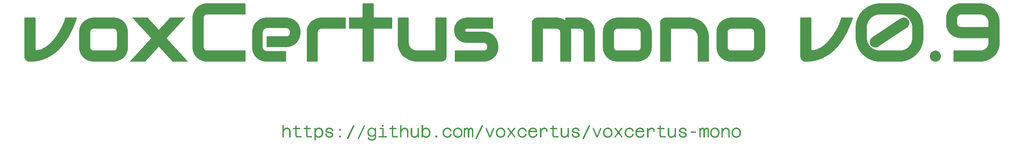
<source format=gbr>
G04 #@! TF.GenerationSoftware,KiCad,Pcbnew,(6.0.7)*
G04 #@! TF.CreationDate,2023-01-10T18:41:08-06:00*
G04 #@! TF.ProjectId,voxcertus-bottom,766f7863-6572-4747-9573-2d626f74746f,1.7*
G04 #@! TF.SameCoordinates,Original*
G04 #@! TF.FileFunction,Legend,Top*
G04 #@! TF.FilePolarity,Positive*
%FSLAX46Y46*%
G04 Gerber Fmt 4.6, Leading zero omitted, Abs format (unit mm)*
G04 Created by KiCad (PCBNEW (6.0.7)) date 2023-01-10 18:41:08*
%MOMM*%
%LPD*%
G01*
G04 APERTURE LIST*
%ADD10C,0.160000*%
%ADD11C,0.150000*%
G04 APERTURE END LIST*
D10*
G36*
X169480084Y-84341385D02*
G01*
X169562261Y-84344541D01*
X169644324Y-84349551D01*
X169726242Y-84356413D01*
X169807985Y-84365123D01*
X169889521Y-84375679D01*
X169970820Y-84388078D01*
X170051851Y-84402316D01*
X170120775Y-84415606D01*
X170189486Y-84429898D01*
X170257974Y-84445187D01*
X170326229Y-84461472D01*
X170394238Y-84478749D01*
X170461991Y-84497017D01*
X170529478Y-84516272D01*
X170596688Y-84536511D01*
X170676539Y-84561993D01*
X170755906Y-84589333D01*
X170834791Y-84618529D01*
X170913192Y-84649582D01*
X170991110Y-84682492D01*
X171068545Y-84717259D01*
X171145497Y-84753883D01*
X171221965Y-84792365D01*
X171297950Y-84832703D01*
X171373452Y-84874898D01*
X171448471Y-84918951D01*
X171523007Y-84964860D01*
X171597059Y-85012627D01*
X171670628Y-85062250D01*
X171743714Y-85113731D01*
X171816317Y-85167068D01*
X171816317Y-84340086D01*
X175454232Y-84340086D01*
X175521058Y-84340892D01*
X175587843Y-84342891D01*
X175654570Y-84346082D01*
X175721224Y-84350464D01*
X175787788Y-84356036D01*
X175854247Y-84362797D01*
X175920586Y-84370745D01*
X175986788Y-84379880D01*
X176055480Y-84390312D01*
X176124001Y-84401799D01*
X176192339Y-84414338D01*
X176260481Y-84427926D01*
X176365308Y-84451386D01*
X176469436Y-84477549D01*
X176572816Y-84506401D01*
X176675394Y-84537923D01*
X176777119Y-84572101D01*
X176877939Y-84608916D01*
X176977802Y-84648353D01*
X177076656Y-84690395D01*
X177089696Y-84696092D01*
X177102718Y-84701830D01*
X177206816Y-84750039D01*
X177309785Y-84801641D01*
X177411623Y-84856637D01*
X177512331Y-84915027D01*
X177611908Y-84976810D01*
X177710355Y-85041987D01*
X177807670Y-85110556D01*
X177903853Y-85182520D01*
X177951952Y-85220576D01*
X177999271Y-85259532D01*
X178045800Y-85299377D01*
X178091527Y-85340097D01*
X178136439Y-85381680D01*
X178180525Y-85424113D01*
X178223773Y-85467384D01*
X178266171Y-85511480D01*
X178307708Y-85556389D01*
X178348372Y-85602098D01*
X178388150Y-85648594D01*
X178427031Y-85695866D01*
X178465003Y-85743899D01*
X178502054Y-85792683D01*
X178538173Y-85842204D01*
X178573348Y-85892450D01*
X178574347Y-85893934D01*
X178575337Y-85895419D01*
X178625671Y-85970957D01*
X178673962Y-86047737D01*
X178720190Y-86125721D01*
X178764334Y-86204868D01*
X178806373Y-86285141D01*
X178846286Y-86366499D01*
X178884052Y-86448905D01*
X178919649Y-86532317D01*
X178936294Y-86572945D01*
X178952508Y-86613741D01*
X178968292Y-86654703D01*
X178983643Y-86695827D01*
X178998561Y-86737110D01*
X179013045Y-86778549D01*
X179027093Y-86820140D01*
X179040706Y-86861880D01*
X179061981Y-86930920D01*
X179081884Y-87001092D01*
X179100414Y-87072394D01*
X179117571Y-87144827D01*
X179133356Y-87218391D01*
X179147769Y-87293087D01*
X179172476Y-87445871D01*
X179191694Y-87603179D01*
X179205420Y-87765012D01*
X179213657Y-87931368D01*
X179216402Y-88102249D01*
X179216402Y-95512698D01*
X176529085Y-95512698D01*
X176529085Y-88102249D01*
X176528916Y-88063942D01*
X176527878Y-88025665D01*
X176525973Y-87987432D01*
X176523201Y-87949258D01*
X176519565Y-87911156D01*
X176515064Y-87873143D01*
X176509700Y-87835232D01*
X176503475Y-87797438D01*
X176495898Y-87759411D01*
X176487348Y-87722320D01*
X176477826Y-87686165D01*
X176467332Y-87650945D01*
X176455866Y-87616661D01*
X176443426Y-87583313D01*
X176430015Y-87550901D01*
X176415631Y-87519424D01*
X176400275Y-87488884D01*
X176383947Y-87459279D01*
X176366646Y-87430610D01*
X176348373Y-87402877D01*
X176329128Y-87376079D01*
X176308911Y-87350218D01*
X176287721Y-87325293D01*
X176265560Y-87301303D01*
X176231506Y-87268136D01*
X176195233Y-87237109D01*
X176156739Y-87208221D01*
X176116024Y-87181473D01*
X176073089Y-87156865D01*
X176027933Y-87134397D01*
X175980556Y-87114069D01*
X175930959Y-87095880D01*
X175879141Y-87079832D01*
X175825102Y-87065923D01*
X175768843Y-87054154D01*
X175710362Y-87044525D01*
X175649661Y-87037035D01*
X175586739Y-87031686D01*
X175521596Y-87028476D01*
X175454232Y-87027406D01*
X173035945Y-87027406D01*
X173067398Y-87152687D01*
X173094656Y-87280560D01*
X173117720Y-87411026D01*
X173136591Y-87544085D01*
X173151268Y-87679736D01*
X173161751Y-87817981D01*
X173168041Y-87958819D01*
X173170137Y-88102249D01*
X173170137Y-95512698D01*
X170483040Y-95512698D01*
X170483040Y-88102249D01*
X170482833Y-88063915D01*
X170481707Y-88025614D01*
X170479665Y-87987364D01*
X170476706Y-87949179D01*
X170472833Y-87911078D01*
X170468045Y-87873076D01*
X170462345Y-87835189D01*
X170455733Y-87797434D01*
X170446366Y-87753562D01*
X170435624Y-87710937D01*
X170423505Y-87669563D01*
X170410012Y-87629437D01*
X170395142Y-87590561D01*
X170378897Y-87552934D01*
X170361277Y-87516558D01*
X170351951Y-87498838D01*
X170342281Y-87481431D01*
X170327798Y-87456885D01*
X170312485Y-87432879D01*
X170296358Y-87409432D01*
X170279433Y-87386565D01*
X170261725Y-87364298D01*
X170243249Y-87342652D01*
X170224023Y-87321647D01*
X170204061Y-87301303D01*
X170174167Y-87273424D01*
X170142805Y-87247040D01*
X170109976Y-87222154D01*
X170075678Y-87198764D01*
X170039912Y-87176870D01*
X170002678Y-87156473D01*
X169963976Y-87137573D01*
X169923805Y-87120169D01*
X169882167Y-87104262D01*
X169839060Y-87089851D01*
X169794484Y-87076937D01*
X169748440Y-87065519D01*
X169700928Y-87055598D01*
X169651948Y-87047174D01*
X169601498Y-87040246D01*
X169549581Y-87034815D01*
X169528057Y-87033050D01*
X169506517Y-87031525D01*
X169484963Y-87030239D01*
X169463397Y-87029193D01*
X169441822Y-87028386D01*
X169420239Y-87027820D01*
X169398650Y-87027493D01*
X169377059Y-87027406D01*
X165883736Y-87027406D01*
X165883736Y-95512698D01*
X163196627Y-95512698D01*
X163196627Y-85673375D01*
X163196771Y-85643171D01*
X163197600Y-85613005D01*
X163199113Y-85582890D01*
X163201306Y-85552836D01*
X163204179Y-85522854D01*
X163207730Y-85492958D01*
X163211955Y-85463156D01*
X163216854Y-85433462D01*
X163222423Y-85403887D01*
X163228662Y-85374442D01*
X163235568Y-85345138D01*
X163243140Y-85315987D01*
X163251375Y-85287000D01*
X163260270Y-85258190D01*
X163269825Y-85229566D01*
X163280037Y-85201142D01*
X163284804Y-85188632D01*
X163289708Y-85176172D01*
X163294745Y-85163764D01*
X163299910Y-85151409D01*
X163313171Y-85121302D01*
X163327077Y-85091678D01*
X163341628Y-85062537D01*
X163356824Y-85033879D01*
X163372665Y-85005704D01*
X163389150Y-84978011D01*
X163406280Y-84950802D01*
X163424056Y-84924075D01*
X163442476Y-84897832D01*
X163461541Y-84872071D01*
X163481251Y-84846793D01*
X163501606Y-84821998D01*
X163522605Y-84797687D01*
X163544250Y-84773857D01*
X163566539Y-84750511D01*
X163589473Y-84727648D01*
X163612971Y-84705355D01*
X163636952Y-84683667D01*
X163661417Y-84662585D01*
X163686364Y-84642108D01*
X163711793Y-84622236D01*
X163737706Y-84602969D01*
X163764102Y-84584308D01*
X163790981Y-84566252D01*
X163818342Y-84548801D01*
X163846187Y-84531956D01*
X163874515Y-84515715D01*
X163903325Y-84500080D01*
X163932619Y-84485050D01*
X163962395Y-84470625D01*
X163992654Y-84456806D01*
X164023396Y-84443591D01*
X164054868Y-84430996D01*
X164086609Y-84419203D01*
X164118604Y-84408216D01*
X164150838Y-84398038D01*
X164183296Y-84388671D01*
X164215961Y-84380119D01*
X164248818Y-84372386D01*
X164281853Y-84365473D01*
X164315049Y-84359384D01*
X164348392Y-84354122D01*
X164381865Y-84349690D01*
X164415454Y-84346091D01*
X164449143Y-84343328D01*
X164482916Y-84341404D01*
X164516759Y-84340322D01*
X164550655Y-84340086D01*
X169397823Y-84340086D01*
X169480084Y-84341385D01*
G37*
X169480084Y-84341385D02*
X169562261Y-84344541D01*
X169644324Y-84349551D01*
X169726242Y-84356413D01*
X169807985Y-84365123D01*
X169889521Y-84375679D01*
X169970820Y-84388078D01*
X170051851Y-84402316D01*
X170120775Y-84415606D01*
X170189486Y-84429898D01*
X170257974Y-84445187D01*
X170326229Y-84461472D01*
X170394238Y-84478749D01*
X170461991Y-84497017D01*
X170529478Y-84516272D01*
X170596688Y-84536511D01*
X170676539Y-84561993D01*
X170755906Y-84589333D01*
X170834791Y-84618529D01*
X170913192Y-84649582D01*
X170991110Y-84682492D01*
X171068545Y-84717259D01*
X171145497Y-84753883D01*
X171221965Y-84792365D01*
X171297950Y-84832703D01*
X171373452Y-84874898D01*
X171448471Y-84918951D01*
X171523007Y-84964860D01*
X171597059Y-85012627D01*
X171670628Y-85062250D01*
X171743714Y-85113731D01*
X171816317Y-85167068D01*
X171816317Y-84340086D01*
X175454232Y-84340086D01*
X175521058Y-84340892D01*
X175587843Y-84342891D01*
X175654570Y-84346082D01*
X175721224Y-84350464D01*
X175787788Y-84356036D01*
X175854247Y-84362797D01*
X175920586Y-84370745D01*
X175986788Y-84379880D01*
X176055480Y-84390312D01*
X176124001Y-84401799D01*
X176192339Y-84414338D01*
X176260481Y-84427926D01*
X176365308Y-84451386D01*
X176469436Y-84477549D01*
X176572816Y-84506401D01*
X176675394Y-84537923D01*
X176777119Y-84572101D01*
X176877939Y-84608916D01*
X176977802Y-84648353D01*
X177076656Y-84690395D01*
X177089696Y-84696092D01*
X177102718Y-84701830D01*
X177206816Y-84750039D01*
X177309785Y-84801641D01*
X177411623Y-84856637D01*
X177512331Y-84915027D01*
X177611908Y-84976810D01*
X177710355Y-85041987D01*
X177807670Y-85110556D01*
X177903853Y-85182520D01*
X177951952Y-85220576D01*
X177999271Y-85259532D01*
X178045800Y-85299377D01*
X178091527Y-85340097D01*
X178136439Y-85381680D01*
X178180525Y-85424113D01*
X178223773Y-85467384D01*
X178266171Y-85511480D01*
X178307708Y-85556389D01*
X178348372Y-85602098D01*
X178388150Y-85648594D01*
X178427031Y-85695866D01*
X178465003Y-85743899D01*
X178502054Y-85792683D01*
X178538173Y-85842204D01*
X178573348Y-85892450D01*
X178574347Y-85893934D01*
X178575337Y-85895419D01*
X178625671Y-85970957D01*
X178673962Y-86047737D01*
X178720190Y-86125721D01*
X178764334Y-86204868D01*
X178806373Y-86285141D01*
X178846286Y-86366499D01*
X178884052Y-86448905D01*
X178919649Y-86532317D01*
X178936294Y-86572945D01*
X178952508Y-86613741D01*
X178968292Y-86654703D01*
X178983643Y-86695827D01*
X178998561Y-86737110D01*
X179013045Y-86778549D01*
X179027093Y-86820140D01*
X179040706Y-86861880D01*
X179061981Y-86930920D01*
X179081884Y-87001092D01*
X179100414Y-87072394D01*
X179117571Y-87144827D01*
X179133356Y-87218391D01*
X179147769Y-87293087D01*
X179172476Y-87445871D01*
X179191694Y-87603179D01*
X179205420Y-87765012D01*
X179213657Y-87931368D01*
X179216402Y-88102249D01*
X179216402Y-95512698D01*
X176529085Y-95512698D01*
X176529085Y-88102249D01*
X176528916Y-88063942D01*
X176527878Y-88025665D01*
X176525973Y-87987432D01*
X176523201Y-87949258D01*
X176519565Y-87911156D01*
X176515064Y-87873143D01*
X176509700Y-87835232D01*
X176503475Y-87797438D01*
X176495898Y-87759411D01*
X176487348Y-87722320D01*
X176477826Y-87686165D01*
X176467332Y-87650945D01*
X176455866Y-87616661D01*
X176443426Y-87583313D01*
X176430015Y-87550901D01*
X176415631Y-87519424D01*
X176400275Y-87488884D01*
X176383947Y-87459279D01*
X176366646Y-87430610D01*
X176348373Y-87402877D01*
X176329128Y-87376079D01*
X176308911Y-87350218D01*
X176287721Y-87325293D01*
X176265560Y-87301303D01*
X176231506Y-87268136D01*
X176195233Y-87237109D01*
X176156739Y-87208221D01*
X176116024Y-87181473D01*
X176073089Y-87156865D01*
X176027933Y-87134397D01*
X175980556Y-87114069D01*
X175930959Y-87095880D01*
X175879141Y-87079832D01*
X175825102Y-87065923D01*
X175768843Y-87054154D01*
X175710362Y-87044525D01*
X175649661Y-87037035D01*
X175586739Y-87031686D01*
X175521596Y-87028476D01*
X175454232Y-87027406D01*
X173035945Y-87027406D01*
X173067398Y-87152687D01*
X173094656Y-87280560D01*
X173117720Y-87411026D01*
X173136591Y-87544085D01*
X173151268Y-87679736D01*
X173161751Y-87817981D01*
X173168041Y-87958819D01*
X173170137Y-88102249D01*
X173170137Y-95512698D01*
X170483040Y-95512698D01*
X170483040Y-88102249D01*
X170482833Y-88063915D01*
X170481707Y-88025614D01*
X170479665Y-87987364D01*
X170476706Y-87949179D01*
X170472833Y-87911078D01*
X170468045Y-87873076D01*
X170462345Y-87835189D01*
X170455733Y-87797434D01*
X170446366Y-87753562D01*
X170435624Y-87710937D01*
X170423505Y-87669563D01*
X170410012Y-87629437D01*
X170395142Y-87590561D01*
X170378897Y-87552934D01*
X170361277Y-87516558D01*
X170351951Y-87498838D01*
X170342281Y-87481431D01*
X170327798Y-87456885D01*
X170312485Y-87432879D01*
X170296358Y-87409432D01*
X170279433Y-87386565D01*
X170261725Y-87364298D01*
X170243249Y-87342652D01*
X170224023Y-87321647D01*
X170204061Y-87301303D01*
X170174167Y-87273424D01*
X170142805Y-87247040D01*
X170109976Y-87222154D01*
X170075678Y-87198764D01*
X170039912Y-87176870D01*
X170002678Y-87156473D01*
X169963976Y-87137573D01*
X169923805Y-87120169D01*
X169882167Y-87104262D01*
X169839060Y-87089851D01*
X169794484Y-87076937D01*
X169748440Y-87065519D01*
X169700928Y-87055598D01*
X169651948Y-87047174D01*
X169601498Y-87040246D01*
X169549581Y-87034815D01*
X169528057Y-87033050D01*
X169506517Y-87031525D01*
X169484963Y-87030239D01*
X169463397Y-87029193D01*
X169441822Y-87028386D01*
X169420239Y-87027820D01*
X169398650Y-87027493D01*
X169377059Y-87027406D01*
X165883736Y-87027406D01*
X165883736Y-95512698D01*
X163196627Y-95512698D01*
X163196627Y-85673375D01*
X163196771Y-85643171D01*
X163197600Y-85613005D01*
X163199113Y-85582890D01*
X163201306Y-85552836D01*
X163204179Y-85522854D01*
X163207730Y-85492958D01*
X163211955Y-85463156D01*
X163216854Y-85433462D01*
X163222423Y-85403887D01*
X163228662Y-85374442D01*
X163235568Y-85345138D01*
X163243140Y-85315987D01*
X163251375Y-85287000D01*
X163260270Y-85258190D01*
X163269825Y-85229566D01*
X163280037Y-85201142D01*
X163284804Y-85188632D01*
X163289708Y-85176172D01*
X163294745Y-85163764D01*
X163299910Y-85151409D01*
X163313171Y-85121302D01*
X163327077Y-85091678D01*
X163341628Y-85062537D01*
X163356824Y-85033879D01*
X163372665Y-85005704D01*
X163389150Y-84978011D01*
X163406280Y-84950802D01*
X163424056Y-84924075D01*
X163442476Y-84897832D01*
X163461541Y-84872071D01*
X163481251Y-84846793D01*
X163501606Y-84821998D01*
X163522605Y-84797687D01*
X163544250Y-84773857D01*
X163566539Y-84750511D01*
X163589473Y-84727648D01*
X163612971Y-84705355D01*
X163636952Y-84683667D01*
X163661417Y-84662585D01*
X163686364Y-84642108D01*
X163711793Y-84622236D01*
X163737706Y-84602969D01*
X163764102Y-84584308D01*
X163790981Y-84566252D01*
X163818342Y-84548801D01*
X163846187Y-84531956D01*
X163874515Y-84515715D01*
X163903325Y-84500080D01*
X163932619Y-84485050D01*
X163962395Y-84470625D01*
X163992654Y-84456806D01*
X164023396Y-84443591D01*
X164054868Y-84430996D01*
X164086609Y-84419203D01*
X164118604Y-84408216D01*
X164150838Y-84398038D01*
X164183296Y-84388671D01*
X164215961Y-84380119D01*
X164248818Y-84372386D01*
X164281853Y-84365473D01*
X164315049Y-84359384D01*
X164348392Y-84354122D01*
X164381865Y-84349690D01*
X164415454Y-84346091D01*
X164449143Y-84343328D01*
X164482916Y-84341404D01*
X164516759Y-84340322D01*
X164550655Y-84340086D01*
X169397823Y-84340086D01*
X169480084Y-84341385D01*
G36*
X128298301Y-112841851D02*
G01*
X127409303Y-112841851D01*
X127409303Y-112680984D01*
X128298301Y-112680984D01*
X128298301Y-112841851D01*
G37*
X128298301Y-112841851D02*
X127409303Y-112841851D01*
X127409303Y-112680984D01*
X128298301Y-112680984D01*
X128298301Y-112841851D01*
G36*
X181500687Y-113740938D02*
G01*
X181503291Y-113696397D01*
X181506937Y-113652667D01*
X181511625Y-113609746D01*
X181517355Y-113567636D01*
X181524126Y-113526336D01*
X181531939Y-113485847D01*
X181540794Y-113446168D01*
X181550691Y-113407299D01*
X181561630Y-113369240D01*
X181573611Y-113331992D01*
X181586634Y-113295554D01*
X181600698Y-113259926D01*
X181615805Y-113225108D01*
X181631953Y-113191101D01*
X181649076Y-113157978D01*
X181667109Y-113125815D01*
X181686051Y-113094611D01*
X181705903Y-113064366D01*
X181726664Y-113035080D01*
X181748335Y-113006753D01*
X181770916Y-112979385D01*
X181794406Y-112952976D01*
X181818806Y-112927526D01*
X181844115Y-112903036D01*
X181870335Y-112879504D01*
X181897463Y-112856932D01*
X181925502Y-112835319D01*
X181954451Y-112814665D01*
X181984309Y-112794970D01*
X182015077Y-112776234D01*
X182035511Y-112764767D01*
X182056178Y-112753770D01*
X182077069Y-112743244D01*
X182098178Y-112733194D01*
X182119495Y-112723621D01*
X182141012Y-112714530D01*
X182162721Y-112705922D01*
X182184614Y-112697802D01*
X182206682Y-112690171D01*
X182228918Y-112683033D01*
X182251312Y-112676390D01*
X182273856Y-112670246D01*
X182296543Y-112664604D01*
X182319365Y-112659466D01*
X182342311Y-112654836D01*
X182365376Y-112650716D01*
X182395966Y-112645798D01*
X182426644Y-112641550D01*
X182457401Y-112637973D01*
X182488224Y-112635068D01*
X182519102Y-112632835D01*
X182550026Y-112631277D01*
X182580984Y-112630393D01*
X182611964Y-112630184D01*
X182676184Y-112631441D01*
X182738668Y-112635211D01*
X182799415Y-112641495D01*
X182858426Y-112650293D01*
X182915701Y-112661604D01*
X182971239Y-112675428D01*
X183025041Y-112691766D01*
X183077107Y-112710618D01*
X183127436Y-112731983D01*
X183176029Y-112755861D01*
X183222886Y-112782254D01*
X183268006Y-112811159D01*
X183311390Y-112842579D01*
X183353037Y-112876511D01*
X183392948Y-112912958D01*
X183431123Y-112951918D01*
X183453627Y-112977355D01*
X183475278Y-113003444D01*
X183496063Y-113030164D01*
X183515972Y-113057493D01*
X183534991Y-113085407D01*
X183553109Y-113113885D01*
X183570315Y-113142905D01*
X183586596Y-113172444D01*
X183601941Y-113202480D01*
X183616338Y-113232991D01*
X183629775Y-113263954D01*
X183642241Y-113295348D01*
X183653723Y-113327150D01*
X183664209Y-113359337D01*
X183673688Y-113391888D01*
X183682148Y-113424781D01*
X183693261Y-113471619D01*
X183702893Y-113519634D01*
X183711043Y-113568827D01*
X183717711Y-113619197D01*
X183722898Y-113670744D01*
X183726603Y-113723469D01*
X183728826Y-113777371D01*
X183729567Y-113832451D01*
X183729318Y-113871890D01*
X183728147Y-113911296D01*
X183726055Y-113950652D01*
X183723044Y-113989945D01*
X183719115Y-114029155D01*
X183714269Y-114068269D01*
X183708508Y-114107270D01*
X183701832Y-114146141D01*
X183693357Y-114188343D01*
X183683432Y-114230187D01*
X183672067Y-114271637D01*
X183659277Y-114312656D01*
X183645073Y-114353207D01*
X183629467Y-114393253D01*
X183612471Y-114432758D01*
X183594099Y-114471684D01*
X183576720Y-114505063D01*
X183558447Y-114537466D01*
X183539282Y-114568894D01*
X183519223Y-114599346D01*
X183498271Y-114628822D01*
X183476426Y-114657323D01*
X183453688Y-114684847D01*
X183430057Y-114711397D01*
X183405533Y-114736970D01*
X183380116Y-114761568D01*
X183353806Y-114785191D01*
X183326603Y-114807837D01*
X183298508Y-114829508D01*
X183269519Y-114850204D01*
X183239638Y-114869923D01*
X183208864Y-114888668D01*
X183188430Y-114900134D01*
X183167763Y-114911132D01*
X183146871Y-114921657D01*
X183125763Y-114931708D01*
X183104446Y-114941280D01*
X183082929Y-114950371D01*
X183061220Y-114958979D01*
X183039328Y-114967100D01*
X183017259Y-114974731D01*
X182995024Y-114981869D01*
X182972629Y-114988511D01*
X182950084Y-114994655D01*
X182927396Y-115000298D01*
X182904574Y-115005436D01*
X182881625Y-115010066D01*
X182858558Y-115014186D01*
X182827968Y-115019104D01*
X182797289Y-115023352D01*
X182766532Y-115026930D01*
X182735708Y-115029835D01*
X182704828Y-115032067D01*
X182673903Y-115033626D01*
X182642945Y-115034509D01*
X182611964Y-115034718D01*
X182576070Y-115034460D01*
X182540214Y-115033275D01*
X182504412Y-115031163D01*
X182468684Y-115028128D01*
X182433046Y-115024170D01*
X182397516Y-115019291D01*
X182362112Y-115013493D01*
X182326851Y-115006777D01*
X182326857Y-115006777D01*
X182306351Y-115002402D01*
X182285954Y-114997615D01*
X182265670Y-114992419D01*
X182245506Y-114986815D01*
X182225468Y-114980808D01*
X182205562Y-114974398D01*
X182185793Y-114967587D01*
X182166169Y-114960379D01*
X182146694Y-114952776D01*
X182127375Y-114944779D01*
X182108218Y-114936391D01*
X182089228Y-114927615D01*
X182070413Y-114918452D01*
X182051778Y-114908905D01*
X182033328Y-114898976D01*
X182015071Y-114888668D01*
X181984304Y-114869923D01*
X181954447Y-114850204D01*
X181925499Y-114829508D01*
X181897461Y-114807837D01*
X181870333Y-114785191D01*
X181844114Y-114761568D01*
X181818805Y-114736970D01*
X181794405Y-114711397D01*
X181770915Y-114684847D01*
X181748335Y-114657322D01*
X181726664Y-114628822D01*
X181705903Y-114599345D01*
X181686051Y-114568894D01*
X181667109Y-114537466D01*
X181649076Y-114505063D01*
X181631953Y-114471684D01*
X181612833Y-114430329D01*
X181595233Y-114388354D01*
X181579167Y-114345801D01*
X181564649Y-114302712D01*
X181551691Y-114259129D01*
X181540307Y-114215096D01*
X181530511Y-114170655D01*
X181522316Y-114125848D01*
X181516624Y-114089441D01*
X181511710Y-114052934D01*
X181507573Y-114016338D01*
X181504216Y-113979665D01*
X181501639Y-113942928D01*
X181499843Y-113906138D01*
X181498831Y-113869309D01*
X181498604Y-113832451D01*
X181498604Y-113832450D01*
X181697572Y-113832450D01*
X181697798Y-113870515D01*
X181698991Y-113908543D01*
X181701149Y-113946517D01*
X181704271Y-113984418D01*
X181708355Y-114022227D01*
X181713398Y-114059926D01*
X181719399Y-114097497D01*
X181726356Y-114134922D01*
X181731490Y-114158668D01*
X181737048Y-114182068D01*
X181743032Y-114205122D01*
X181749440Y-114227831D01*
X181756274Y-114250194D01*
X181763532Y-114272211D01*
X181771216Y-114293883D01*
X181779324Y-114315210D01*
X181787857Y-114336190D01*
X181796816Y-114356825D01*
X181806200Y-114377115D01*
X181816008Y-114397058D01*
X181826242Y-114416657D01*
X181836900Y-114435909D01*
X181847984Y-114454816D01*
X181859492Y-114473378D01*
X181868734Y-114487614D01*
X181878251Y-114501661D01*
X181888041Y-114515515D01*
X181898102Y-114529172D01*
X181908429Y-114542628D01*
X181919021Y-114555879D01*
X181929874Y-114568921D01*
X181940986Y-114581751D01*
X181965290Y-114607969D01*
X181990651Y-114632986D01*
X182017022Y-114656779D01*
X182044357Y-114679322D01*
X182072610Y-114700590D01*
X182101736Y-114720559D01*
X182131687Y-114739204D01*
X182162417Y-114756501D01*
X182193881Y-114772425D01*
X182226033Y-114786951D01*
X182258825Y-114800055D01*
X182292212Y-114811711D01*
X182326148Y-114821895D01*
X182360587Y-114830583D01*
X182395482Y-114837750D01*
X182430787Y-114843371D01*
X182453291Y-114846620D01*
X182475849Y-114849426D01*
X182498454Y-114851788D01*
X182521100Y-114853705D01*
X182543781Y-114855177D01*
X182566488Y-114856203D01*
X182589216Y-114856784D01*
X182611958Y-114856918D01*
X182611964Y-114856918D01*
X182648964Y-114856629D01*
X182685897Y-114855060D01*
X182722732Y-114852217D01*
X182759436Y-114848104D01*
X182795975Y-114842724D01*
X182832317Y-114836082D01*
X182868430Y-114828182D01*
X182904280Y-114819029D01*
X182931707Y-114810942D01*
X182958761Y-114801887D01*
X182985418Y-114791880D01*
X183011653Y-114780934D01*
X183037444Y-114769065D01*
X183062767Y-114756287D01*
X183087599Y-114742615D01*
X183111915Y-114728063D01*
X183135693Y-114712647D01*
X183158908Y-114696380D01*
X183181538Y-114679278D01*
X183203558Y-114661355D01*
X183224945Y-114642627D01*
X183245675Y-114623107D01*
X183265725Y-114602810D01*
X183285072Y-114581751D01*
X183313089Y-114548705D01*
X183339409Y-114514282D01*
X183364033Y-114478484D01*
X183386960Y-114441310D01*
X183408190Y-114402760D01*
X183427724Y-114362835D01*
X183445561Y-114321533D01*
X183461702Y-114278856D01*
X183476146Y-114234803D01*
X183488893Y-114189374D01*
X183499944Y-114142569D01*
X183509298Y-114094388D01*
X183516956Y-114044832D01*
X183522917Y-113993900D01*
X183527181Y-113941592D01*
X183529750Y-113887908D01*
X183530122Y-113874046D01*
X183530386Y-113860182D01*
X183530543Y-113846317D01*
X183530592Y-113832450D01*
X183530373Y-113794119D01*
X183529179Y-113755825D01*
X183527009Y-113717585D01*
X183523867Y-113679419D01*
X183519753Y-113641345D01*
X183514670Y-113603383D01*
X183508618Y-113565550D01*
X183501600Y-113527865D01*
X183494256Y-113494766D01*
X183486086Y-113462357D01*
X183477092Y-113430637D01*
X183467272Y-113399607D01*
X183456626Y-113369266D01*
X183445156Y-113339615D01*
X183432861Y-113310654D01*
X183419740Y-113282382D01*
X183405794Y-113254800D01*
X183391023Y-113227908D01*
X183375427Y-113201705D01*
X183359006Y-113176192D01*
X183341760Y-113151368D01*
X183323689Y-113127234D01*
X183304793Y-113103789D01*
X183285072Y-113081034D01*
X183260671Y-113055139D01*
X183235242Y-113030427D01*
X183208829Y-113006921D01*
X183181478Y-112984647D01*
X183153234Y-112963626D01*
X183124140Y-112943883D01*
X183094241Y-112925443D01*
X183063583Y-112908327D01*
X183032210Y-112892560D01*
X183000166Y-112878166D01*
X182967496Y-112865168D01*
X182934246Y-112853591D01*
X182900459Y-112843457D01*
X182866180Y-112834790D01*
X182831455Y-112827615D01*
X182796327Y-112821954D01*
X182773429Y-112818608D01*
X182750476Y-112815719D01*
X182727474Y-112813285D01*
X182704430Y-112811309D01*
X182681351Y-112809790D01*
X182658243Y-112808729D01*
X182635114Y-112808127D01*
X182611970Y-112807984D01*
X182559243Y-112809051D01*
X182507955Y-112812251D01*
X182458106Y-112817584D01*
X182409695Y-112825050D01*
X182362723Y-112834649D01*
X182317189Y-112846382D01*
X182273095Y-112860248D01*
X182230439Y-112876247D01*
X182189221Y-112894379D01*
X182149443Y-112914644D01*
X182111103Y-112937043D01*
X182074202Y-112961575D01*
X182038740Y-112988240D01*
X182004717Y-113017038D01*
X181972132Y-113047970D01*
X181940986Y-113081034D01*
X181923719Y-113101331D01*
X181907077Y-113122092D01*
X181891068Y-113143303D01*
X181875700Y-113164948D01*
X181860980Y-113187012D01*
X181846917Y-113209482D01*
X181833518Y-113232340D01*
X181820792Y-113255574D01*
X181808746Y-113279168D01*
X181797388Y-113303106D01*
X181786727Y-113327374D01*
X181776769Y-113351958D01*
X181767523Y-113376841D01*
X181758997Y-113402010D01*
X181751199Y-113427450D01*
X181744136Y-113453144D01*
X181735146Y-113488102D01*
X181727122Y-113523867D01*
X181720064Y-113560439D01*
X181713972Y-113597818D01*
X181708846Y-113636004D01*
X181704686Y-113674997D01*
X181701492Y-113714797D01*
X181699263Y-113755404D01*
X181698528Y-113774658D01*
X181698001Y-113793918D01*
X181697682Y-113813182D01*
X181697572Y-113832450D01*
X181498604Y-113832450D01*
X181499124Y-113786289D01*
X181500687Y-113740938D01*
G37*
X181500687Y-113740938D02*
X181503291Y-113696397D01*
X181506937Y-113652667D01*
X181511625Y-113609746D01*
X181517355Y-113567636D01*
X181524126Y-113526336D01*
X181531939Y-113485847D01*
X181540794Y-113446168D01*
X181550691Y-113407299D01*
X181561630Y-113369240D01*
X181573611Y-113331992D01*
X181586634Y-113295554D01*
X181600698Y-113259926D01*
X181615805Y-113225108D01*
X181631953Y-113191101D01*
X181649076Y-113157978D01*
X181667109Y-113125815D01*
X181686051Y-113094611D01*
X181705903Y-113064366D01*
X181726664Y-113035080D01*
X181748335Y-113006753D01*
X181770916Y-112979385D01*
X181794406Y-112952976D01*
X181818806Y-112927526D01*
X181844115Y-112903036D01*
X181870335Y-112879504D01*
X181897463Y-112856932D01*
X181925502Y-112835319D01*
X181954451Y-112814665D01*
X181984309Y-112794970D01*
X182015077Y-112776234D01*
X182035511Y-112764767D01*
X182056178Y-112753770D01*
X182077069Y-112743244D01*
X182098178Y-112733194D01*
X182119495Y-112723621D01*
X182141012Y-112714530D01*
X182162721Y-112705922D01*
X182184614Y-112697802D01*
X182206682Y-112690171D01*
X182228918Y-112683033D01*
X182251312Y-112676390D01*
X182273856Y-112670246D01*
X182296543Y-112664604D01*
X182319365Y-112659466D01*
X182342311Y-112654836D01*
X182365376Y-112650716D01*
X182395966Y-112645798D01*
X182426644Y-112641550D01*
X182457401Y-112637973D01*
X182488224Y-112635068D01*
X182519102Y-112632835D01*
X182550026Y-112631277D01*
X182580984Y-112630393D01*
X182611964Y-112630184D01*
X182676184Y-112631441D01*
X182738668Y-112635211D01*
X182799415Y-112641495D01*
X182858426Y-112650293D01*
X182915701Y-112661604D01*
X182971239Y-112675428D01*
X183025041Y-112691766D01*
X183077107Y-112710618D01*
X183127436Y-112731983D01*
X183176029Y-112755861D01*
X183222886Y-112782254D01*
X183268006Y-112811159D01*
X183311390Y-112842579D01*
X183353037Y-112876511D01*
X183392948Y-112912958D01*
X183431123Y-112951918D01*
X183453627Y-112977355D01*
X183475278Y-113003444D01*
X183496063Y-113030164D01*
X183515972Y-113057493D01*
X183534991Y-113085407D01*
X183553109Y-113113885D01*
X183570315Y-113142905D01*
X183586596Y-113172444D01*
X183601941Y-113202480D01*
X183616338Y-113232991D01*
X183629775Y-113263954D01*
X183642241Y-113295348D01*
X183653723Y-113327150D01*
X183664209Y-113359337D01*
X183673688Y-113391888D01*
X183682148Y-113424781D01*
X183693261Y-113471619D01*
X183702893Y-113519634D01*
X183711043Y-113568827D01*
X183717711Y-113619197D01*
X183722898Y-113670744D01*
X183726603Y-113723469D01*
X183728826Y-113777371D01*
X183729567Y-113832451D01*
X183729318Y-113871890D01*
X183728147Y-113911296D01*
X183726055Y-113950652D01*
X183723044Y-113989945D01*
X183719115Y-114029155D01*
X183714269Y-114068269D01*
X183708508Y-114107270D01*
X183701832Y-114146141D01*
X183693357Y-114188343D01*
X183683432Y-114230187D01*
X183672067Y-114271637D01*
X183659277Y-114312656D01*
X183645073Y-114353207D01*
X183629467Y-114393253D01*
X183612471Y-114432758D01*
X183594099Y-114471684D01*
X183576720Y-114505063D01*
X183558447Y-114537466D01*
X183539282Y-114568894D01*
X183519223Y-114599346D01*
X183498271Y-114628822D01*
X183476426Y-114657323D01*
X183453688Y-114684847D01*
X183430057Y-114711397D01*
X183405533Y-114736970D01*
X183380116Y-114761568D01*
X183353806Y-114785191D01*
X183326603Y-114807837D01*
X183298508Y-114829508D01*
X183269519Y-114850204D01*
X183239638Y-114869923D01*
X183208864Y-114888668D01*
X183188430Y-114900134D01*
X183167763Y-114911132D01*
X183146871Y-114921657D01*
X183125763Y-114931708D01*
X183104446Y-114941280D01*
X183082929Y-114950371D01*
X183061220Y-114958979D01*
X183039328Y-114967100D01*
X183017259Y-114974731D01*
X182995024Y-114981869D01*
X182972629Y-114988511D01*
X182950084Y-114994655D01*
X182927396Y-115000298D01*
X182904574Y-115005436D01*
X182881625Y-115010066D01*
X182858558Y-115014186D01*
X182827968Y-115019104D01*
X182797289Y-115023352D01*
X182766532Y-115026930D01*
X182735708Y-115029835D01*
X182704828Y-115032067D01*
X182673903Y-115033626D01*
X182642945Y-115034509D01*
X182611964Y-115034718D01*
X182576070Y-115034460D01*
X182540214Y-115033275D01*
X182504412Y-115031163D01*
X182468684Y-115028128D01*
X182433046Y-115024170D01*
X182397516Y-115019291D01*
X182362112Y-115013493D01*
X182326851Y-115006777D01*
X182326857Y-115006777D01*
X182306351Y-115002402D01*
X182285954Y-114997615D01*
X182265670Y-114992419D01*
X182245506Y-114986815D01*
X182225468Y-114980808D01*
X182205562Y-114974398D01*
X182185793Y-114967587D01*
X182166169Y-114960379D01*
X182146694Y-114952776D01*
X182127375Y-114944779D01*
X182108218Y-114936391D01*
X182089228Y-114927615D01*
X182070413Y-114918452D01*
X182051778Y-114908905D01*
X182033328Y-114898976D01*
X182015071Y-114888668D01*
X181984304Y-114869923D01*
X181954447Y-114850204D01*
X181925499Y-114829508D01*
X181897461Y-114807837D01*
X181870333Y-114785191D01*
X181844114Y-114761568D01*
X181818805Y-114736970D01*
X181794405Y-114711397D01*
X181770915Y-114684847D01*
X181748335Y-114657322D01*
X181726664Y-114628822D01*
X181705903Y-114599345D01*
X181686051Y-114568894D01*
X181667109Y-114537466D01*
X181649076Y-114505063D01*
X181631953Y-114471684D01*
X181612833Y-114430329D01*
X181595233Y-114388354D01*
X181579167Y-114345801D01*
X181564649Y-114302712D01*
X181551691Y-114259129D01*
X181540307Y-114215096D01*
X181530511Y-114170655D01*
X181522316Y-114125848D01*
X181516624Y-114089441D01*
X181511710Y-114052934D01*
X181507573Y-114016338D01*
X181504216Y-113979665D01*
X181501639Y-113942928D01*
X181499843Y-113906138D01*
X181498831Y-113869309D01*
X181498604Y-113832451D01*
X181498604Y-113832450D01*
X181697572Y-113832450D01*
X181697798Y-113870515D01*
X181698991Y-113908543D01*
X181701149Y-113946517D01*
X181704271Y-113984418D01*
X181708355Y-114022227D01*
X181713398Y-114059926D01*
X181719399Y-114097497D01*
X181726356Y-114134922D01*
X181731490Y-114158668D01*
X181737048Y-114182068D01*
X181743032Y-114205122D01*
X181749440Y-114227831D01*
X181756274Y-114250194D01*
X181763532Y-114272211D01*
X181771216Y-114293883D01*
X181779324Y-114315210D01*
X181787857Y-114336190D01*
X181796816Y-114356825D01*
X181806200Y-114377115D01*
X181816008Y-114397058D01*
X181826242Y-114416657D01*
X181836900Y-114435909D01*
X181847984Y-114454816D01*
X181859492Y-114473378D01*
X181868734Y-114487614D01*
X181878251Y-114501661D01*
X181888041Y-114515515D01*
X181898102Y-114529172D01*
X181908429Y-114542628D01*
X181919021Y-114555879D01*
X181929874Y-114568921D01*
X181940986Y-114581751D01*
X181965290Y-114607969D01*
X181990651Y-114632986D01*
X182017022Y-114656779D01*
X182044357Y-114679322D01*
X182072610Y-114700590D01*
X182101736Y-114720559D01*
X182131687Y-114739204D01*
X182162417Y-114756501D01*
X182193881Y-114772425D01*
X182226033Y-114786951D01*
X182258825Y-114800055D01*
X182292212Y-114811711D01*
X182326148Y-114821895D01*
X182360587Y-114830583D01*
X182395482Y-114837750D01*
X182430787Y-114843371D01*
X182453291Y-114846620D01*
X182475849Y-114849426D01*
X182498454Y-114851788D01*
X182521100Y-114853705D01*
X182543781Y-114855177D01*
X182566488Y-114856203D01*
X182589216Y-114856784D01*
X182611958Y-114856918D01*
X182611964Y-114856918D01*
X182648964Y-114856629D01*
X182685897Y-114855060D01*
X182722732Y-114852217D01*
X182759436Y-114848104D01*
X182795975Y-114842724D01*
X182832317Y-114836082D01*
X182868430Y-114828182D01*
X182904280Y-114819029D01*
X182931707Y-114810942D01*
X182958761Y-114801887D01*
X182985418Y-114791880D01*
X183011653Y-114780934D01*
X183037444Y-114769065D01*
X183062767Y-114756287D01*
X183087599Y-114742615D01*
X183111915Y-114728063D01*
X183135693Y-114712647D01*
X183158908Y-114696380D01*
X183181538Y-114679278D01*
X183203558Y-114661355D01*
X183224945Y-114642627D01*
X183245675Y-114623107D01*
X183265725Y-114602810D01*
X183285072Y-114581751D01*
X183313089Y-114548705D01*
X183339409Y-114514282D01*
X183364033Y-114478484D01*
X183386960Y-114441310D01*
X183408190Y-114402760D01*
X183427724Y-114362835D01*
X183445561Y-114321533D01*
X183461702Y-114278856D01*
X183476146Y-114234803D01*
X183488893Y-114189374D01*
X183499944Y-114142569D01*
X183509298Y-114094388D01*
X183516956Y-114044832D01*
X183522917Y-113993900D01*
X183527181Y-113941592D01*
X183529750Y-113887908D01*
X183530122Y-113874046D01*
X183530386Y-113860182D01*
X183530543Y-113846317D01*
X183530592Y-113832450D01*
X183530373Y-113794119D01*
X183529179Y-113755825D01*
X183527009Y-113717585D01*
X183523867Y-113679419D01*
X183519753Y-113641345D01*
X183514670Y-113603383D01*
X183508618Y-113565550D01*
X183501600Y-113527865D01*
X183494256Y-113494766D01*
X183486086Y-113462357D01*
X183477092Y-113430637D01*
X183467272Y-113399607D01*
X183456626Y-113369266D01*
X183445156Y-113339615D01*
X183432861Y-113310654D01*
X183419740Y-113282382D01*
X183405794Y-113254800D01*
X183391023Y-113227908D01*
X183375427Y-113201705D01*
X183359006Y-113176192D01*
X183341760Y-113151368D01*
X183323689Y-113127234D01*
X183304793Y-113103789D01*
X183285072Y-113081034D01*
X183260671Y-113055139D01*
X183235242Y-113030427D01*
X183208829Y-113006921D01*
X183181478Y-112984647D01*
X183153234Y-112963626D01*
X183124140Y-112943883D01*
X183094241Y-112925443D01*
X183063583Y-112908327D01*
X183032210Y-112892560D01*
X183000166Y-112878166D01*
X182967496Y-112865168D01*
X182934246Y-112853591D01*
X182900459Y-112843457D01*
X182866180Y-112834790D01*
X182831455Y-112827615D01*
X182796327Y-112821954D01*
X182773429Y-112818608D01*
X182750476Y-112815719D01*
X182727474Y-112813285D01*
X182704430Y-112811309D01*
X182681351Y-112809790D01*
X182658243Y-112808729D01*
X182635114Y-112808127D01*
X182611970Y-112807984D01*
X182559243Y-112809051D01*
X182507955Y-112812251D01*
X182458106Y-112817584D01*
X182409695Y-112825050D01*
X182362723Y-112834649D01*
X182317189Y-112846382D01*
X182273095Y-112860248D01*
X182230439Y-112876247D01*
X182189221Y-112894379D01*
X182149443Y-112914644D01*
X182111103Y-112937043D01*
X182074202Y-112961575D01*
X182038740Y-112988240D01*
X182004717Y-113017038D01*
X181972132Y-113047970D01*
X181940986Y-113081034D01*
X181923719Y-113101331D01*
X181907077Y-113122092D01*
X181891068Y-113143303D01*
X181875700Y-113164948D01*
X181860980Y-113187012D01*
X181846917Y-113209482D01*
X181833518Y-113232340D01*
X181820792Y-113255574D01*
X181808746Y-113279168D01*
X181797388Y-113303106D01*
X181786727Y-113327374D01*
X181776769Y-113351958D01*
X181767523Y-113376841D01*
X181758997Y-113402010D01*
X181751199Y-113427450D01*
X181744136Y-113453144D01*
X181735146Y-113488102D01*
X181727122Y-113523867D01*
X181720064Y-113560439D01*
X181713972Y-113597818D01*
X181708846Y-113636004D01*
X181704686Y-113674997D01*
X181701492Y-113714797D01*
X181699263Y-113755404D01*
X181698528Y-113774658D01*
X181698001Y-113793918D01*
X181697682Y-113813182D01*
X181697572Y-113832450D01*
X181498604Y-113832450D01*
X181499124Y-113786289D01*
X181500687Y-113740938D01*
G36*
X113968470Y-114983918D02*
G01*
X113680604Y-114983918D01*
X113680604Y-114670651D01*
X113968470Y-114670651D01*
X113968470Y-114983918D01*
G37*
X113968470Y-114983918D02*
X113680604Y-114983918D01*
X113680604Y-114670651D01*
X113968470Y-114670651D01*
X113968470Y-114983918D01*
G36*
X138733470Y-114983918D02*
G01*
X138445604Y-114983918D01*
X138445604Y-114670651D01*
X138733470Y-114670651D01*
X138733470Y-114983918D01*
G37*
X138733470Y-114983918D02*
X138445604Y-114983918D01*
X138445604Y-114670651D01*
X138733470Y-114670651D01*
X138733470Y-114983918D01*
G36*
X197089967Y-112841851D02*
G01*
X196200966Y-112841851D01*
X196200966Y-112680984D01*
X197089967Y-112680984D01*
X197089967Y-112841851D01*
G37*
X197089967Y-112841851D02*
X196200966Y-112841851D01*
X196200966Y-112680984D01*
X197089967Y-112680984D01*
X197089967Y-112841851D01*
G36*
X102644304Y-114408184D02*
G01*
X102644734Y-114432526D01*
X102646024Y-114456867D01*
X102648174Y-114481209D01*
X102651183Y-114505551D01*
X102655053Y-114529892D01*
X102659783Y-114554234D01*
X102665372Y-114578576D01*
X102671821Y-114602917D01*
X102675302Y-114614327D01*
X102679252Y-114625543D01*
X102683662Y-114636551D01*
X102688523Y-114647339D01*
X102693826Y-114657894D01*
X102699562Y-114668203D01*
X102705721Y-114678252D01*
X102712295Y-114688029D01*
X102719275Y-114697521D01*
X102726650Y-114706716D01*
X102734413Y-114715599D01*
X102742553Y-114724158D01*
X102751063Y-114732380D01*
X102759932Y-114740252D01*
X102769152Y-114747761D01*
X102778713Y-114754894D01*
X102781073Y-114756617D01*
X102783447Y-114758320D01*
X102785835Y-114760003D01*
X102788237Y-114761667D01*
X102797265Y-114767503D01*
X102806492Y-114772996D01*
X102815910Y-114778142D01*
X102825507Y-114782936D01*
X102835274Y-114787373D01*
X102845201Y-114791449D01*
X102855279Y-114795159D01*
X102865496Y-114798498D01*
X102874640Y-114801297D01*
X102884027Y-114803928D01*
X102893657Y-114806390D01*
X102903530Y-114808684D01*
X102924006Y-114812765D01*
X102945453Y-114816172D01*
X102967873Y-114818903D01*
X102991266Y-114820961D01*
X103015631Y-114822343D01*
X103040968Y-114823051D01*
X103047952Y-114823075D01*
X103054936Y-114823051D01*
X103855038Y-114823051D01*
X103855038Y-114983918D01*
X103008371Y-114983918D01*
X102992346Y-114983846D01*
X102976327Y-114983514D01*
X102960318Y-114982923D01*
X102944321Y-114982073D01*
X102928340Y-114980964D01*
X102912379Y-114979597D01*
X102896439Y-114977970D01*
X102880525Y-114976086D01*
X102864342Y-114973820D01*
X102848497Y-114971257D01*
X102832989Y-114968396D01*
X102817818Y-114965238D01*
X102802985Y-114961782D01*
X102788489Y-114958028D01*
X102774330Y-114953977D01*
X102760509Y-114949628D01*
X102750991Y-114946414D01*
X102741548Y-114942996D01*
X102732182Y-114939377D01*
X102722898Y-114935558D01*
X102713698Y-114931539D01*
X102704586Y-114927322D01*
X102695565Y-114922909D01*
X102686638Y-114918301D01*
X102671549Y-114909851D01*
X102656972Y-114900905D01*
X102642907Y-114891462D01*
X102629356Y-114881524D01*
X102616317Y-114871089D01*
X102603790Y-114860159D01*
X102591776Y-114848732D01*
X102580275Y-114836809D01*
X102569287Y-114824390D01*
X102558811Y-114811475D01*
X102548848Y-114798064D01*
X102539397Y-114784157D01*
X102530459Y-114769754D01*
X102522034Y-114754854D01*
X102514121Y-114739459D01*
X102506721Y-114723567D01*
X102499801Y-114707205D01*
X102493327Y-114690395D01*
X102487299Y-114673140D01*
X102481718Y-114655437D01*
X102476584Y-114637289D01*
X102471895Y-114618693D01*
X102467654Y-114599652D01*
X102463859Y-114580163D01*
X102460510Y-114560229D01*
X102457608Y-114539847D01*
X102455152Y-114519020D01*
X102453143Y-114497746D01*
X102451580Y-114476025D01*
X102450464Y-114453858D01*
X102449794Y-114431244D01*
X102449571Y-114408184D01*
X102449571Y-112841851D01*
X102644304Y-112841851D01*
X102644304Y-114408184D01*
G37*
X102644304Y-114408184D02*
X102644734Y-114432526D01*
X102646024Y-114456867D01*
X102648174Y-114481209D01*
X102651183Y-114505551D01*
X102655053Y-114529892D01*
X102659783Y-114554234D01*
X102665372Y-114578576D01*
X102671821Y-114602917D01*
X102675302Y-114614327D01*
X102679252Y-114625543D01*
X102683662Y-114636551D01*
X102688523Y-114647339D01*
X102693826Y-114657894D01*
X102699562Y-114668203D01*
X102705721Y-114678252D01*
X102712295Y-114688029D01*
X102719275Y-114697521D01*
X102726650Y-114706716D01*
X102734413Y-114715599D01*
X102742553Y-114724158D01*
X102751063Y-114732380D01*
X102759932Y-114740252D01*
X102769152Y-114747761D01*
X102778713Y-114754894D01*
X102781073Y-114756617D01*
X102783447Y-114758320D01*
X102785835Y-114760003D01*
X102788237Y-114761667D01*
X102797265Y-114767503D01*
X102806492Y-114772996D01*
X102815910Y-114778142D01*
X102825507Y-114782936D01*
X102835274Y-114787373D01*
X102845201Y-114791449D01*
X102855279Y-114795159D01*
X102865496Y-114798498D01*
X102874640Y-114801297D01*
X102884027Y-114803928D01*
X102893657Y-114806390D01*
X102903530Y-114808684D01*
X102924006Y-114812765D01*
X102945453Y-114816172D01*
X102967873Y-114818903D01*
X102991266Y-114820961D01*
X103015631Y-114822343D01*
X103040968Y-114823051D01*
X103047952Y-114823075D01*
X103054936Y-114823051D01*
X103855038Y-114823051D01*
X103855038Y-114983918D01*
X103008371Y-114983918D01*
X102992346Y-114983846D01*
X102976327Y-114983514D01*
X102960318Y-114982923D01*
X102944321Y-114982073D01*
X102928340Y-114980964D01*
X102912379Y-114979597D01*
X102896439Y-114977970D01*
X102880525Y-114976086D01*
X102864342Y-114973820D01*
X102848497Y-114971257D01*
X102832989Y-114968396D01*
X102817818Y-114965238D01*
X102802985Y-114961782D01*
X102788489Y-114958028D01*
X102774330Y-114953977D01*
X102760509Y-114949628D01*
X102750991Y-114946414D01*
X102741548Y-114942996D01*
X102732182Y-114939377D01*
X102722898Y-114935558D01*
X102713698Y-114931539D01*
X102704586Y-114927322D01*
X102695565Y-114922909D01*
X102686638Y-114918301D01*
X102671549Y-114909851D01*
X102656972Y-114900905D01*
X102642907Y-114891462D01*
X102629356Y-114881524D01*
X102616317Y-114871089D01*
X102603790Y-114860159D01*
X102591776Y-114848732D01*
X102580275Y-114836809D01*
X102569287Y-114824390D01*
X102558811Y-114811475D01*
X102548848Y-114798064D01*
X102539397Y-114784157D01*
X102530459Y-114769754D01*
X102522034Y-114754854D01*
X102514121Y-114739459D01*
X102506721Y-114723567D01*
X102499801Y-114707205D01*
X102493327Y-114690395D01*
X102487299Y-114673140D01*
X102481718Y-114655437D01*
X102476584Y-114637289D01*
X102471895Y-114618693D01*
X102467654Y-114599652D01*
X102463859Y-114580163D01*
X102460510Y-114560229D01*
X102457608Y-114539847D01*
X102455152Y-114519020D01*
X102453143Y-114497746D01*
X102451580Y-114476025D01*
X102450464Y-114453858D01*
X102449794Y-114431244D01*
X102449571Y-114408184D01*
X102449571Y-112841851D01*
X102644304Y-112841851D01*
X102644304Y-114408184D01*
G36*
X67274800Y-87575200D02*
G01*
X70261840Y-84340086D01*
X73961772Y-84340086D01*
X69135134Y-89611221D01*
X74571581Y-95512698D01*
X70871651Y-95512698D01*
X67295540Y-91616128D01*
X63719432Y-95512698D01*
X60009130Y-95512698D01*
X65435201Y-89590478D01*
X60629311Y-84340086D01*
X64308715Y-84340086D01*
X67274800Y-87575200D01*
G37*
X67274800Y-87575200D02*
X70261840Y-84340086D01*
X73961772Y-84340086D01*
X69135134Y-89611221D01*
X74571581Y-95512698D01*
X70871651Y-95512698D01*
X67295540Y-91616128D01*
X63719432Y-95512698D01*
X60009130Y-95512698D01*
X65435201Y-89590478D01*
X60629311Y-84340086D01*
X64308715Y-84340086D01*
X67274800Y-87575200D01*
G36*
X102449571Y-112841851D02*
G01*
X101814571Y-112841851D01*
X101814571Y-112680984D01*
X102449571Y-112680984D01*
X102449571Y-112841851D01*
G37*
X102449571Y-112841851D02*
X101814571Y-112841851D01*
X101814571Y-112680984D01*
X102449571Y-112680984D01*
X102449571Y-112841851D01*
G36*
X165458503Y-112680984D02*
G01*
X165484203Y-113231706D01*
X165491683Y-113215297D01*
X165506274Y-113185164D01*
X165521367Y-113155805D01*
X165536963Y-113127221D01*
X165553062Y-113099410D01*
X165569664Y-113072373D01*
X165586769Y-113046109D01*
X165591403Y-113039217D01*
X165596083Y-113032358D01*
X165615308Y-113005153D01*
X165635412Y-112978626D01*
X165656376Y-112952799D01*
X165678183Y-112927691D01*
X165700812Y-112903324D01*
X165724247Y-112879716D01*
X165748468Y-112856891D01*
X165773457Y-112834866D01*
X165791306Y-112820204D01*
X165809534Y-112806036D01*
X165828131Y-112792368D01*
X165847086Y-112779208D01*
X165866389Y-112766563D01*
X165886028Y-112754439D01*
X165905994Y-112742844D01*
X165926277Y-112731784D01*
X165949194Y-112720213D01*
X165972400Y-112709323D01*
X165995882Y-112699118D01*
X166019622Y-112689603D01*
X166043606Y-112680780D01*
X166067818Y-112672654D01*
X166092244Y-112665230D01*
X166116867Y-112658511D01*
X166141673Y-112652500D01*
X166166646Y-112647202D01*
X166191771Y-112642621D01*
X166217033Y-112638761D01*
X166242415Y-112635626D01*
X166267903Y-112633219D01*
X166293482Y-112631545D01*
X166319136Y-112630608D01*
X166327285Y-112630407D01*
X166335435Y-112630269D01*
X166343585Y-112630195D01*
X166351735Y-112630184D01*
X166379124Y-112630364D01*
X166406482Y-112631298D01*
X166433794Y-112632983D01*
X166461043Y-112635417D01*
X166488215Y-112638600D01*
X166515294Y-112642529D01*
X166542265Y-112647203D01*
X166569111Y-112652621D01*
X166591232Y-112657899D01*
X166612932Y-112663733D01*
X166634209Y-112670123D01*
X166655065Y-112677068D01*
X166675498Y-112684569D01*
X166695510Y-112692626D01*
X166715101Y-112701238D01*
X166734269Y-112710406D01*
X166753016Y-112720129D01*
X166771341Y-112730409D01*
X166789245Y-112741243D01*
X166806727Y-112752634D01*
X166823787Y-112764579D01*
X166840425Y-112777081D01*
X166856642Y-112790138D01*
X166872438Y-112803751D01*
X166896018Y-112825893D01*
X166918076Y-112848929D01*
X166938614Y-112872857D01*
X166957630Y-112897678D01*
X166975125Y-112923392D01*
X166991098Y-112949999D01*
X167005551Y-112977499D01*
X167018482Y-113005893D01*
X167029892Y-113035179D01*
X167039780Y-113065358D01*
X167048148Y-113096430D01*
X167054994Y-113128395D01*
X167060318Y-113161253D01*
X167064122Y-113195003D01*
X167066404Y-113229647D01*
X167067164Y-113265184D01*
X167067164Y-113506484D01*
X166872438Y-113506484D01*
X166872438Y-113265184D01*
X166872266Y-113245869D01*
X166871359Y-113226595D01*
X166869719Y-113207384D01*
X166867350Y-113188256D01*
X166864255Y-113169232D01*
X166860435Y-113150334D01*
X166855895Y-113131581D01*
X166850636Y-113112995D01*
X166846370Y-113100067D01*
X166841679Y-113087317D01*
X166836569Y-113074754D01*
X166831046Y-113062388D01*
X166825117Y-113050228D01*
X166818787Y-113038285D01*
X166812064Y-113026567D01*
X166804953Y-113015084D01*
X166797460Y-113003847D01*
X166789592Y-112992865D01*
X166781355Y-112982147D01*
X166772755Y-112971704D01*
X166763798Y-112961544D01*
X166754492Y-112951679D01*
X166744841Y-112942117D01*
X166734852Y-112932868D01*
X166719006Y-112919189D01*
X166702478Y-112906303D01*
X166685266Y-112894212D01*
X166667371Y-112882914D01*
X166648793Y-112872410D01*
X166629532Y-112862700D01*
X166609588Y-112853784D01*
X166588961Y-112845661D01*
X166567651Y-112838332D01*
X166545658Y-112831797D01*
X166522982Y-112826055D01*
X166499623Y-112821108D01*
X166475581Y-112816954D01*
X166450855Y-112813594D01*
X166425446Y-112811027D01*
X166399354Y-112809254D01*
X166387459Y-112808702D01*
X166375559Y-112808306D01*
X166363653Y-112808067D01*
X166351741Y-112807984D01*
X166313760Y-112808758D01*
X166276042Y-112811447D01*
X166238652Y-112816024D01*
X166201655Y-112822460D01*
X166165119Y-112830729D01*
X166129108Y-112840802D01*
X166093688Y-112852651D01*
X166058927Y-112866250D01*
X166024889Y-112881570D01*
X165991640Y-112898584D01*
X165959246Y-112917263D01*
X165927774Y-112937581D01*
X165897289Y-112959509D01*
X165867857Y-112983020D01*
X165839544Y-113008086D01*
X165812416Y-113034679D01*
X165802577Y-113044481D01*
X165792875Y-113054417D01*
X165783311Y-113064485D01*
X165773884Y-113074684D01*
X165744045Y-113108898D01*
X165715380Y-113144865D01*
X165687888Y-113182584D01*
X165661571Y-113222057D01*
X165636427Y-113263282D01*
X165612458Y-113306261D01*
X165589663Y-113350992D01*
X165568042Y-113397476D01*
X165547594Y-113445713D01*
X165528321Y-113495702D01*
X165510222Y-113547445D01*
X165493297Y-113600941D01*
X165488136Y-113619043D01*
X165488136Y-114983918D01*
X165293403Y-114983918D01*
X165293403Y-113523418D01*
X165382301Y-113523418D01*
X165437336Y-113832451D01*
X165449565Y-113771944D01*
X165462969Y-113713190D01*
X165477546Y-113656189D01*
X165488136Y-113619043D01*
X165488136Y-113315984D01*
X165484203Y-113231706D01*
X165477595Y-113246203D01*
X165464009Y-113277884D01*
X165451935Y-113307929D01*
X165440388Y-113338174D01*
X165429370Y-113368609D01*
X165418884Y-113399230D01*
X165408932Y-113430028D01*
X165399516Y-113460996D01*
X165390638Y-113492129D01*
X165382301Y-113523418D01*
X165293403Y-113523418D01*
X165293403Y-112680984D01*
X165458503Y-112680984D01*
G37*
X165458503Y-112680984D02*
X165484203Y-113231706D01*
X165491683Y-113215297D01*
X165506274Y-113185164D01*
X165521367Y-113155805D01*
X165536963Y-113127221D01*
X165553062Y-113099410D01*
X165569664Y-113072373D01*
X165586769Y-113046109D01*
X165591403Y-113039217D01*
X165596083Y-113032358D01*
X165615308Y-113005153D01*
X165635412Y-112978626D01*
X165656376Y-112952799D01*
X165678183Y-112927691D01*
X165700812Y-112903324D01*
X165724247Y-112879716D01*
X165748468Y-112856891D01*
X165773457Y-112834866D01*
X165791306Y-112820204D01*
X165809534Y-112806036D01*
X165828131Y-112792368D01*
X165847086Y-112779208D01*
X165866389Y-112766563D01*
X165886028Y-112754439D01*
X165905994Y-112742844D01*
X165926277Y-112731784D01*
X165949194Y-112720213D01*
X165972400Y-112709323D01*
X165995882Y-112699118D01*
X166019622Y-112689603D01*
X166043606Y-112680780D01*
X166067818Y-112672654D01*
X166092244Y-112665230D01*
X166116867Y-112658511D01*
X166141673Y-112652500D01*
X166166646Y-112647202D01*
X166191771Y-112642621D01*
X166217033Y-112638761D01*
X166242415Y-112635626D01*
X166267903Y-112633219D01*
X166293482Y-112631545D01*
X166319136Y-112630608D01*
X166327285Y-112630407D01*
X166335435Y-112630269D01*
X166343585Y-112630195D01*
X166351735Y-112630184D01*
X166379124Y-112630364D01*
X166406482Y-112631298D01*
X166433794Y-112632983D01*
X166461043Y-112635417D01*
X166488215Y-112638600D01*
X166515294Y-112642529D01*
X166542265Y-112647203D01*
X166569111Y-112652621D01*
X166591232Y-112657899D01*
X166612932Y-112663733D01*
X166634209Y-112670123D01*
X166655065Y-112677068D01*
X166675498Y-112684569D01*
X166695510Y-112692626D01*
X166715101Y-112701238D01*
X166734269Y-112710406D01*
X166753016Y-112720129D01*
X166771341Y-112730409D01*
X166789245Y-112741243D01*
X166806727Y-112752634D01*
X166823787Y-112764579D01*
X166840425Y-112777081D01*
X166856642Y-112790138D01*
X166872438Y-112803751D01*
X166896018Y-112825893D01*
X166918076Y-112848929D01*
X166938614Y-112872857D01*
X166957630Y-112897678D01*
X166975125Y-112923392D01*
X166991098Y-112949999D01*
X167005551Y-112977499D01*
X167018482Y-113005893D01*
X167029892Y-113035179D01*
X167039780Y-113065358D01*
X167048148Y-113096430D01*
X167054994Y-113128395D01*
X167060318Y-113161253D01*
X167064122Y-113195003D01*
X167066404Y-113229647D01*
X167067164Y-113265184D01*
X167067164Y-113506484D01*
X166872438Y-113506484D01*
X166872438Y-113265184D01*
X166872266Y-113245869D01*
X166871359Y-113226595D01*
X166869719Y-113207384D01*
X166867350Y-113188256D01*
X166864255Y-113169232D01*
X166860435Y-113150334D01*
X166855895Y-113131581D01*
X166850636Y-113112995D01*
X166846370Y-113100067D01*
X166841679Y-113087317D01*
X166836569Y-113074754D01*
X166831046Y-113062388D01*
X166825117Y-113050228D01*
X166818787Y-113038285D01*
X166812064Y-113026567D01*
X166804953Y-113015084D01*
X166797460Y-113003847D01*
X166789592Y-112992865D01*
X166781355Y-112982147D01*
X166772755Y-112971704D01*
X166763798Y-112961544D01*
X166754492Y-112951679D01*
X166744841Y-112942117D01*
X166734852Y-112932868D01*
X166719006Y-112919189D01*
X166702478Y-112906303D01*
X166685266Y-112894212D01*
X166667371Y-112882914D01*
X166648793Y-112872410D01*
X166629532Y-112862700D01*
X166609588Y-112853784D01*
X166588961Y-112845661D01*
X166567651Y-112838332D01*
X166545658Y-112831797D01*
X166522982Y-112826055D01*
X166499623Y-112821108D01*
X166475581Y-112816954D01*
X166450855Y-112813594D01*
X166425446Y-112811027D01*
X166399354Y-112809254D01*
X166387459Y-112808702D01*
X166375559Y-112808306D01*
X166363653Y-112808067D01*
X166351741Y-112807984D01*
X166313760Y-112808758D01*
X166276042Y-112811447D01*
X166238652Y-112816024D01*
X166201655Y-112822460D01*
X166165119Y-112830729D01*
X166129108Y-112840802D01*
X166093688Y-112852651D01*
X166058927Y-112866250D01*
X166024889Y-112881570D01*
X165991640Y-112898584D01*
X165959246Y-112917263D01*
X165927774Y-112937581D01*
X165897289Y-112959509D01*
X165867857Y-112983020D01*
X165839544Y-113008086D01*
X165812416Y-113034679D01*
X165802577Y-113044481D01*
X165792875Y-113054417D01*
X165783311Y-113064485D01*
X165773884Y-113074684D01*
X165744045Y-113108898D01*
X165715380Y-113144865D01*
X165687888Y-113182584D01*
X165661571Y-113222057D01*
X165636427Y-113263282D01*
X165612458Y-113306261D01*
X165589663Y-113350992D01*
X165568042Y-113397476D01*
X165547594Y-113445713D01*
X165528321Y-113495702D01*
X165510222Y-113547445D01*
X165493297Y-113600941D01*
X165488136Y-113619043D01*
X165488136Y-114983918D01*
X165293403Y-114983918D01*
X165293403Y-113523418D01*
X165382301Y-113523418D01*
X165437336Y-113832451D01*
X165449565Y-113771944D01*
X165462969Y-113713190D01*
X165477546Y-113656189D01*
X165488136Y-113619043D01*
X165488136Y-113315984D01*
X165484203Y-113231706D01*
X165477595Y-113246203D01*
X165464009Y-113277884D01*
X165451935Y-113307929D01*
X165440388Y-113338174D01*
X165429370Y-113368609D01*
X165418884Y-113399230D01*
X165408932Y-113430028D01*
X165399516Y-113460996D01*
X165390638Y-113492129D01*
X165382301Y-113523418D01*
X165293403Y-113523418D01*
X165293403Y-112680984D01*
X165458503Y-112680984D01*
G36*
X163424859Y-112630861D02*
G01*
X163472895Y-112632893D01*
X163519811Y-112636279D01*
X163565609Y-112641019D01*
X163610286Y-112647114D01*
X163653844Y-112654562D01*
X163696282Y-112663365D01*
X163737601Y-112673523D01*
X163777800Y-112685035D01*
X163816880Y-112697901D01*
X163854840Y-112712122D01*
X163891680Y-112727696D01*
X163927401Y-112744626D01*
X163962002Y-112762909D01*
X163995484Y-112782547D01*
X164027845Y-112803539D01*
X164043288Y-112814312D01*
X164058480Y-112825426D01*
X164073414Y-112836875D01*
X164088087Y-112848656D01*
X164102492Y-112860763D01*
X164116624Y-112873193D01*
X164130476Y-112885940D01*
X164144044Y-112899001D01*
X164174726Y-112930899D01*
X164203428Y-112964207D01*
X164230151Y-112998924D01*
X164254895Y-113035050D01*
X164277659Y-113072584D01*
X164298444Y-113111527D01*
X164317249Y-113151880D01*
X164334075Y-113193641D01*
X164348921Y-113236811D01*
X164361788Y-113281390D01*
X164372675Y-113327378D01*
X164381583Y-113374775D01*
X164388512Y-113423580D01*
X164393460Y-113473795D01*
X164396430Y-113525418D01*
X164397419Y-113578451D01*
X164397326Y-113595542D01*
X164397044Y-113612556D01*
X164396575Y-113629517D01*
X164395928Y-113646184D01*
X162475065Y-113646184D01*
X162474843Y-113647964D01*
X162471024Y-113687486D01*
X162468203Y-113727815D01*
X162466383Y-113768951D01*
X162466004Y-113782707D01*
X162465736Y-113796464D01*
X162465578Y-113810223D01*
X162465528Y-113823984D01*
X162465742Y-113856851D01*
X162466652Y-113889693D01*
X162468257Y-113922499D01*
X162470559Y-113955260D01*
X162473555Y-113987963D01*
X162477245Y-114020598D01*
X162481630Y-114053155D01*
X162486708Y-114085621D01*
X162493901Y-114124050D01*
X162502145Y-114161666D01*
X162511441Y-114198470D01*
X162521788Y-114234461D01*
X162533188Y-114269639D01*
X162545640Y-114304005D01*
X162559144Y-114337557D01*
X162573701Y-114370296D01*
X162574643Y-114372302D01*
X162575593Y-114374307D01*
X162583413Y-114390730D01*
X162591570Y-114406973D01*
X162600059Y-114423031D01*
X162608879Y-114438898D01*
X162618025Y-114454569D01*
X162627494Y-114470041D01*
X162637283Y-114485307D01*
X162647389Y-114500362D01*
X162657807Y-114515203D01*
X162668535Y-114529824D01*
X162679570Y-114544220D01*
X162690907Y-114558386D01*
X162702543Y-114572318D01*
X162714476Y-114586009D01*
X162726701Y-114599456D01*
X162739216Y-114612654D01*
X162756276Y-114629550D01*
X162773832Y-114645903D01*
X162791872Y-114661703D01*
X162810383Y-114676939D01*
X162829352Y-114691601D01*
X162848765Y-114705678D01*
X162868611Y-114719159D01*
X162888875Y-114732034D01*
X162905861Y-114742056D01*
X162923063Y-114751661D01*
X162940474Y-114760848D01*
X162958085Y-114769612D01*
X162975890Y-114777952D01*
X162993879Y-114785864D01*
X163012046Y-114793346D01*
X163030383Y-114800394D01*
X163048881Y-114807006D01*
X163067534Y-114813179D01*
X163086332Y-114818910D01*
X163105269Y-114824195D01*
X163124337Y-114829033D01*
X163143527Y-114833420D01*
X163162833Y-114837354D01*
X163182246Y-114840831D01*
X163206243Y-114844686D01*
X163230311Y-114848016D01*
X163254440Y-114850819D01*
X163278622Y-114853096D01*
X163302848Y-114854845D01*
X163327109Y-114856065D01*
X163351397Y-114856756D01*
X163375703Y-114856918D01*
X163408853Y-114856672D01*
X163441966Y-114855518D01*
X163475022Y-114853457D01*
X163508003Y-114850491D01*
X163540890Y-114846621D01*
X163573665Y-114841850D01*
X163606308Y-114836180D01*
X163638801Y-114829613D01*
X163660065Y-114824806D01*
X163681178Y-114819474D01*
X163702131Y-114813618D01*
X163722915Y-114807245D01*
X163743519Y-114800357D01*
X163763935Y-114792959D01*
X163784153Y-114785055D01*
X163804165Y-114776649D01*
X163823959Y-114767745D01*
X163843528Y-114758347D01*
X163862861Y-114748459D01*
X163881950Y-114738086D01*
X163900785Y-114727231D01*
X163919356Y-114715899D01*
X163937655Y-114704093D01*
X163955671Y-114691818D01*
X163984080Y-114670717D01*
X164011101Y-114648690D01*
X164036732Y-114625738D01*
X164060974Y-114601859D01*
X164083827Y-114577055D01*
X164105291Y-114551324D01*
X164125366Y-114524667D01*
X164144053Y-114497084D01*
X164161350Y-114468575D01*
X164177257Y-114439141D01*
X164191776Y-114408780D01*
X164204906Y-114377493D01*
X164216646Y-114345280D01*
X164226997Y-114312140D01*
X164235959Y-114278075D01*
X164243531Y-114243084D01*
X164438270Y-114243084D01*
X164433868Y-114265484D01*
X164428950Y-114287754D01*
X164423521Y-114309886D01*
X164417584Y-114331871D01*
X164411141Y-114353700D01*
X164404197Y-114375366D01*
X164396754Y-114396859D01*
X164388816Y-114418171D01*
X164380386Y-114439293D01*
X164371467Y-114460217D01*
X164362064Y-114480935D01*
X164352178Y-114501436D01*
X164341813Y-114521714D01*
X164330973Y-114541759D01*
X164319661Y-114561562D01*
X164307881Y-114581116D01*
X164296542Y-114598583D01*
X164284812Y-114615767D01*
X164272696Y-114632660D01*
X164260200Y-114649256D01*
X164247330Y-114665550D01*
X164234091Y-114681534D01*
X164220489Y-114697204D01*
X164206530Y-114712553D01*
X164192219Y-114727575D01*
X164177562Y-114742263D01*
X164162565Y-114756612D01*
X164147234Y-114770615D01*
X164131574Y-114784267D01*
X164115591Y-114797561D01*
X164099291Y-114810491D01*
X164082679Y-114823051D01*
X164058120Y-114840588D01*
X164033102Y-114857386D01*
X164007643Y-114873437D01*
X163981760Y-114888734D01*
X163955470Y-114903270D01*
X163928790Y-114917036D01*
X163901737Y-114930026D01*
X163874328Y-114942233D01*
X163846581Y-114953649D01*
X163818512Y-114964267D01*
X163790139Y-114974079D01*
X163761479Y-114983078D01*
X163732548Y-114991257D01*
X163703365Y-114998608D01*
X163673945Y-115005125D01*
X163644307Y-115010799D01*
X163611024Y-115016529D01*
X163577631Y-115021479D01*
X163544140Y-115025647D01*
X163510566Y-115029032D01*
X163476921Y-115031633D01*
X163443220Y-115033448D01*
X163409476Y-115034476D01*
X163375703Y-115034717D01*
X163338360Y-115034420D01*
X163301060Y-115033092D01*
X163263825Y-115030736D01*
X163226676Y-115027353D01*
X163189634Y-115022946D01*
X163152721Y-115017517D01*
X163115958Y-115011069D01*
X163079365Y-115003602D01*
X163040517Y-114994326D01*
X163002102Y-114983562D01*
X162964159Y-114971328D01*
X162926733Y-114957639D01*
X162889865Y-114942513D01*
X162853596Y-114925965D01*
X162817970Y-114908011D01*
X162783027Y-114888668D01*
X162752263Y-114869923D01*
X162722407Y-114850204D01*
X162693461Y-114829508D01*
X162665424Y-114807837D01*
X162638297Y-114785191D01*
X162612079Y-114761568D01*
X162586771Y-114736970D01*
X162562372Y-114711397D01*
X162538882Y-114684847D01*
X162516301Y-114657323D01*
X162494630Y-114628822D01*
X162473869Y-114599346D01*
X162454016Y-114568894D01*
X162435073Y-114537466D01*
X162417040Y-114505063D01*
X162399916Y-114471684D01*
X162383767Y-114437421D01*
X162368661Y-114402363D01*
X162354596Y-114366512D01*
X162341574Y-114329867D01*
X162329593Y-114292429D01*
X162318654Y-114254197D01*
X162308757Y-114215171D01*
X162299902Y-114175351D01*
X162292089Y-114134737D01*
X162285317Y-114093330D01*
X162279588Y-114051129D01*
X162274900Y-114008134D01*
X162271254Y-113964346D01*
X162268650Y-113919763D01*
X162267087Y-113874387D01*
X162266566Y-113828218D01*
X162266813Y-113789198D01*
X162267967Y-113750213D01*
X162270028Y-113711278D01*
X162272994Y-113672408D01*
X162275610Y-113646184D01*
X162423207Y-113646184D01*
X162475065Y-113646184D01*
X162479662Y-113609248D01*
X162485480Y-113571340D01*
X162492298Y-113534239D01*
X162500115Y-113497945D01*
X162508409Y-113464559D01*
X164192732Y-113472618D01*
X164190941Y-113444036D01*
X164188086Y-113415571D01*
X164184172Y-113387253D01*
X164179205Y-113359110D01*
X164173190Y-113331173D01*
X164166133Y-113303470D01*
X164158039Y-113276032D01*
X164148915Y-113248887D01*
X164141458Y-113229471D01*
X164133353Y-113210364D01*
X164124610Y-113191581D01*
X164115240Y-113173137D01*
X164105254Y-113155047D01*
X164094662Y-113137326D01*
X164083475Y-113119988D01*
X164071703Y-113103049D01*
X164059358Y-113086523D01*
X164046450Y-113070426D01*
X164032990Y-113054772D01*
X164018989Y-113039575D01*
X164004456Y-113024852D01*
X163989404Y-113010616D01*
X163973843Y-112996883D01*
X163957783Y-112983668D01*
X163941791Y-112971358D01*
X163925496Y-112959494D01*
X163908909Y-112948081D01*
X163892038Y-112937124D01*
X163874893Y-112926628D01*
X163857484Y-112916596D01*
X163839820Y-112907035D01*
X163821911Y-112897948D01*
X163803767Y-112889341D01*
X163785398Y-112881218D01*
X163766812Y-112873584D01*
X163748020Y-112866443D01*
X163729031Y-112859800D01*
X163709855Y-112853661D01*
X163690501Y-112848029D01*
X163670979Y-112842909D01*
X163637240Y-112834724D01*
X163602595Y-112827630D01*
X163567044Y-112821627D01*
X163530587Y-112816716D01*
X163493225Y-112812896D01*
X163454957Y-112810167D01*
X163415783Y-112808530D01*
X163375703Y-112807984D01*
X163339078Y-112808286D01*
X163302518Y-112809855D01*
X163266056Y-112812688D01*
X163229724Y-112816780D01*
X163193555Y-112822128D01*
X163157582Y-112828727D01*
X163121837Y-112836573D01*
X163086354Y-112845661D01*
X163059165Y-112853687D01*
X163032348Y-112862673D01*
X163005924Y-112872603D01*
X162979919Y-112883463D01*
X162954355Y-112895239D01*
X162929255Y-112907916D01*
X162904643Y-112921479D01*
X162880542Y-112935915D01*
X162856976Y-112951207D01*
X162833968Y-112967342D01*
X162811542Y-112984306D01*
X162789720Y-113002083D01*
X162768527Y-113020658D01*
X162747985Y-113040019D01*
X162728118Y-113060149D01*
X162708949Y-113081034D01*
X162691269Y-113101804D01*
X162674241Y-113123056D01*
X162657873Y-113144776D01*
X162642173Y-113166948D01*
X162627150Y-113189555D01*
X162612812Y-113212582D01*
X162599167Y-113236014D01*
X162586223Y-113259833D01*
X162573990Y-113284024D01*
X162562474Y-113308572D01*
X162551685Y-113333461D01*
X162541631Y-113358674D01*
X162532321Y-113384196D01*
X162523761Y-113410012D01*
X162515962Y-113436104D01*
X162508931Y-113462457D01*
X162508409Y-113464559D01*
X162423207Y-113464151D01*
X162423207Y-113646184D01*
X162275610Y-113646184D01*
X162276863Y-113633618D01*
X162281634Y-113594925D01*
X162287304Y-113556344D01*
X162293873Y-113517889D01*
X162302219Y-113476101D01*
X162305037Y-113464151D01*
X162311992Y-113434661D01*
X162323178Y-113393603D01*
X162335768Y-113352965D01*
X162349748Y-113312783D01*
X162365106Y-113273093D01*
X162381831Y-113233932D01*
X162399910Y-113195335D01*
X162417035Y-113162204D01*
X162435069Y-113130015D01*
X162454013Y-113098770D01*
X162473866Y-113068467D01*
X162494629Y-113039106D01*
X162516300Y-113010688D01*
X162538881Y-112983213D01*
X162562372Y-112956680D01*
X162586771Y-112931090D01*
X162612080Y-112906442D01*
X162638299Y-112882737D01*
X162665427Y-112859975D01*
X162693464Y-112838155D01*
X162722411Y-112817278D01*
X162752268Y-112797343D01*
X162783033Y-112778351D01*
X162804415Y-112766186D01*
X162826056Y-112754539D01*
X162847946Y-112743413D01*
X162870078Y-112732812D01*
X162892440Y-112722739D01*
X162915023Y-112713197D01*
X162937818Y-112704190D01*
X162960814Y-112695721D01*
X162984003Y-112687794D01*
X163007375Y-112680412D01*
X163030920Y-112673578D01*
X163054628Y-112667296D01*
X163078491Y-112661568D01*
X163102497Y-112656400D01*
X163126638Y-112651794D01*
X163150905Y-112647753D01*
X163178818Y-112643561D01*
X163206802Y-112639938D01*
X163234848Y-112636884D01*
X163262947Y-112634401D01*
X163291090Y-112632489D01*
X163319270Y-112631148D01*
X163347477Y-112630380D01*
X163375703Y-112630184D01*
X163424859Y-112630861D01*
G37*
X163424859Y-112630861D02*
X163472895Y-112632893D01*
X163519811Y-112636279D01*
X163565609Y-112641019D01*
X163610286Y-112647114D01*
X163653844Y-112654562D01*
X163696282Y-112663365D01*
X163737601Y-112673523D01*
X163777800Y-112685035D01*
X163816880Y-112697901D01*
X163854840Y-112712122D01*
X163891680Y-112727696D01*
X163927401Y-112744626D01*
X163962002Y-112762909D01*
X163995484Y-112782547D01*
X164027845Y-112803539D01*
X164043288Y-112814312D01*
X164058480Y-112825426D01*
X164073414Y-112836875D01*
X164088087Y-112848656D01*
X164102492Y-112860763D01*
X164116624Y-112873193D01*
X164130476Y-112885940D01*
X164144044Y-112899001D01*
X164174726Y-112930899D01*
X164203428Y-112964207D01*
X164230151Y-112998924D01*
X164254895Y-113035050D01*
X164277659Y-113072584D01*
X164298444Y-113111527D01*
X164317249Y-113151880D01*
X164334075Y-113193641D01*
X164348921Y-113236811D01*
X164361788Y-113281390D01*
X164372675Y-113327378D01*
X164381583Y-113374775D01*
X164388512Y-113423580D01*
X164393460Y-113473795D01*
X164396430Y-113525418D01*
X164397419Y-113578451D01*
X164397326Y-113595542D01*
X164397044Y-113612556D01*
X164396575Y-113629517D01*
X164395928Y-113646184D01*
X162475065Y-113646184D01*
X162474843Y-113647964D01*
X162471024Y-113687486D01*
X162468203Y-113727815D01*
X162466383Y-113768951D01*
X162466004Y-113782707D01*
X162465736Y-113796464D01*
X162465578Y-113810223D01*
X162465528Y-113823984D01*
X162465742Y-113856851D01*
X162466652Y-113889693D01*
X162468257Y-113922499D01*
X162470559Y-113955260D01*
X162473555Y-113987963D01*
X162477245Y-114020598D01*
X162481630Y-114053155D01*
X162486708Y-114085621D01*
X162493901Y-114124050D01*
X162502145Y-114161666D01*
X162511441Y-114198470D01*
X162521788Y-114234461D01*
X162533188Y-114269639D01*
X162545640Y-114304005D01*
X162559144Y-114337557D01*
X162573701Y-114370296D01*
X162574643Y-114372302D01*
X162575593Y-114374307D01*
X162583413Y-114390730D01*
X162591570Y-114406973D01*
X162600059Y-114423031D01*
X162608879Y-114438898D01*
X162618025Y-114454569D01*
X162627494Y-114470041D01*
X162637283Y-114485307D01*
X162647389Y-114500362D01*
X162657807Y-114515203D01*
X162668535Y-114529824D01*
X162679570Y-114544220D01*
X162690907Y-114558386D01*
X162702543Y-114572318D01*
X162714476Y-114586009D01*
X162726701Y-114599456D01*
X162739216Y-114612654D01*
X162756276Y-114629550D01*
X162773832Y-114645903D01*
X162791872Y-114661703D01*
X162810383Y-114676939D01*
X162829352Y-114691601D01*
X162848765Y-114705678D01*
X162868611Y-114719159D01*
X162888875Y-114732034D01*
X162905861Y-114742056D01*
X162923063Y-114751661D01*
X162940474Y-114760848D01*
X162958085Y-114769612D01*
X162975890Y-114777952D01*
X162993879Y-114785864D01*
X163012046Y-114793346D01*
X163030383Y-114800394D01*
X163048881Y-114807006D01*
X163067534Y-114813179D01*
X163086332Y-114818910D01*
X163105269Y-114824195D01*
X163124337Y-114829033D01*
X163143527Y-114833420D01*
X163162833Y-114837354D01*
X163182246Y-114840831D01*
X163206243Y-114844686D01*
X163230311Y-114848016D01*
X163254440Y-114850819D01*
X163278622Y-114853096D01*
X163302848Y-114854845D01*
X163327109Y-114856065D01*
X163351397Y-114856756D01*
X163375703Y-114856918D01*
X163408853Y-114856672D01*
X163441966Y-114855518D01*
X163475022Y-114853457D01*
X163508003Y-114850491D01*
X163540890Y-114846621D01*
X163573665Y-114841850D01*
X163606308Y-114836180D01*
X163638801Y-114829613D01*
X163660065Y-114824806D01*
X163681178Y-114819474D01*
X163702131Y-114813618D01*
X163722915Y-114807245D01*
X163743519Y-114800357D01*
X163763935Y-114792959D01*
X163784153Y-114785055D01*
X163804165Y-114776649D01*
X163823959Y-114767745D01*
X163843528Y-114758347D01*
X163862861Y-114748459D01*
X163881950Y-114738086D01*
X163900785Y-114727231D01*
X163919356Y-114715899D01*
X163937655Y-114704093D01*
X163955671Y-114691818D01*
X163984080Y-114670717D01*
X164011101Y-114648690D01*
X164036732Y-114625738D01*
X164060974Y-114601859D01*
X164083827Y-114577055D01*
X164105291Y-114551324D01*
X164125366Y-114524667D01*
X164144053Y-114497084D01*
X164161350Y-114468575D01*
X164177257Y-114439141D01*
X164191776Y-114408780D01*
X164204906Y-114377493D01*
X164216646Y-114345280D01*
X164226997Y-114312140D01*
X164235959Y-114278075D01*
X164243531Y-114243084D01*
X164438270Y-114243084D01*
X164433868Y-114265484D01*
X164428950Y-114287754D01*
X164423521Y-114309886D01*
X164417584Y-114331871D01*
X164411141Y-114353700D01*
X164404197Y-114375366D01*
X164396754Y-114396859D01*
X164388816Y-114418171D01*
X164380386Y-114439293D01*
X164371467Y-114460217D01*
X164362064Y-114480935D01*
X164352178Y-114501436D01*
X164341813Y-114521714D01*
X164330973Y-114541759D01*
X164319661Y-114561562D01*
X164307881Y-114581116D01*
X164296542Y-114598583D01*
X164284812Y-114615767D01*
X164272696Y-114632660D01*
X164260200Y-114649256D01*
X164247330Y-114665550D01*
X164234091Y-114681534D01*
X164220489Y-114697204D01*
X164206530Y-114712553D01*
X164192219Y-114727575D01*
X164177562Y-114742263D01*
X164162565Y-114756612D01*
X164147234Y-114770615D01*
X164131574Y-114784267D01*
X164115591Y-114797561D01*
X164099291Y-114810491D01*
X164082679Y-114823051D01*
X164058120Y-114840588D01*
X164033102Y-114857386D01*
X164007643Y-114873437D01*
X163981760Y-114888734D01*
X163955470Y-114903270D01*
X163928790Y-114917036D01*
X163901737Y-114930026D01*
X163874328Y-114942233D01*
X163846581Y-114953649D01*
X163818512Y-114964267D01*
X163790139Y-114974079D01*
X163761479Y-114983078D01*
X163732548Y-114991257D01*
X163703365Y-114998608D01*
X163673945Y-115005125D01*
X163644307Y-115010799D01*
X163611024Y-115016529D01*
X163577631Y-115021479D01*
X163544140Y-115025647D01*
X163510566Y-115029032D01*
X163476921Y-115031633D01*
X163443220Y-115033448D01*
X163409476Y-115034476D01*
X163375703Y-115034717D01*
X163338360Y-115034420D01*
X163301060Y-115033092D01*
X163263825Y-115030736D01*
X163226676Y-115027353D01*
X163189634Y-115022946D01*
X163152721Y-115017517D01*
X163115958Y-115011069D01*
X163079365Y-115003602D01*
X163040517Y-114994326D01*
X163002102Y-114983562D01*
X162964159Y-114971328D01*
X162926733Y-114957639D01*
X162889865Y-114942513D01*
X162853596Y-114925965D01*
X162817970Y-114908011D01*
X162783027Y-114888668D01*
X162752263Y-114869923D01*
X162722407Y-114850204D01*
X162693461Y-114829508D01*
X162665424Y-114807837D01*
X162638297Y-114785191D01*
X162612079Y-114761568D01*
X162586771Y-114736970D01*
X162562372Y-114711397D01*
X162538882Y-114684847D01*
X162516301Y-114657323D01*
X162494630Y-114628822D01*
X162473869Y-114599346D01*
X162454016Y-114568894D01*
X162435073Y-114537466D01*
X162417040Y-114505063D01*
X162399916Y-114471684D01*
X162383767Y-114437421D01*
X162368661Y-114402363D01*
X162354596Y-114366512D01*
X162341574Y-114329867D01*
X162329593Y-114292429D01*
X162318654Y-114254197D01*
X162308757Y-114215171D01*
X162299902Y-114175351D01*
X162292089Y-114134737D01*
X162285317Y-114093330D01*
X162279588Y-114051129D01*
X162274900Y-114008134D01*
X162271254Y-113964346D01*
X162268650Y-113919763D01*
X162267087Y-113874387D01*
X162266566Y-113828218D01*
X162266813Y-113789198D01*
X162267967Y-113750213D01*
X162270028Y-113711278D01*
X162272994Y-113672408D01*
X162275610Y-113646184D01*
X162423207Y-113646184D01*
X162475065Y-113646184D01*
X162479662Y-113609248D01*
X162485480Y-113571340D01*
X162492298Y-113534239D01*
X162500115Y-113497945D01*
X162508409Y-113464559D01*
X164192732Y-113472618D01*
X164190941Y-113444036D01*
X164188086Y-113415571D01*
X164184172Y-113387253D01*
X164179205Y-113359110D01*
X164173190Y-113331173D01*
X164166133Y-113303470D01*
X164158039Y-113276032D01*
X164148915Y-113248887D01*
X164141458Y-113229471D01*
X164133353Y-113210364D01*
X164124610Y-113191581D01*
X164115240Y-113173137D01*
X164105254Y-113155047D01*
X164094662Y-113137326D01*
X164083475Y-113119988D01*
X164071703Y-113103049D01*
X164059358Y-113086523D01*
X164046450Y-113070426D01*
X164032990Y-113054772D01*
X164018989Y-113039575D01*
X164004456Y-113024852D01*
X163989404Y-113010616D01*
X163973843Y-112996883D01*
X163957783Y-112983668D01*
X163941791Y-112971358D01*
X163925496Y-112959494D01*
X163908909Y-112948081D01*
X163892038Y-112937124D01*
X163874893Y-112926628D01*
X163857484Y-112916596D01*
X163839820Y-112907035D01*
X163821911Y-112897948D01*
X163803767Y-112889341D01*
X163785398Y-112881218D01*
X163766812Y-112873584D01*
X163748020Y-112866443D01*
X163729031Y-112859800D01*
X163709855Y-112853661D01*
X163690501Y-112848029D01*
X163670979Y-112842909D01*
X163637240Y-112834724D01*
X163602595Y-112827630D01*
X163567044Y-112821627D01*
X163530587Y-112816716D01*
X163493225Y-112812896D01*
X163454957Y-112810167D01*
X163415783Y-112808530D01*
X163375703Y-112807984D01*
X163339078Y-112808286D01*
X163302518Y-112809855D01*
X163266056Y-112812688D01*
X163229724Y-112816780D01*
X163193555Y-112822128D01*
X163157582Y-112828727D01*
X163121837Y-112836573D01*
X163086354Y-112845661D01*
X163059165Y-112853687D01*
X163032348Y-112862673D01*
X163005924Y-112872603D01*
X162979919Y-112883463D01*
X162954355Y-112895239D01*
X162929255Y-112907916D01*
X162904643Y-112921479D01*
X162880542Y-112935915D01*
X162856976Y-112951207D01*
X162833968Y-112967342D01*
X162811542Y-112984306D01*
X162789720Y-113002083D01*
X162768527Y-113020658D01*
X162747985Y-113040019D01*
X162728118Y-113060149D01*
X162708949Y-113081034D01*
X162691269Y-113101804D01*
X162674241Y-113123056D01*
X162657873Y-113144776D01*
X162642173Y-113166948D01*
X162627150Y-113189555D01*
X162612812Y-113212582D01*
X162599167Y-113236014D01*
X162586223Y-113259833D01*
X162573990Y-113284024D01*
X162562474Y-113308572D01*
X162551685Y-113333461D01*
X162541631Y-113358674D01*
X162532321Y-113384196D01*
X162523761Y-113410012D01*
X162515962Y-113436104D01*
X162508931Y-113462457D01*
X162508409Y-113464559D01*
X162423207Y-113464151D01*
X162423207Y-113646184D01*
X162275610Y-113646184D01*
X162276863Y-113633618D01*
X162281634Y-113594925D01*
X162287304Y-113556344D01*
X162293873Y-113517889D01*
X162302219Y-113476101D01*
X162305037Y-113464151D01*
X162311992Y-113434661D01*
X162323178Y-113393603D01*
X162335768Y-113352965D01*
X162349748Y-113312783D01*
X162365106Y-113273093D01*
X162381831Y-113233932D01*
X162399910Y-113195335D01*
X162417035Y-113162204D01*
X162435069Y-113130015D01*
X162454013Y-113098770D01*
X162473866Y-113068467D01*
X162494629Y-113039106D01*
X162516300Y-113010688D01*
X162538881Y-112983213D01*
X162562372Y-112956680D01*
X162586771Y-112931090D01*
X162612080Y-112906442D01*
X162638299Y-112882737D01*
X162665427Y-112859975D01*
X162693464Y-112838155D01*
X162722411Y-112817278D01*
X162752268Y-112797343D01*
X162783033Y-112778351D01*
X162804415Y-112766186D01*
X162826056Y-112754539D01*
X162847946Y-112743413D01*
X162870078Y-112732812D01*
X162892440Y-112722739D01*
X162915023Y-112713197D01*
X162937818Y-112704190D01*
X162960814Y-112695721D01*
X162984003Y-112687794D01*
X163007375Y-112680412D01*
X163030920Y-112673578D01*
X163054628Y-112667296D01*
X163078491Y-112661568D01*
X163102497Y-112656400D01*
X163126638Y-112651794D01*
X163150905Y-112647753D01*
X163178818Y-112643561D01*
X163206802Y-112639938D01*
X163234848Y-112636884D01*
X163262947Y-112634401D01*
X163291090Y-112632489D01*
X163319270Y-112631148D01*
X163347477Y-112630380D01*
X163375703Y-112630184D01*
X163424859Y-112630861D01*
G36*
X168684303Y-114408184D02*
G01*
X168684733Y-114432526D01*
X168686023Y-114456867D01*
X168688173Y-114481209D01*
X168691182Y-114505551D01*
X168695052Y-114529892D01*
X168699781Y-114554234D01*
X168705369Y-114578576D01*
X168711818Y-114602917D01*
X168715298Y-114614327D01*
X168719249Y-114625543D01*
X168723659Y-114636551D01*
X168728520Y-114647339D01*
X168733823Y-114657894D01*
X168739559Y-114668203D01*
X168745719Y-114678252D01*
X168752293Y-114688029D01*
X168759273Y-114697522D01*
X168766648Y-114706716D01*
X168774411Y-114715599D01*
X168782552Y-114724158D01*
X168791062Y-114732380D01*
X168799932Y-114740252D01*
X168809153Y-114747761D01*
X168818715Y-114754894D01*
X168821072Y-114756617D01*
X168823446Y-114758320D01*
X168825834Y-114760003D01*
X168828236Y-114761667D01*
X168837262Y-114767503D01*
X168846488Y-114772996D01*
X168855906Y-114778142D01*
X168865503Y-114782936D01*
X168875271Y-114787373D01*
X168885199Y-114791449D01*
X168895277Y-114795159D01*
X168905494Y-114798497D01*
X168914638Y-114801297D01*
X168924025Y-114803928D01*
X168933655Y-114806390D01*
X168943528Y-114808684D01*
X168964003Y-114812765D01*
X168985450Y-114816172D01*
X169007869Y-114818903D01*
X169031261Y-114820961D01*
X169055626Y-114822343D01*
X169080964Y-114823051D01*
X169087952Y-114823075D01*
X169094935Y-114823051D01*
X169895033Y-114823051D01*
X169895033Y-114983918D01*
X169048365Y-114983918D01*
X169032343Y-114983846D01*
X169016325Y-114983514D01*
X169000317Y-114982923D01*
X168984320Y-114982073D01*
X168968338Y-114980964D01*
X168952376Y-114979597D01*
X168936436Y-114977970D01*
X168920521Y-114976086D01*
X168904339Y-114973820D01*
X168888494Y-114971257D01*
X168872986Y-114968396D01*
X168857816Y-114965238D01*
X168842983Y-114961782D01*
X168828487Y-114958028D01*
X168814329Y-114953977D01*
X168800508Y-114949628D01*
X168790990Y-114946414D01*
X168781547Y-114942996D01*
X168772182Y-114939377D01*
X168762897Y-114935558D01*
X168753697Y-114931539D01*
X168744585Y-114927322D01*
X168735564Y-114922909D01*
X168726637Y-114918301D01*
X168711547Y-114909851D01*
X168696969Y-114900905D01*
X168682905Y-114891462D01*
X168669352Y-114881524D01*
X168656313Y-114871089D01*
X168643786Y-114860159D01*
X168631772Y-114848732D01*
X168620271Y-114836809D01*
X168609282Y-114824390D01*
X168598806Y-114811475D01*
X168588843Y-114798064D01*
X168579393Y-114784157D01*
X168570455Y-114769754D01*
X168562030Y-114754854D01*
X168554117Y-114739459D01*
X168546717Y-114723567D01*
X168539796Y-114707205D01*
X168533322Y-114690395D01*
X168527294Y-114673140D01*
X168521712Y-114655437D01*
X168516577Y-114637289D01*
X168511889Y-114618693D01*
X168507647Y-114599652D01*
X168503852Y-114580163D01*
X168500503Y-114560229D01*
X168497601Y-114539847D01*
X168495145Y-114519020D01*
X168493136Y-114497746D01*
X168491573Y-114476025D01*
X168490457Y-114453858D01*
X168489787Y-114431244D01*
X168489564Y-114408184D01*
X168489564Y-112841851D01*
X168684303Y-112841851D01*
X168684303Y-114408184D01*
G37*
X168684303Y-114408184D02*
X168684733Y-114432526D01*
X168686023Y-114456867D01*
X168688173Y-114481209D01*
X168691182Y-114505551D01*
X168695052Y-114529892D01*
X168699781Y-114554234D01*
X168705369Y-114578576D01*
X168711818Y-114602917D01*
X168715298Y-114614327D01*
X168719249Y-114625543D01*
X168723659Y-114636551D01*
X168728520Y-114647339D01*
X168733823Y-114657894D01*
X168739559Y-114668203D01*
X168745719Y-114678252D01*
X168752293Y-114688029D01*
X168759273Y-114697522D01*
X168766648Y-114706716D01*
X168774411Y-114715599D01*
X168782552Y-114724158D01*
X168791062Y-114732380D01*
X168799932Y-114740252D01*
X168809153Y-114747761D01*
X168818715Y-114754894D01*
X168821072Y-114756617D01*
X168823446Y-114758320D01*
X168825834Y-114760003D01*
X168828236Y-114761667D01*
X168837262Y-114767503D01*
X168846488Y-114772996D01*
X168855906Y-114778142D01*
X168865503Y-114782936D01*
X168875271Y-114787373D01*
X168885199Y-114791449D01*
X168895277Y-114795159D01*
X168905494Y-114798497D01*
X168914638Y-114801297D01*
X168924025Y-114803928D01*
X168933655Y-114806390D01*
X168943528Y-114808684D01*
X168964003Y-114812765D01*
X168985450Y-114816172D01*
X169007869Y-114818903D01*
X169031261Y-114820961D01*
X169055626Y-114822343D01*
X169080964Y-114823051D01*
X169087952Y-114823075D01*
X169094935Y-114823051D01*
X169895033Y-114823051D01*
X169895033Y-114983918D01*
X169048365Y-114983918D01*
X169032343Y-114983846D01*
X169016325Y-114983514D01*
X169000317Y-114982923D01*
X168984320Y-114982073D01*
X168968338Y-114980964D01*
X168952376Y-114979597D01*
X168936436Y-114977970D01*
X168920521Y-114976086D01*
X168904339Y-114973820D01*
X168888494Y-114971257D01*
X168872986Y-114968396D01*
X168857816Y-114965238D01*
X168842983Y-114961782D01*
X168828487Y-114958028D01*
X168814329Y-114953977D01*
X168800508Y-114949628D01*
X168790990Y-114946414D01*
X168781547Y-114942996D01*
X168772182Y-114939377D01*
X168762897Y-114935558D01*
X168753697Y-114931539D01*
X168744585Y-114927322D01*
X168735564Y-114922909D01*
X168726637Y-114918301D01*
X168711547Y-114909851D01*
X168696969Y-114900905D01*
X168682905Y-114891462D01*
X168669352Y-114881524D01*
X168656313Y-114871089D01*
X168643786Y-114860159D01*
X168631772Y-114848732D01*
X168620271Y-114836809D01*
X168609282Y-114824390D01*
X168598806Y-114811475D01*
X168588843Y-114798064D01*
X168579393Y-114784157D01*
X168570455Y-114769754D01*
X168562030Y-114754854D01*
X168554117Y-114739459D01*
X168546717Y-114723567D01*
X168539796Y-114707205D01*
X168533322Y-114690395D01*
X168527294Y-114673140D01*
X168521712Y-114655437D01*
X168516577Y-114637289D01*
X168511889Y-114618693D01*
X168507647Y-114599652D01*
X168503852Y-114580163D01*
X168500503Y-114560229D01*
X168497601Y-114539847D01*
X168495145Y-114519020D01*
X168493136Y-114497746D01*
X168491573Y-114476025D01*
X168490457Y-114453858D01*
X168489787Y-114431244D01*
X168489564Y-114408184D01*
X168489564Y-112841851D01*
X168684303Y-112841851D01*
X168684303Y-114408184D01*
G36*
X188259235Y-112630716D02*
G01*
X188301471Y-112632863D01*
X188343564Y-112636618D01*
X188385468Y-112641976D01*
X188427137Y-112648929D01*
X188468526Y-112657470D01*
X188509587Y-112667593D01*
X188550276Y-112679291D01*
X188565536Y-112684228D01*
X188580712Y-112689404D01*
X188595803Y-112694819D01*
X188610804Y-112700472D01*
X188625715Y-112706361D01*
X188640530Y-112712485D01*
X188655249Y-112718843D01*
X188669868Y-112725434D01*
X188695524Y-112737646D01*
X188720635Y-112750470D01*
X188745200Y-112763906D01*
X188769219Y-112777954D01*
X188792692Y-112792614D01*
X188815620Y-112807885D01*
X188838002Y-112823768D01*
X188859838Y-112840263D01*
X188881129Y-112857370D01*
X188901874Y-112875089D01*
X188922073Y-112893420D01*
X188941727Y-112912362D01*
X188960834Y-112931917D01*
X188979396Y-112952083D01*
X188997412Y-112972861D01*
X189014882Y-112994251D01*
X189029275Y-113013139D01*
X189043075Y-113032420D01*
X189056274Y-113052078D01*
X189068867Y-113072100D01*
X189080846Y-113092471D01*
X189092204Y-113113176D01*
X189102936Y-113134201D01*
X189113035Y-113155532D01*
X189122494Y-113177154D01*
X189131307Y-113199053D01*
X189139467Y-113221215D01*
X189146968Y-113243625D01*
X189153803Y-113266268D01*
X189159965Y-113289131D01*
X189165449Y-113312199D01*
X189170247Y-113335457D01*
X189173738Y-113353785D01*
X189176878Y-113372174D01*
X189179666Y-113390619D01*
X189182100Y-113409117D01*
X189182100Y-113409118D01*
X188987367Y-113409118D01*
X188985147Y-113392926D01*
X188982542Y-113376809D01*
X188979552Y-113360773D01*
X188976180Y-113344825D01*
X188972428Y-113328971D01*
X188968299Y-113313219D01*
X188963795Y-113297574D01*
X188958917Y-113282045D01*
X188953668Y-113266636D01*
X188948051Y-113251356D01*
X188942067Y-113236210D01*
X188935719Y-113221206D01*
X188929009Y-113206350D01*
X188921939Y-113191649D01*
X188914511Y-113177109D01*
X188906727Y-113162738D01*
X188898370Y-113148600D01*
X188889657Y-113134702D01*
X188880593Y-113121051D01*
X188871184Y-113107652D01*
X188861435Y-113094512D01*
X188851352Y-113081638D01*
X188840941Y-113069035D01*
X188830206Y-113056709D01*
X188819154Y-113044668D01*
X188807790Y-113032917D01*
X188796120Y-113021462D01*
X188784149Y-113010309D01*
X188771883Y-112999466D01*
X188759327Y-112988937D01*
X188746487Y-112978730D01*
X188733369Y-112968851D01*
X188710822Y-112952777D01*
X188687787Y-112937513D01*
X188664286Y-112923068D01*
X188640341Y-112909451D01*
X188615976Y-112896670D01*
X188591211Y-112884734D01*
X188566070Y-112873651D01*
X188540575Y-112863429D01*
X188514748Y-112854078D01*
X188488612Y-112845605D01*
X188462188Y-112838020D01*
X188435500Y-112831330D01*
X188408569Y-112825545D01*
X188381418Y-112820672D01*
X188354069Y-112816721D01*
X188326545Y-112813699D01*
X188312878Y-112812353D01*
X188299196Y-112811186D01*
X188285502Y-112810201D01*
X188271797Y-112809396D01*
X188258082Y-112808772D01*
X188244361Y-112808328D01*
X188230633Y-112808066D01*
X188216902Y-112807984D01*
X188184474Y-112808252D01*
X188152087Y-112809445D01*
X188119761Y-112811562D01*
X188087514Y-112814601D01*
X188055368Y-112818558D01*
X188023341Y-112823432D01*
X187991453Y-112829222D01*
X187959724Y-112835924D01*
X187926835Y-112844066D01*
X187894317Y-112853446D01*
X187862202Y-112864052D01*
X187830526Y-112875870D01*
X187799324Y-112888885D01*
X187768629Y-112903085D01*
X187738476Y-112918456D01*
X187708900Y-112934984D01*
X187682300Y-112951256D01*
X187656478Y-112968322D01*
X187631433Y-112986181D01*
X187607165Y-113004834D01*
X187583675Y-113024281D01*
X187560962Y-113044522D01*
X187539027Y-113065556D01*
X187517869Y-113087384D01*
X187497487Y-113110006D01*
X187477884Y-113133422D01*
X187459057Y-113157631D01*
X187441008Y-113182634D01*
X187423736Y-113208431D01*
X187407241Y-113235022D01*
X187391523Y-113262406D01*
X187376582Y-113290584D01*
X187362484Y-113319490D01*
X187349297Y-113349057D01*
X187337018Y-113379286D01*
X187325650Y-113410176D01*
X187315191Y-113441727D01*
X187305641Y-113473941D01*
X187297002Y-113506815D01*
X187289271Y-113540351D01*
X187282450Y-113574548D01*
X187276539Y-113609407D01*
X187271537Y-113644928D01*
X187267445Y-113681109D01*
X187264262Y-113717953D01*
X187261988Y-113755457D01*
X187260624Y-113793623D01*
X187260170Y-113832451D01*
X187260418Y-113871884D01*
X187261781Y-113911270D01*
X187264253Y-113950586D01*
X187267834Y-113989808D01*
X187272520Y-114028914D01*
X187278307Y-114067880D01*
X187285194Y-114106682D01*
X187293177Y-114145297D01*
X187300446Y-114175109D01*
X187308438Y-114204378D01*
X187317151Y-114233105D01*
X187326587Y-114261289D01*
X187336746Y-114288931D01*
X187347627Y-114316031D01*
X187359231Y-114342588D01*
X187371556Y-114368603D01*
X187384605Y-114394076D01*
X187398376Y-114419006D01*
X187412869Y-114443394D01*
X187428085Y-114467239D01*
X187444024Y-114490542D01*
X187460685Y-114513303D01*
X187478068Y-114535521D01*
X187496174Y-114557197D01*
X187501135Y-114562871D01*
X187506141Y-114568501D01*
X187511193Y-114574089D01*
X187516291Y-114579634D01*
X187549041Y-114613212D01*
X187583263Y-114644622D01*
X187618956Y-114673867D01*
X187656121Y-114700946D01*
X187694758Y-114725858D01*
X187734867Y-114748604D01*
X187776447Y-114769183D01*
X187819500Y-114787597D01*
X187864024Y-114803844D01*
X187910020Y-114817925D01*
X187957487Y-114829839D01*
X188006427Y-114839587D01*
X188056838Y-114847169D01*
X188108721Y-114852585D01*
X188162075Y-114855835D01*
X188216902Y-114856918D01*
X188238556Y-114856628D01*
X188260128Y-114855760D01*
X188281617Y-114854313D01*
X188303023Y-114852287D01*
X188324347Y-114849683D01*
X188345588Y-114846500D01*
X188366746Y-114842738D01*
X188387822Y-114838397D01*
X188408815Y-114833477D01*
X188429725Y-114827979D01*
X188450552Y-114821902D01*
X188471297Y-114815246D01*
X188491959Y-114808011D01*
X188512539Y-114800197D01*
X188533036Y-114791805D01*
X188553450Y-114782834D01*
X188573657Y-114773334D01*
X188593534Y-114763354D01*
X188613080Y-114752895D01*
X188632295Y-114741956D01*
X188651179Y-114730538D01*
X188669733Y-114718640D01*
X188687956Y-114706262D01*
X188705848Y-114693405D01*
X188723410Y-114680068D01*
X188740641Y-114666252D01*
X188757541Y-114651956D01*
X188774110Y-114637181D01*
X188790349Y-114621926D01*
X188806257Y-114606192D01*
X188821834Y-114589978D01*
X188837080Y-114573284D01*
X188851856Y-114556152D01*
X188866020Y-114538624D01*
X188879573Y-114520698D01*
X188892513Y-114502376D01*
X188904841Y-114483657D01*
X188916558Y-114464540D01*
X188927662Y-114445027D01*
X188938155Y-114425118D01*
X188948036Y-114404811D01*
X188957305Y-114384107D01*
X188965962Y-114363007D01*
X188974007Y-114341509D01*
X188981440Y-114319615D01*
X188988261Y-114297324D01*
X188994471Y-114274636D01*
X189000068Y-114251551D01*
X189199037Y-114251551D01*
X189190626Y-114287120D01*
X189180933Y-114322323D01*
X189169972Y-114357127D01*
X189157756Y-114391498D01*
X189144296Y-114425401D01*
X189129607Y-114458803D01*
X189113700Y-114491669D01*
X189096589Y-114523965D01*
X189085384Y-114543414D01*
X189073693Y-114562563D01*
X189061525Y-114581402D01*
X189048884Y-114599924D01*
X189035776Y-114618118D01*
X189022209Y-114635977D01*
X189008189Y-114653491D01*
X188993721Y-114670651D01*
X188974727Y-114692041D01*
X188955321Y-114712819D01*
X188935501Y-114732985D01*
X188915268Y-114752539D01*
X188894622Y-114771482D01*
X188873562Y-114789813D01*
X188852089Y-114807531D01*
X188830203Y-114824638D01*
X188807903Y-114841133D01*
X188785191Y-114857017D01*
X188762065Y-114872288D01*
X188738525Y-114886948D01*
X188714573Y-114900995D01*
X188690207Y-114914431D01*
X188665428Y-114927255D01*
X188640236Y-114939468D01*
X188614769Y-114951002D01*
X188589171Y-114961792D01*
X188563440Y-114971838D01*
X188537576Y-114981139D01*
X188511581Y-114989697D01*
X188485453Y-114997511D01*
X188459193Y-115004580D01*
X188432801Y-115010905D01*
X188406276Y-115016486D01*
X188379619Y-115021323D01*
X188352830Y-115025416D01*
X188325909Y-115028764D01*
X188298856Y-115031369D01*
X188271670Y-115033229D01*
X188244352Y-115034345D01*
X188216902Y-115034718D01*
X188176436Y-115034369D01*
X188136025Y-115032814D01*
X188095695Y-115030055D01*
X188055475Y-115026095D01*
X188015391Y-115020938D01*
X187975470Y-115014586D01*
X187935738Y-115007043D01*
X187896223Y-114998311D01*
X187858707Y-114988626D01*
X187821598Y-114977613D01*
X187784930Y-114965287D01*
X187748738Y-114951661D01*
X187713056Y-114936749D01*
X187677920Y-114920565D01*
X187643362Y-114903122D01*
X187609419Y-114884434D01*
X187577329Y-114865177D01*
X187546149Y-114844978D01*
X187515878Y-114823836D01*
X187486517Y-114801752D01*
X187458066Y-114778725D01*
X187430524Y-114754755D01*
X187403892Y-114729843D01*
X187378170Y-114703988D01*
X187353357Y-114677191D01*
X187329453Y-114649451D01*
X187306460Y-114620769D01*
X187284375Y-114591143D01*
X187263201Y-114560576D01*
X187242936Y-114529066D01*
X187223580Y-114496613D01*
X187205134Y-114463218D01*
X187193296Y-114440018D01*
X187181966Y-114416591D01*
X187171145Y-114392942D01*
X187160837Y-114369082D01*
X187151044Y-114345019D01*
X187141770Y-114320760D01*
X187133017Y-114296315D01*
X187124787Y-114271692D01*
X187117083Y-114246899D01*
X187109909Y-114221945D01*
X187103266Y-114196838D01*
X187097158Y-114171587D01*
X187091588Y-114146199D01*
X187086557Y-114120684D01*
X187082069Y-114095050D01*
X187078126Y-114069306D01*
X187074084Y-114039864D01*
X187070590Y-114010360D01*
X187067647Y-113980801D01*
X187065254Y-113951194D01*
X187063413Y-113921549D01*
X187062124Y-113891871D01*
X187061389Y-113862170D01*
X187061207Y-113832452D01*
X187061777Y-113787820D01*
X187063487Y-113743882D01*
X187066339Y-113700639D01*
X187070332Y-113658091D01*
X187075467Y-113616237D01*
X187081742Y-113575078D01*
X187089159Y-113534613D01*
X187097716Y-113494843D01*
X187107415Y-113455767D01*
X187118254Y-113417386D01*
X187130235Y-113379699D01*
X187143357Y-113342707D01*
X187157619Y-113306410D01*
X187173023Y-113270807D01*
X187189567Y-113235898D01*
X187207252Y-113201684D01*
X187225954Y-113168289D01*
X187245550Y-113135836D01*
X187266038Y-113104326D01*
X187287420Y-113073758D01*
X187309695Y-113044133D01*
X187332862Y-113015451D01*
X187356923Y-112987711D01*
X187381877Y-112960913D01*
X187407723Y-112935059D01*
X187434463Y-112910147D01*
X187462095Y-112886177D01*
X187490620Y-112863150D01*
X187520038Y-112841065D01*
X187550349Y-112819924D01*
X187581553Y-112799724D01*
X187613649Y-112780468D01*
X187637891Y-112767038D01*
X187662432Y-112754226D01*
X187687259Y-112742037D01*
X187712362Y-112730474D01*
X187737727Y-112719542D01*
X187763343Y-112709244D01*
X187789197Y-112699585D01*
X187815278Y-112690568D01*
X187841574Y-112682197D01*
X187868072Y-112674477D01*
X187894761Y-112667411D01*
X187921628Y-112661004D01*
X187948662Y-112655259D01*
X187975850Y-112650180D01*
X188003180Y-112645772D01*
X188030641Y-112642038D01*
X188053818Y-112639218D01*
X188077036Y-112636779D01*
X188100288Y-112634723D01*
X188123570Y-112633049D01*
X188146877Y-112631758D01*
X188170205Y-112630850D01*
X188193548Y-112630326D01*
X188216902Y-112630184D01*
X188259235Y-112630716D01*
G37*
X188259235Y-112630716D02*
X188301471Y-112632863D01*
X188343564Y-112636618D01*
X188385468Y-112641976D01*
X188427137Y-112648929D01*
X188468526Y-112657470D01*
X188509587Y-112667593D01*
X188550276Y-112679291D01*
X188565536Y-112684228D01*
X188580712Y-112689404D01*
X188595803Y-112694819D01*
X188610804Y-112700472D01*
X188625715Y-112706361D01*
X188640530Y-112712485D01*
X188655249Y-112718843D01*
X188669868Y-112725434D01*
X188695524Y-112737646D01*
X188720635Y-112750470D01*
X188745200Y-112763906D01*
X188769219Y-112777954D01*
X188792692Y-112792614D01*
X188815620Y-112807885D01*
X188838002Y-112823768D01*
X188859838Y-112840263D01*
X188881129Y-112857370D01*
X188901874Y-112875089D01*
X188922073Y-112893420D01*
X188941727Y-112912362D01*
X188960834Y-112931917D01*
X188979396Y-112952083D01*
X188997412Y-112972861D01*
X189014882Y-112994251D01*
X189029275Y-113013139D01*
X189043075Y-113032420D01*
X189056274Y-113052078D01*
X189068867Y-113072100D01*
X189080846Y-113092471D01*
X189092204Y-113113176D01*
X189102936Y-113134201D01*
X189113035Y-113155532D01*
X189122494Y-113177154D01*
X189131307Y-113199053D01*
X189139467Y-113221215D01*
X189146968Y-113243625D01*
X189153803Y-113266268D01*
X189159965Y-113289131D01*
X189165449Y-113312199D01*
X189170247Y-113335457D01*
X189173738Y-113353785D01*
X189176878Y-113372174D01*
X189179666Y-113390619D01*
X189182100Y-113409117D01*
X189182100Y-113409118D01*
X188987367Y-113409118D01*
X188985147Y-113392926D01*
X188982542Y-113376809D01*
X188979552Y-113360773D01*
X188976180Y-113344825D01*
X188972428Y-113328971D01*
X188968299Y-113313219D01*
X188963795Y-113297574D01*
X188958917Y-113282045D01*
X188953668Y-113266636D01*
X188948051Y-113251356D01*
X188942067Y-113236210D01*
X188935719Y-113221206D01*
X188929009Y-113206350D01*
X188921939Y-113191649D01*
X188914511Y-113177109D01*
X188906727Y-113162738D01*
X188898370Y-113148600D01*
X188889657Y-113134702D01*
X188880593Y-113121051D01*
X188871184Y-113107652D01*
X188861435Y-113094512D01*
X188851352Y-113081638D01*
X188840941Y-113069035D01*
X188830206Y-113056709D01*
X188819154Y-113044668D01*
X188807790Y-113032917D01*
X188796120Y-113021462D01*
X188784149Y-113010309D01*
X188771883Y-112999466D01*
X188759327Y-112988937D01*
X188746487Y-112978730D01*
X188733369Y-112968851D01*
X188710822Y-112952777D01*
X188687787Y-112937513D01*
X188664286Y-112923068D01*
X188640341Y-112909451D01*
X188615976Y-112896670D01*
X188591211Y-112884734D01*
X188566070Y-112873651D01*
X188540575Y-112863429D01*
X188514748Y-112854078D01*
X188488612Y-112845605D01*
X188462188Y-112838020D01*
X188435500Y-112831330D01*
X188408569Y-112825545D01*
X188381418Y-112820672D01*
X188354069Y-112816721D01*
X188326545Y-112813699D01*
X188312878Y-112812353D01*
X188299196Y-112811186D01*
X188285502Y-112810201D01*
X188271797Y-112809396D01*
X188258082Y-112808772D01*
X188244361Y-112808328D01*
X188230633Y-112808066D01*
X188216902Y-112807984D01*
X188184474Y-112808252D01*
X188152087Y-112809445D01*
X188119761Y-112811562D01*
X188087514Y-112814601D01*
X188055368Y-112818558D01*
X188023341Y-112823432D01*
X187991453Y-112829222D01*
X187959724Y-112835924D01*
X187926835Y-112844066D01*
X187894317Y-112853446D01*
X187862202Y-112864052D01*
X187830526Y-112875870D01*
X187799324Y-112888885D01*
X187768629Y-112903085D01*
X187738476Y-112918456D01*
X187708900Y-112934984D01*
X187682300Y-112951256D01*
X187656478Y-112968322D01*
X187631433Y-112986181D01*
X187607165Y-113004834D01*
X187583675Y-113024281D01*
X187560962Y-113044522D01*
X187539027Y-113065556D01*
X187517869Y-113087384D01*
X187497487Y-113110006D01*
X187477884Y-113133422D01*
X187459057Y-113157631D01*
X187441008Y-113182634D01*
X187423736Y-113208431D01*
X187407241Y-113235022D01*
X187391523Y-113262406D01*
X187376582Y-113290584D01*
X187362484Y-113319490D01*
X187349297Y-113349057D01*
X187337018Y-113379286D01*
X187325650Y-113410176D01*
X187315191Y-113441727D01*
X187305641Y-113473941D01*
X187297002Y-113506815D01*
X187289271Y-113540351D01*
X187282450Y-113574548D01*
X187276539Y-113609407D01*
X187271537Y-113644928D01*
X187267445Y-113681109D01*
X187264262Y-113717953D01*
X187261988Y-113755457D01*
X187260624Y-113793623D01*
X187260170Y-113832451D01*
X187260418Y-113871884D01*
X187261781Y-113911270D01*
X187264253Y-113950586D01*
X187267834Y-113989808D01*
X187272520Y-114028914D01*
X187278307Y-114067880D01*
X187285194Y-114106682D01*
X187293177Y-114145297D01*
X187300446Y-114175109D01*
X187308438Y-114204378D01*
X187317151Y-114233105D01*
X187326587Y-114261289D01*
X187336746Y-114288931D01*
X187347627Y-114316031D01*
X187359231Y-114342588D01*
X187371556Y-114368603D01*
X187384605Y-114394076D01*
X187398376Y-114419006D01*
X187412869Y-114443394D01*
X187428085Y-114467239D01*
X187444024Y-114490542D01*
X187460685Y-114513303D01*
X187478068Y-114535521D01*
X187496174Y-114557197D01*
X187501135Y-114562871D01*
X187506141Y-114568501D01*
X187511193Y-114574089D01*
X187516291Y-114579634D01*
X187549041Y-114613212D01*
X187583263Y-114644622D01*
X187618956Y-114673867D01*
X187656121Y-114700946D01*
X187694758Y-114725858D01*
X187734867Y-114748604D01*
X187776447Y-114769183D01*
X187819500Y-114787597D01*
X187864024Y-114803844D01*
X187910020Y-114817925D01*
X187957487Y-114829839D01*
X188006427Y-114839587D01*
X188056838Y-114847169D01*
X188108721Y-114852585D01*
X188162075Y-114855835D01*
X188216902Y-114856918D01*
X188238556Y-114856628D01*
X188260128Y-114855760D01*
X188281617Y-114854313D01*
X188303023Y-114852287D01*
X188324347Y-114849683D01*
X188345588Y-114846500D01*
X188366746Y-114842738D01*
X188387822Y-114838397D01*
X188408815Y-114833477D01*
X188429725Y-114827979D01*
X188450552Y-114821902D01*
X188471297Y-114815246D01*
X188491959Y-114808011D01*
X188512539Y-114800197D01*
X188533036Y-114791805D01*
X188553450Y-114782834D01*
X188573657Y-114773334D01*
X188593534Y-114763354D01*
X188613080Y-114752895D01*
X188632295Y-114741956D01*
X188651179Y-114730538D01*
X188669733Y-114718640D01*
X188687956Y-114706262D01*
X188705848Y-114693405D01*
X188723410Y-114680068D01*
X188740641Y-114666252D01*
X188757541Y-114651956D01*
X188774110Y-114637181D01*
X188790349Y-114621926D01*
X188806257Y-114606192D01*
X188821834Y-114589978D01*
X188837080Y-114573284D01*
X188851856Y-114556152D01*
X188866020Y-114538624D01*
X188879573Y-114520698D01*
X188892513Y-114502376D01*
X188904841Y-114483657D01*
X188916558Y-114464540D01*
X188927662Y-114445027D01*
X188938155Y-114425118D01*
X188948036Y-114404811D01*
X188957305Y-114384107D01*
X188965962Y-114363007D01*
X188974007Y-114341509D01*
X188981440Y-114319615D01*
X188988261Y-114297324D01*
X188994471Y-114274636D01*
X189000068Y-114251551D01*
X189199037Y-114251551D01*
X189190626Y-114287120D01*
X189180933Y-114322323D01*
X189169972Y-114357127D01*
X189157756Y-114391498D01*
X189144296Y-114425401D01*
X189129607Y-114458803D01*
X189113700Y-114491669D01*
X189096589Y-114523965D01*
X189085384Y-114543414D01*
X189073693Y-114562563D01*
X189061525Y-114581402D01*
X189048884Y-114599924D01*
X189035776Y-114618118D01*
X189022209Y-114635977D01*
X189008189Y-114653491D01*
X188993721Y-114670651D01*
X188974727Y-114692041D01*
X188955321Y-114712819D01*
X188935501Y-114732985D01*
X188915268Y-114752539D01*
X188894622Y-114771482D01*
X188873562Y-114789813D01*
X188852089Y-114807531D01*
X188830203Y-114824638D01*
X188807903Y-114841133D01*
X188785191Y-114857017D01*
X188762065Y-114872288D01*
X188738525Y-114886948D01*
X188714573Y-114900995D01*
X188690207Y-114914431D01*
X188665428Y-114927255D01*
X188640236Y-114939468D01*
X188614769Y-114951002D01*
X188589171Y-114961792D01*
X188563440Y-114971838D01*
X188537576Y-114981139D01*
X188511581Y-114989697D01*
X188485453Y-114997511D01*
X188459193Y-115004580D01*
X188432801Y-115010905D01*
X188406276Y-115016486D01*
X188379619Y-115021323D01*
X188352830Y-115025416D01*
X188325909Y-115028764D01*
X188298856Y-115031369D01*
X188271670Y-115033229D01*
X188244352Y-115034345D01*
X188216902Y-115034718D01*
X188176436Y-115034369D01*
X188136025Y-115032814D01*
X188095695Y-115030055D01*
X188055475Y-115026095D01*
X188015391Y-115020938D01*
X187975470Y-115014586D01*
X187935738Y-115007043D01*
X187896223Y-114998311D01*
X187858707Y-114988626D01*
X187821598Y-114977613D01*
X187784930Y-114965287D01*
X187748738Y-114951661D01*
X187713056Y-114936749D01*
X187677920Y-114920565D01*
X187643362Y-114903122D01*
X187609419Y-114884434D01*
X187577329Y-114865177D01*
X187546149Y-114844978D01*
X187515878Y-114823836D01*
X187486517Y-114801752D01*
X187458066Y-114778725D01*
X187430524Y-114754755D01*
X187403892Y-114729843D01*
X187378170Y-114703988D01*
X187353357Y-114677191D01*
X187329453Y-114649451D01*
X187306460Y-114620769D01*
X187284375Y-114591143D01*
X187263201Y-114560576D01*
X187242936Y-114529066D01*
X187223580Y-114496613D01*
X187205134Y-114463218D01*
X187193296Y-114440018D01*
X187181966Y-114416591D01*
X187171145Y-114392942D01*
X187160837Y-114369082D01*
X187151044Y-114345019D01*
X187141770Y-114320760D01*
X187133017Y-114296315D01*
X187124787Y-114271692D01*
X187117083Y-114246899D01*
X187109909Y-114221945D01*
X187103266Y-114196838D01*
X187097158Y-114171587D01*
X187091588Y-114146199D01*
X187086557Y-114120684D01*
X187082069Y-114095050D01*
X187078126Y-114069306D01*
X187074084Y-114039864D01*
X187070590Y-114010360D01*
X187067647Y-113980801D01*
X187065254Y-113951194D01*
X187063413Y-113921549D01*
X187062124Y-113891871D01*
X187061389Y-113862170D01*
X187061207Y-113832452D01*
X187061777Y-113787820D01*
X187063487Y-113743882D01*
X187066339Y-113700639D01*
X187070332Y-113658091D01*
X187075467Y-113616237D01*
X187081742Y-113575078D01*
X187089159Y-113534613D01*
X187097716Y-113494843D01*
X187107415Y-113455767D01*
X187118254Y-113417386D01*
X187130235Y-113379699D01*
X187143357Y-113342707D01*
X187157619Y-113306410D01*
X187173023Y-113270807D01*
X187189567Y-113235898D01*
X187207252Y-113201684D01*
X187225954Y-113168289D01*
X187245550Y-113135836D01*
X187266038Y-113104326D01*
X187287420Y-113073758D01*
X187309695Y-113044133D01*
X187332862Y-113015451D01*
X187356923Y-112987711D01*
X187381877Y-112960913D01*
X187407723Y-112935059D01*
X187434463Y-112910147D01*
X187462095Y-112886177D01*
X187490620Y-112863150D01*
X187520038Y-112841065D01*
X187550349Y-112819924D01*
X187581553Y-112799724D01*
X187613649Y-112780468D01*
X187637891Y-112767038D01*
X187662432Y-112754226D01*
X187687259Y-112742037D01*
X187712362Y-112730474D01*
X187737727Y-112719542D01*
X187763343Y-112709244D01*
X187789197Y-112699585D01*
X187815278Y-112690568D01*
X187841574Y-112682197D01*
X187868072Y-112674477D01*
X187894761Y-112667411D01*
X187921628Y-112661004D01*
X187948662Y-112655259D01*
X187975850Y-112650180D01*
X188003180Y-112645772D01*
X188030641Y-112642038D01*
X188053818Y-112639218D01*
X188077036Y-112636779D01*
X188100288Y-112634723D01*
X188123570Y-112633049D01*
X188146877Y-112631758D01*
X188170205Y-112630850D01*
X188193548Y-112630326D01*
X188216902Y-112630184D01*
X188259235Y-112630716D01*
G36*
X105395971Y-112680984D02*
G01*
X105201238Y-112680984D01*
X105201238Y-112194151D01*
X105395971Y-112024818D01*
X105395971Y-112680984D01*
G37*
X105395971Y-112680984D02*
X105201238Y-112680984D01*
X105201238Y-112194151D01*
X105395971Y-112024818D01*
X105395971Y-112680984D01*
G36*
X179678267Y-114293884D02*
G01*
X179864534Y-114776484D01*
X180050801Y-114293884D01*
X180736604Y-112680984D01*
X180944038Y-112680984D01*
X179966133Y-114983918D01*
X179758705Y-114983918D01*
X178780806Y-112680984D01*
X178992469Y-112680984D01*
X179678267Y-114293884D01*
G37*
X179678267Y-114293884D02*
X179864534Y-114776484D01*
X180050801Y-114293884D01*
X180736604Y-112680984D01*
X180944038Y-112680984D01*
X179966133Y-114983918D01*
X179758705Y-114983918D01*
X178780806Y-112680984D01*
X178992469Y-112680984D01*
X179678267Y-114293884D01*
G36*
X185008033Y-113163584D02*
G01*
X185359401Y-113641951D01*
X185710768Y-113159351D01*
X186074836Y-112680984D01*
X186307667Y-112680984D01*
X185482167Y-113781651D01*
X186383863Y-114983918D01*
X186142567Y-114983918D01*
X185714997Y-114408184D01*
X185367866Y-113925584D01*
X185016499Y-114412418D01*
X184588929Y-114983918D01*
X184356105Y-114983918D01*
X185249336Y-113785884D01*
X184406898Y-112680984D01*
X184643965Y-112680984D01*
X185008033Y-113163584D01*
G37*
X185008033Y-113163584D02*
X185359401Y-113641951D01*
X185710768Y-113159351D01*
X186074836Y-112680984D01*
X186307667Y-112680984D01*
X185482167Y-113781651D01*
X186383863Y-114983918D01*
X186142567Y-114983918D01*
X185714997Y-114408184D01*
X185367866Y-113925584D01*
X185016499Y-114412418D01*
X184588929Y-114983918D01*
X184356105Y-114983918D01*
X185249336Y-113785884D01*
X184406898Y-112680984D01*
X184643965Y-112680984D01*
X185008033Y-113163584D01*
G36*
X131415718Y-90541285D02*
G01*
X131416230Y-90607913D01*
X131418423Y-90674474D01*
X131422295Y-90740936D01*
X131427842Y-90807269D01*
X131435062Y-90873440D01*
X131443952Y-90939419D01*
X131454510Y-91005172D01*
X131466731Y-91070670D01*
X131478217Y-91124086D01*
X131491071Y-91177162D01*
X131505285Y-91229872D01*
X131520851Y-91282189D01*
X131537763Y-91334088D01*
X131556011Y-91385542D01*
X131575588Y-91436525D01*
X131596486Y-91487011D01*
X131616419Y-91532527D01*
X131637349Y-91577546D01*
X131659266Y-91622050D01*
X131682160Y-91666026D01*
X131706020Y-91709456D01*
X131730836Y-91752326D01*
X131756598Y-91794620D01*
X131783296Y-91836322D01*
X131810919Y-91877418D01*
X131839457Y-91917890D01*
X131868901Y-91957724D01*
X131899239Y-91996905D01*
X131930462Y-92035416D01*
X131962559Y-92073241D01*
X131995520Y-92110367D01*
X132029335Y-92146776D01*
X132043624Y-92161645D01*
X132058055Y-92176374D01*
X132072626Y-92190962D01*
X132087337Y-92205407D01*
X132126522Y-92242327D01*
X132166556Y-92278154D01*
X132207438Y-92312891D01*
X132249169Y-92346536D01*
X132291748Y-92379090D01*
X132335175Y-92410552D01*
X132379451Y-92440923D01*
X132424575Y-92470203D01*
X132470547Y-92498391D01*
X132517367Y-92525487D01*
X132565036Y-92551493D01*
X132613553Y-92576407D01*
X132662918Y-92600229D01*
X132713131Y-92622960D01*
X132764193Y-92644600D01*
X132816103Y-92665148D01*
X132868675Y-92684551D01*
X132921774Y-92702702D01*
X132975397Y-92719602D01*
X133029547Y-92735249D01*
X133084222Y-92749645D01*
X133139423Y-92762789D01*
X133195149Y-92774682D01*
X133251401Y-92785322D01*
X133308179Y-92794710D01*
X133365482Y-92802847D01*
X133423312Y-92809732D01*
X133481667Y-92815365D01*
X133540547Y-92819747D01*
X133599954Y-92822876D01*
X133659887Y-92824754D01*
X133720345Y-92825380D01*
X138422945Y-92825380D01*
X138422945Y-84340086D01*
X141110054Y-84340086D01*
X141110054Y-94158668D01*
X141109413Y-94210248D01*
X141106907Y-94261720D01*
X141102545Y-94313035D01*
X141096332Y-94364142D01*
X141088276Y-94414991D01*
X141078385Y-94465532D01*
X141066664Y-94515714D01*
X141053121Y-94565489D01*
X141048090Y-94582077D01*
X141042838Y-94598594D01*
X141037368Y-94615038D01*
X141031680Y-94631407D01*
X141025776Y-94647699D01*
X141019655Y-94663911D01*
X141013320Y-94680042D01*
X141006771Y-94696089D01*
X140994117Y-94725985D01*
X140980744Y-94755527D01*
X140966659Y-94784703D01*
X140951870Y-94813502D01*
X140936387Y-94841910D01*
X140920216Y-94869917D01*
X140903366Y-94897508D01*
X140885845Y-94924672D01*
X140867661Y-94951397D01*
X140848822Y-94977671D01*
X140829336Y-95003480D01*
X140809212Y-95028814D01*
X140788458Y-95053659D01*
X140767081Y-95078003D01*
X140745090Y-95101835D01*
X140722493Y-95125140D01*
X140699655Y-95147433D01*
X140676331Y-95169120D01*
X140652520Y-95190202D01*
X140628224Y-95210679D01*
X140603441Y-95230550D01*
X140578172Y-95249817D01*
X140552417Y-95268478D01*
X140526175Y-95286534D01*
X140499448Y-95303985D01*
X140472234Y-95320830D01*
X140444534Y-95337070D01*
X140416347Y-95352706D01*
X140387674Y-95367735D01*
X140358515Y-95382160D01*
X140328870Y-95395979D01*
X140298738Y-95409193D01*
X140268663Y-95421441D01*
X140238327Y-95432930D01*
X140207745Y-95443658D01*
X140176930Y-95453622D01*
X140145899Y-95462818D01*
X140114664Y-95471244D01*
X140083241Y-95478897D01*
X140051644Y-95485773D01*
X140019887Y-95491870D01*
X139987985Y-95497185D01*
X139955952Y-95501715D01*
X139923802Y-95505457D01*
X139891551Y-95508408D01*
X139859213Y-95510565D01*
X139826801Y-95511925D01*
X139794332Y-95512485D01*
X139785657Y-95512619D01*
X139776973Y-95512700D01*
X133699819Y-95512698D01*
X133620858Y-95511829D01*
X133541939Y-95509694D01*
X133463074Y-95506295D01*
X133384280Y-95501632D01*
X133305571Y-95495707D01*
X133226961Y-95488520D01*
X133148466Y-95480073D01*
X133070101Y-95470366D01*
X132962221Y-95455389D01*
X132854634Y-95438506D01*
X132747363Y-95419720D01*
X132640432Y-95399036D01*
X132497150Y-95367528D01*
X132354948Y-95331854D01*
X132213913Y-95292045D01*
X132074135Y-95248130D01*
X131935705Y-95200139D01*
X131798711Y-95148100D01*
X131663243Y-95092045D01*
X131529390Y-95032002D01*
X131398663Y-94969126D01*
X131269636Y-94902984D01*
X131142369Y-94833611D01*
X131016923Y-94761044D01*
X130893358Y-94685319D01*
X130771734Y-94606471D01*
X130652113Y-94524535D01*
X130534554Y-94439549D01*
X130502201Y-94415526D01*
X130470009Y-94391300D01*
X130406562Y-94342206D01*
X130344123Y-94291819D01*
X130282694Y-94240140D01*
X130222273Y-94187168D01*
X130162861Y-94132902D01*
X130104458Y-94077344D01*
X130047065Y-94020493D01*
X129990680Y-93962348D01*
X129935303Y-93902911D01*
X129880936Y-93842181D01*
X129827577Y-93780157D01*
X129775228Y-93716840D01*
X129723887Y-93652231D01*
X129673555Y-93586328D01*
X129624232Y-93519132D01*
X129575917Y-93450642D01*
X129509479Y-93350980D01*
X129445718Y-93249657D01*
X129384665Y-93146728D01*
X129326348Y-93042247D01*
X129270798Y-92936269D01*
X129218044Y-92828850D01*
X129168115Y-92720043D01*
X129121041Y-92609903D01*
X129099042Y-92556202D01*
X129077612Y-92502279D01*
X129056751Y-92448137D01*
X129036460Y-92393780D01*
X129016742Y-92339214D01*
X128997596Y-92284442D01*
X128979025Y-92229469D01*
X128961031Y-92174299D01*
X128928549Y-92067312D01*
X128898614Y-91959633D01*
X128871238Y-91851308D01*
X128846429Y-91742384D01*
X128824198Y-91632904D01*
X128804554Y-91522916D01*
X128787507Y-91412464D01*
X128773067Y-91301593D01*
X128762405Y-91206911D01*
X128753192Y-91112094D01*
X128745430Y-91017158D01*
X128739118Y-90922120D01*
X128734259Y-90826998D01*
X128730853Y-90731807D01*
X128728900Y-90636565D01*
X128728401Y-90541287D01*
X128728401Y-84340086D01*
X131415718Y-84340086D01*
X131415718Y-90541285D01*
G37*
X131415718Y-90541285D02*
X131416230Y-90607913D01*
X131418423Y-90674474D01*
X131422295Y-90740936D01*
X131427842Y-90807269D01*
X131435062Y-90873440D01*
X131443952Y-90939419D01*
X131454510Y-91005172D01*
X131466731Y-91070670D01*
X131478217Y-91124086D01*
X131491071Y-91177162D01*
X131505285Y-91229872D01*
X131520851Y-91282189D01*
X131537763Y-91334088D01*
X131556011Y-91385542D01*
X131575588Y-91436525D01*
X131596486Y-91487011D01*
X131616419Y-91532527D01*
X131637349Y-91577546D01*
X131659266Y-91622050D01*
X131682160Y-91666026D01*
X131706020Y-91709456D01*
X131730836Y-91752326D01*
X131756598Y-91794620D01*
X131783296Y-91836322D01*
X131810919Y-91877418D01*
X131839457Y-91917890D01*
X131868901Y-91957724D01*
X131899239Y-91996905D01*
X131930462Y-92035416D01*
X131962559Y-92073241D01*
X131995520Y-92110367D01*
X132029335Y-92146776D01*
X132043624Y-92161645D01*
X132058055Y-92176374D01*
X132072626Y-92190962D01*
X132087337Y-92205407D01*
X132126522Y-92242327D01*
X132166556Y-92278154D01*
X132207438Y-92312891D01*
X132249169Y-92346536D01*
X132291748Y-92379090D01*
X132335175Y-92410552D01*
X132379451Y-92440923D01*
X132424575Y-92470203D01*
X132470547Y-92498391D01*
X132517367Y-92525487D01*
X132565036Y-92551493D01*
X132613553Y-92576407D01*
X132662918Y-92600229D01*
X132713131Y-92622960D01*
X132764193Y-92644600D01*
X132816103Y-92665148D01*
X132868675Y-92684551D01*
X132921774Y-92702702D01*
X132975397Y-92719602D01*
X133029547Y-92735249D01*
X133084222Y-92749645D01*
X133139423Y-92762789D01*
X133195149Y-92774682D01*
X133251401Y-92785322D01*
X133308179Y-92794710D01*
X133365482Y-92802847D01*
X133423312Y-92809732D01*
X133481667Y-92815365D01*
X133540547Y-92819747D01*
X133599954Y-92822876D01*
X133659887Y-92824754D01*
X133720345Y-92825380D01*
X138422945Y-92825380D01*
X138422945Y-84340086D01*
X141110054Y-84340086D01*
X141110054Y-94158668D01*
X141109413Y-94210248D01*
X141106907Y-94261720D01*
X141102545Y-94313035D01*
X141096332Y-94364142D01*
X141088276Y-94414991D01*
X141078385Y-94465532D01*
X141066664Y-94515714D01*
X141053121Y-94565489D01*
X141048090Y-94582077D01*
X141042838Y-94598594D01*
X141037368Y-94615038D01*
X141031680Y-94631407D01*
X141025776Y-94647699D01*
X141019655Y-94663911D01*
X141013320Y-94680042D01*
X141006771Y-94696089D01*
X140994117Y-94725985D01*
X140980744Y-94755527D01*
X140966659Y-94784703D01*
X140951870Y-94813502D01*
X140936387Y-94841910D01*
X140920216Y-94869917D01*
X140903366Y-94897508D01*
X140885845Y-94924672D01*
X140867661Y-94951397D01*
X140848822Y-94977671D01*
X140829336Y-95003480D01*
X140809212Y-95028814D01*
X140788458Y-95053659D01*
X140767081Y-95078003D01*
X140745090Y-95101835D01*
X140722493Y-95125140D01*
X140699655Y-95147433D01*
X140676331Y-95169120D01*
X140652520Y-95190202D01*
X140628224Y-95210679D01*
X140603441Y-95230550D01*
X140578172Y-95249817D01*
X140552417Y-95268478D01*
X140526175Y-95286534D01*
X140499448Y-95303985D01*
X140472234Y-95320830D01*
X140444534Y-95337070D01*
X140416347Y-95352706D01*
X140387674Y-95367735D01*
X140358515Y-95382160D01*
X140328870Y-95395979D01*
X140298738Y-95409193D01*
X140268663Y-95421441D01*
X140238327Y-95432930D01*
X140207745Y-95443658D01*
X140176930Y-95453622D01*
X140145899Y-95462818D01*
X140114664Y-95471244D01*
X140083241Y-95478897D01*
X140051644Y-95485773D01*
X140019887Y-95491870D01*
X139987985Y-95497185D01*
X139955952Y-95501715D01*
X139923802Y-95505457D01*
X139891551Y-95508408D01*
X139859213Y-95510565D01*
X139826801Y-95511925D01*
X139794332Y-95512485D01*
X139785657Y-95512619D01*
X139776973Y-95512700D01*
X133699819Y-95512698D01*
X133620858Y-95511829D01*
X133541939Y-95509694D01*
X133463074Y-95506295D01*
X133384280Y-95501632D01*
X133305571Y-95495707D01*
X133226961Y-95488520D01*
X133148466Y-95480073D01*
X133070101Y-95470366D01*
X132962221Y-95455389D01*
X132854634Y-95438506D01*
X132747363Y-95419720D01*
X132640432Y-95399036D01*
X132497150Y-95367528D01*
X132354948Y-95331854D01*
X132213913Y-95292045D01*
X132074135Y-95248130D01*
X131935705Y-95200139D01*
X131798711Y-95148100D01*
X131663243Y-95092045D01*
X131529390Y-95032002D01*
X131398663Y-94969126D01*
X131269636Y-94902984D01*
X131142369Y-94833611D01*
X131016923Y-94761044D01*
X130893358Y-94685319D01*
X130771734Y-94606471D01*
X130652113Y-94524535D01*
X130534554Y-94439549D01*
X130502201Y-94415526D01*
X130470009Y-94391300D01*
X130406562Y-94342206D01*
X130344123Y-94291819D01*
X130282694Y-94240140D01*
X130222273Y-94187168D01*
X130162861Y-94132902D01*
X130104458Y-94077344D01*
X130047065Y-94020493D01*
X129990680Y-93962348D01*
X129935303Y-93902911D01*
X129880936Y-93842181D01*
X129827577Y-93780157D01*
X129775228Y-93716840D01*
X129723887Y-93652231D01*
X129673555Y-93586328D01*
X129624232Y-93519132D01*
X129575917Y-93450642D01*
X129509479Y-93350980D01*
X129445718Y-93249657D01*
X129384665Y-93146728D01*
X129326348Y-93042247D01*
X129270798Y-92936269D01*
X129218044Y-92828850D01*
X129168115Y-92720043D01*
X129121041Y-92609903D01*
X129099042Y-92556202D01*
X129077612Y-92502279D01*
X129056751Y-92448137D01*
X129036460Y-92393780D01*
X129016742Y-92339214D01*
X128997596Y-92284442D01*
X128979025Y-92229469D01*
X128961031Y-92174299D01*
X128928549Y-92067312D01*
X128898614Y-91959633D01*
X128871238Y-91851308D01*
X128846429Y-91742384D01*
X128824198Y-91632904D01*
X128804554Y-91522916D01*
X128787507Y-91412464D01*
X128773067Y-91301593D01*
X128762405Y-91206911D01*
X128753192Y-91112094D01*
X128745430Y-91017158D01*
X128739118Y-90922120D01*
X128734259Y-90826998D01*
X128730853Y-90731807D01*
X128728900Y-90636565D01*
X128728401Y-90541287D01*
X128728401Y-84340086D01*
X131415718Y-84340086D01*
X131415718Y-90541285D01*
G36*
X99299971Y-113208511D02*
G01*
X99296338Y-113215838D01*
X99279197Y-113253245D01*
X99263213Y-113291149D01*
X99248398Y-113329526D01*
X99234762Y-113368347D01*
X99222316Y-113407587D01*
X99211071Y-113447218D01*
X99257638Y-113840915D01*
X99260906Y-113818281D01*
X99264413Y-113795685D01*
X99268158Y-113773127D01*
X99272141Y-113750611D01*
X99276362Y-113728139D01*
X99280820Y-113705711D01*
X99285515Y-113683332D01*
X99290446Y-113661001D01*
X99299971Y-113621521D01*
X99299971Y-114983918D01*
X99105238Y-114983918D01*
X99105238Y-111889351D01*
X99299971Y-111889351D01*
X99299971Y-113208511D01*
G37*
X99299971Y-113208511D02*
X99296338Y-113215838D01*
X99279197Y-113253245D01*
X99263213Y-113291149D01*
X99248398Y-113329526D01*
X99234762Y-113368347D01*
X99222316Y-113407587D01*
X99211071Y-113447218D01*
X99257638Y-113840915D01*
X99260906Y-113818281D01*
X99264413Y-113795685D01*
X99268158Y-113773127D01*
X99272141Y-113750611D01*
X99276362Y-113728139D01*
X99280820Y-113705711D01*
X99285515Y-113683332D01*
X99290446Y-113661001D01*
X99299971Y-113621521D01*
X99299971Y-114983918D01*
X99105238Y-114983918D01*
X99105238Y-111889351D01*
X99299971Y-111889351D01*
X99299971Y-113208511D01*
G36*
X152161604Y-114293884D02*
G01*
X152347865Y-114776484D01*
X152534132Y-114293884D01*
X153219935Y-112680984D01*
X153427369Y-112680984D01*
X152449470Y-114983918D01*
X152242036Y-114983918D01*
X151264137Y-112680984D01*
X151475801Y-112680984D01*
X152161604Y-114293884D01*
G37*
X152161604Y-114293884D02*
X152347865Y-114776484D01*
X152534132Y-114293884D01*
X153219935Y-112680984D01*
X153427369Y-112680984D01*
X152449470Y-114983918D01*
X152242036Y-114983918D01*
X151264137Y-112680984D01*
X151475801Y-112680984D01*
X152161604Y-114293884D01*
G36*
X157491365Y-113163584D02*
G01*
X157842732Y-113641951D01*
X158194105Y-113159351D01*
X158558168Y-112680984D01*
X158791005Y-112680984D01*
X157965498Y-113781651D01*
X158867201Y-114983918D01*
X158625904Y-114983918D01*
X158198335Y-114408184D01*
X157851204Y-113925584D01*
X157499836Y-114412418D01*
X157072267Y-114983918D01*
X156839436Y-114983918D01*
X157732673Y-113785884D01*
X156890236Y-112680984D01*
X157127302Y-112680984D01*
X157491365Y-113163584D01*
G37*
X157491365Y-113163584D02*
X157842732Y-113641951D01*
X158194105Y-113159351D01*
X158558168Y-112680984D01*
X158791005Y-112680984D01*
X157965498Y-113781651D01*
X158867201Y-114983918D01*
X158625904Y-114983918D01*
X158198335Y-114408184D01*
X157851204Y-113925584D01*
X157499836Y-114412418D01*
X157072267Y-114983918D01*
X156839436Y-114983918D01*
X157732673Y-113785884D01*
X156890236Y-112680984D01*
X157127302Y-112680984D01*
X157491365Y-113163584D01*
G36*
X113968470Y-113286351D02*
G01*
X113680604Y-113286351D01*
X113680604Y-112973084D01*
X113968470Y-112973084D01*
X113968470Y-113286351D01*
G37*
X113968470Y-113286351D02*
X113680604Y-113286351D01*
X113680604Y-112973084D01*
X113968470Y-112973084D01*
X113968470Y-113286351D01*
G36*
X214520688Y-113740938D02*
G01*
X214523292Y-113696397D01*
X214526938Y-113652667D01*
X214531626Y-113609746D01*
X214537356Y-113567636D01*
X214544127Y-113526336D01*
X214551941Y-113485847D01*
X214560796Y-113446168D01*
X214570693Y-113407299D01*
X214581631Y-113369240D01*
X214593612Y-113331992D01*
X214606635Y-113295554D01*
X214620699Y-113259926D01*
X214635806Y-113225108D01*
X214651954Y-113191101D01*
X214669076Y-113157978D01*
X214687108Y-113125815D01*
X214706050Y-113094611D01*
X214725901Y-113064366D01*
X214746662Y-113035080D01*
X214768333Y-113006753D01*
X214790913Y-112979385D01*
X214814402Y-112952976D01*
X214838802Y-112927526D01*
X214864110Y-112903036D01*
X214890328Y-112879504D01*
X214917456Y-112856932D01*
X214945493Y-112835319D01*
X214974439Y-112814665D01*
X215004295Y-112794970D01*
X215035060Y-112776234D01*
X215055492Y-112764767D01*
X215076158Y-112753770D01*
X215097048Y-112743245D01*
X215118155Y-112733194D01*
X215139471Y-112723622D01*
X215160987Y-112714531D01*
X215182695Y-112705923D01*
X215204586Y-112697802D01*
X215226654Y-112690172D01*
X215248890Y-112683033D01*
X215271285Y-112676391D01*
X215293831Y-112670247D01*
X215316520Y-112664604D01*
X215339344Y-112659466D01*
X215362295Y-112654836D01*
X215385365Y-112650716D01*
X215415955Y-112645797D01*
X215446635Y-112641549D01*
X215477394Y-112637972D01*
X215508220Y-112635067D01*
X215539101Y-112632834D01*
X215570028Y-112631276D01*
X215600988Y-112630392D01*
X215631971Y-112630184D01*
X215696188Y-112631441D01*
X215758669Y-112635211D01*
X215819415Y-112641495D01*
X215878424Y-112650293D01*
X215935698Y-112661604D01*
X215991235Y-112675428D01*
X216045037Y-112691766D01*
X216097102Y-112710618D01*
X216147431Y-112731983D01*
X216196025Y-112755861D01*
X216242882Y-112782254D01*
X216288003Y-112811159D01*
X216331388Y-112842579D01*
X216373036Y-112876511D01*
X216412948Y-112912958D01*
X216451124Y-112951918D01*
X216473628Y-112977355D01*
X216495279Y-113003444D01*
X216516065Y-113030164D01*
X216535973Y-113057493D01*
X216554992Y-113085407D01*
X216573110Y-113113885D01*
X216590316Y-113142905D01*
X216606598Y-113172444D01*
X216621943Y-113202480D01*
X216636340Y-113232991D01*
X216649777Y-113263954D01*
X216662242Y-113295348D01*
X216673724Y-113327150D01*
X216684210Y-113359337D01*
X216693689Y-113391888D01*
X216702150Y-113424781D01*
X216713264Y-113471619D01*
X216722896Y-113519634D01*
X216731045Y-113568827D01*
X216737712Y-113619197D01*
X216742897Y-113670744D01*
X216746600Y-113723469D01*
X216748821Y-113777371D01*
X216749562Y-113832451D01*
X216749315Y-113871890D01*
X216748145Y-113911296D01*
X216746054Y-113950652D01*
X216743043Y-113989945D01*
X216739115Y-114029155D01*
X216734270Y-114068269D01*
X216728511Y-114107270D01*
X216721840Y-114146141D01*
X216713364Y-114188343D01*
X216703438Y-114230187D01*
X216692072Y-114271637D01*
X216679280Y-114312656D01*
X216665073Y-114353207D01*
X216649464Y-114393254D01*
X216632465Y-114432758D01*
X216614088Y-114471684D01*
X216596711Y-114505063D01*
X216578441Y-114537466D01*
X216559277Y-114568894D01*
X216539221Y-114599346D01*
X216518271Y-114628822D01*
X216496428Y-114657323D01*
X216473692Y-114684847D01*
X216450062Y-114711397D01*
X216425539Y-114736970D01*
X216400124Y-114761568D01*
X216373815Y-114785191D01*
X216346612Y-114807837D01*
X216318517Y-114829508D01*
X216289528Y-114850204D01*
X216259646Y-114869923D01*
X216228871Y-114888668D01*
X216208436Y-114900134D01*
X216187768Y-114911132D01*
X216166876Y-114921658D01*
X216145767Y-114931708D01*
X216124450Y-114941281D01*
X216102932Y-114950372D01*
X216081223Y-114958980D01*
X216059330Y-114967100D01*
X216037262Y-114974731D01*
X216015027Y-114981869D01*
X215992633Y-114988512D01*
X215970088Y-114994656D01*
X215947400Y-115000298D01*
X215924579Y-115005436D01*
X215901631Y-115010066D01*
X215878566Y-115014186D01*
X215847979Y-115019104D01*
X215817302Y-115023352D01*
X215786546Y-115026929D01*
X215755722Y-115029834D01*
X215724841Y-115032067D01*
X215693915Y-115033625D01*
X215662954Y-115034509D01*
X215631971Y-115034718D01*
X215596073Y-115034460D01*
X215560213Y-115033275D01*
X215524409Y-115031164D01*
X215488678Y-115028129D01*
X215453038Y-115024170D01*
X215417506Y-115019291D01*
X215382101Y-115013493D01*
X215346840Y-115006777D01*
X215346852Y-115006777D01*
X215326348Y-115002402D01*
X215305951Y-114997615D01*
X215285668Y-114992419D01*
X215265505Y-114986815D01*
X215245468Y-114980808D01*
X215225562Y-114974397D01*
X215205794Y-114967587D01*
X215186169Y-114960379D01*
X215166694Y-114952776D01*
X215147376Y-114944779D01*
X215128219Y-114936391D01*
X215109230Y-114927615D01*
X215090414Y-114918452D01*
X215071779Y-114908905D01*
X215053329Y-114898976D01*
X215035072Y-114888668D01*
X215004305Y-114869923D01*
X214974447Y-114850204D01*
X214945500Y-114829508D01*
X214917461Y-114807837D01*
X214890332Y-114785191D01*
X214864113Y-114761568D01*
X214838804Y-114736970D01*
X214814404Y-114711397D01*
X214790914Y-114684847D01*
X214768333Y-114657322D01*
X214746662Y-114628822D01*
X214725901Y-114599345D01*
X214706050Y-114568894D01*
X214687108Y-114537466D01*
X214669076Y-114505063D01*
X214651954Y-114471684D01*
X214632838Y-114430329D01*
X214615240Y-114388354D01*
X214599174Y-114345801D01*
X214584655Y-114302712D01*
X214571697Y-114259129D01*
X214560313Y-114215096D01*
X214550517Y-114170655D01*
X214542323Y-114125848D01*
X214536632Y-114089441D01*
X214531716Y-114052934D01*
X214527579Y-114016338D01*
X214524220Y-113979665D01*
X214521642Y-113942928D01*
X214519846Y-113906138D01*
X214518833Y-113869309D01*
X214518605Y-113832451D01*
X214518605Y-113832450D01*
X214717567Y-113832450D01*
X214717795Y-113870515D01*
X214718990Y-113908543D01*
X214721150Y-113946517D01*
X214724273Y-113984418D01*
X214728357Y-114022227D01*
X214733399Y-114059926D01*
X214739398Y-114097497D01*
X214746351Y-114134922D01*
X214751485Y-114158668D01*
X214757043Y-114182068D01*
X214763027Y-114205122D01*
X214769436Y-114227831D01*
X214776270Y-114250194D01*
X214783529Y-114272211D01*
X214791213Y-114293883D01*
X214799322Y-114315210D01*
X214807856Y-114336190D01*
X214816815Y-114356825D01*
X214826199Y-114377115D01*
X214836008Y-114397058D01*
X214846242Y-114416657D01*
X214856901Y-114435909D01*
X214867985Y-114454816D01*
X214879493Y-114473378D01*
X214888729Y-114487614D01*
X214898241Y-114501661D01*
X214908028Y-114515514D01*
X214918086Y-114529171D01*
X214928411Y-114542627D01*
X214939001Y-114555879D01*
X214949853Y-114568921D01*
X214960963Y-114581751D01*
X214985267Y-114607969D01*
X215010628Y-114632987D01*
X215037000Y-114656780D01*
X215064337Y-114679322D01*
X215092591Y-114700591D01*
X215121718Y-114720560D01*
X215151671Y-114739206D01*
X215182403Y-114756502D01*
X215213869Y-114772426D01*
X215246022Y-114786952D01*
X215278816Y-114800056D01*
X215312205Y-114811712D01*
X215346142Y-114821896D01*
X215380581Y-114830584D01*
X215415477Y-114837750D01*
X215450782Y-114843371D01*
X215473292Y-114846620D01*
X215495854Y-114849426D01*
X215518463Y-114851788D01*
X215541111Y-114853705D01*
X215563793Y-114855177D01*
X215586501Y-114856203D01*
X215609230Y-114856784D01*
X215631971Y-114856918D01*
X215668969Y-114856628D01*
X215705902Y-114855060D01*
X215742737Y-114852217D01*
X215779440Y-114848103D01*
X215815979Y-114842723D01*
X215852321Y-114836082D01*
X215888433Y-114828182D01*
X215924281Y-114819029D01*
X215951710Y-114810942D01*
X215978764Y-114801887D01*
X216005421Y-114791880D01*
X216031657Y-114780934D01*
X216057448Y-114769065D01*
X216082771Y-114756287D01*
X216107602Y-114742615D01*
X216131918Y-114728063D01*
X216155695Y-114712647D01*
X216178909Y-114696380D01*
X216201538Y-114679278D01*
X216223557Y-114661355D01*
X216244943Y-114642627D01*
X216265673Y-114623107D01*
X216285722Y-114602810D01*
X216305067Y-114581751D01*
X216333085Y-114548705D01*
X216359407Y-114514282D01*
X216384031Y-114478484D01*
X216406959Y-114441310D01*
X216428190Y-114402760D01*
X216447724Y-114362835D01*
X216465562Y-114321533D01*
X216481703Y-114278856D01*
X216496147Y-114234803D01*
X216508895Y-114189374D01*
X216519947Y-114142569D01*
X216529301Y-114094388D01*
X216536960Y-114044832D01*
X216542922Y-113993900D01*
X216547188Y-113941592D01*
X216549757Y-113887908D01*
X216550139Y-113874048D01*
X216550409Y-113860184D01*
X216550566Y-113846319D01*
X216550612Y-113832455D01*
X216550389Y-113794120D01*
X216549190Y-113755823D01*
X216547018Y-113717582D01*
X216543873Y-113679415D01*
X216539758Y-113641341D01*
X216534674Y-113603378D01*
X216528624Y-113565545D01*
X216521608Y-113527859D01*
X216514262Y-113494761D01*
X216506092Y-113462353D01*
X216497096Y-113430634D01*
X216487275Y-113399604D01*
X216476629Y-113369265D01*
X216465158Y-113339614D01*
X216452862Y-113310653D01*
X216439741Y-113282382D01*
X216425795Y-113254800D01*
X216411023Y-113227908D01*
X216395427Y-113201705D01*
X216379005Y-113176192D01*
X216361758Y-113151368D01*
X216343686Y-113127234D01*
X216324789Y-113103789D01*
X216305067Y-113081034D01*
X216280666Y-113055139D01*
X216255237Y-113030427D01*
X216228824Y-113006921D01*
X216201473Y-112984647D01*
X216173229Y-112963626D01*
X216144135Y-112943883D01*
X216114236Y-112925443D01*
X216083578Y-112908327D01*
X216052205Y-112892560D01*
X216020161Y-112878166D01*
X215987492Y-112865168D01*
X215954241Y-112853591D01*
X215920454Y-112843457D01*
X215886175Y-112834790D01*
X215851450Y-112827615D01*
X215816322Y-112821954D01*
X215793423Y-112818609D01*
X215770470Y-112815719D01*
X215747468Y-112813285D01*
X215724426Y-112811309D01*
X215701349Y-112809790D01*
X215678243Y-112808730D01*
X215655115Y-112808127D01*
X215631971Y-112807984D01*
X215579244Y-112809051D01*
X215527956Y-112812251D01*
X215478106Y-112817584D01*
X215429695Y-112825050D01*
X215382722Y-112834649D01*
X215337188Y-112846382D01*
X215293093Y-112860248D01*
X215250436Y-112876247D01*
X215209218Y-112894379D01*
X215169438Y-112914644D01*
X215131098Y-112937043D01*
X215094196Y-112961575D01*
X215058733Y-112988240D01*
X215024708Y-113017038D01*
X214992122Y-113047970D01*
X214960975Y-113081034D01*
X214943709Y-113101331D01*
X214927068Y-113122092D01*
X214911059Y-113143303D01*
X214895691Y-113164948D01*
X214880972Y-113187012D01*
X214866909Y-113209482D01*
X214853510Y-113232340D01*
X214840783Y-113255574D01*
X214828737Y-113279168D01*
X214817379Y-113303106D01*
X214806717Y-113327374D01*
X214796759Y-113351958D01*
X214787513Y-113376841D01*
X214778986Y-113402010D01*
X214771188Y-113427450D01*
X214764125Y-113453144D01*
X214755137Y-113488102D01*
X214747116Y-113523867D01*
X214740061Y-113560439D01*
X214733972Y-113597818D01*
X214728848Y-113636004D01*
X214724689Y-113674997D01*
X214721494Y-113714797D01*
X214719264Y-113755404D01*
X214718527Y-113774658D01*
X214717999Y-113793918D01*
X214717679Y-113813182D01*
X214717567Y-113832450D01*
X214518605Y-113832450D01*
X214519126Y-113786289D01*
X214520688Y-113740938D01*
G37*
X214520688Y-113740938D02*
X214523292Y-113696397D01*
X214526938Y-113652667D01*
X214531626Y-113609746D01*
X214537356Y-113567636D01*
X214544127Y-113526336D01*
X214551941Y-113485847D01*
X214560796Y-113446168D01*
X214570693Y-113407299D01*
X214581631Y-113369240D01*
X214593612Y-113331992D01*
X214606635Y-113295554D01*
X214620699Y-113259926D01*
X214635806Y-113225108D01*
X214651954Y-113191101D01*
X214669076Y-113157978D01*
X214687108Y-113125815D01*
X214706050Y-113094611D01*
X214725901Y-113064366D01*
X214746662Y-113035080D01*
X214768333Y-113006753D01*
X214790913Y-112979385D01*
X214814402Y-112952976D01*
X214838802Y-112927526D01*
X214864110Y-112903036D01*
X214890328Y-112879504D01*
X214917456Y-112856932D01*
X214945493Y-112835319D01*
X214974439Y-112814665D01*
X215004295Y-112794970D01*
X215035060Y-112776234D01*
X215055492Y-112764767D01*
X215076158Y-112753770D01*
X215097048Y-112743245D01*
X215118155Y-112733194D01*
X215139471Y-112723622D01*
X215160987Y-112714531D01*
X215182695Y-112705923D01*
X215204586Y-112697802D01*
X215226654Y-112690172D01*
X215248890Y-112683033D01*
X215271285Y-112676391D01*
X215293831Y-112670247D01*
X215316520Y-112664604D01*
X215339344Y-112659466D01*
X215362295Y-112654836D01*
X215385365Y-112650716D01*
X215415955Y-112645797D01*
X215446635Y-112641549D01*
X215477394Y-112637972D01*
X215508220Y-112635067D01*
X215539101Y-112632834D01*
X215570028Y-112631276D01*
X215600988Y-112630392D01*
X215631971Y-112630184D01*
X215696188Y-112631441D01*
X215758669Y-112635211D01*
X215819415Y-112641495D01*
X215878424Y-112650293D01*
X215935698Y-112661604D01*
X215991235Y-112675428D01*
X216045037Y-112691766D01*
X216097102Y-112710618D01*
X216147431Y-112731983D01*
X216196025Y-112755861D01*
X216242882Y-112782254D01*
X216288003Y-112811159D01*
X216331388Y-112842579D01*
X216373036Y-112876511D01*
X216412948Y-112912958D01*
X216451124Y-112951918D01*
X216473628Y-112977355D01*
X216495279Y-113003444D01*
X216516065Y-113030164D01*
X216535973Y-113057493D01*
X216554992Y-113085407D01*
X216573110Y-113113885D01*
X216590316Y-113142905D01*
X216606598Y-113172444D01*
X216621943Y-113202480D01*
X216636340Y-113232991D01*
X216649777Y-113263954D01*
X216662242Y-113295348D01*
X216673724Y-113327150D01*
X216684210Y-113359337D01*
X216693689Y-113391888D01*
X216702150Y-113424781D01*
X216713264Y-113471619D01*
X216722896Y-113519634D01*
X216731045Y-113568827D01*
X216737712Y-113619197D01*
X216742897Y-113670744D01*
X216746600Y-113723469D01*
X216748821Y-113777371D01*
X216749562Y-113832451D01*
X216749315Y-113871890D01*
X216748145Y-113911296D01*
X216746054Y-113950652D01*
X216743043Y-113989945D01*
X216739115Y-114029155D01*
X216734270Y-114068269D01*
X216728511Y-114107270D01*
X216721840Y-114146141D01*
X216713364Y-114188343D01*
X216703438Y-114230187D01*
X216692072Y-114271637D01*
X216679280Y-114312656D01*
X216665073Y-114353207D01*
X216649464Y-114393254D01*
X216632465Y-114432758D01*
X216614088Y-114471684D01*
X216596711Y-114505063D01*
X216578441Y-114537466D01*
X216559277Y-114568894D01*
X216539221Y-114599346D01*
X216518271Y-114628822D01*
X216496428Y-114657323D01*
X216473692Y-114684847D01*
X216450062Y-114711397D01*
X216425539Y-114736970D01*
X216400124Y-114761568D01*
X216373815Y-114785191D01*
X216346612Y-114807837D01*
X216318517Y-114829508D01*
X216289528Y-114850204D01*
X216259646Y-114869923D01*
X216228871Y-114888668D01*
X216208436Y-114900134D01*
X216187768Y-114911132D01*
X216166876Y-114921658D01*
X216145767Y-114931708D01*
X216124450Y-114941281D01*
X216102932Y-114950372D01*
X216081223Y-114958980D01*
X216059330Y-114967100D01*
X216037262Y-114974731D01*
X216015027Y-114981869D01*
X215992633Y-114988512D01*
X215970088Y-114994656D01*
X215947400Y-115000298D01*
X215924579Y-115005436D01*
X215901631Y-115010066D01*
X215878566Y-115014186D01*
X215847979Y-115019104D01*
X215817302Y-115023352D01*
X215786546Y-115026929D01*
X215755722Y-115029834D01*
X215724841Y-115032067D01*
X215693915Y-115033625D01*
X215662954Y-115034509D01*
X215631971Y-115034718D01*
X215596073Y-115034460D01*
X215560213Y-115033275D01*
X215524409Y-115031164D01*
X215488678Y-115028129D01*
X215453038Y-115024170D01*
X215417506Y-115019291D01*
X215382101Y-115013493D01*
X215346840Y-115006777D01*
X215346852Y-115006777D01*
X215326348Y-115002402D01*
X215305951Y-114997615D01*
X215285668Y-114992419D01*
X215265505Y-114986815D01*
X215245468Y-114980808D01*
X215225562Y-114974397D01*
X215205794Y-114967587D01*
X215186169Y-114960379D01*
X215166694Y-114952776D01*
X215147376Y-114944779D01*
X215128219Y-114936391D01*
X215109230Y-114927615D01*
X215090414Y-114918452D01*
X215071779Y-114908905D01*
X215053329Y-114898976D01*
X215035072Y-114888668D01*
X215004305Y-114869923D01*
X214974447Y-114850204D01*
X214945500Y-114829508D01*
X214917461Y-114807837D01*
X214890332Y-114785191D01*
X214864113Y-114761568D01*
X214838804Y-114736970D01*
X214814404Y-114711397D01*
X214790914Y-114684847D01*
X214768333Y-114657322D01*
X214746662Y-114628822D01*
X214725901Y-114599345D01*
X214706050Y-114568894D01*
X214687108Y-114537466D01*
X214669076Y-114505063D01*
X214651954Y-114471684D01*
X214632838Y-114430329D01*
X214615240Y-114388354D01*
X214599174Y-114345801D01*
X214584655Y-114302712D01*
X214571697Y-114259129D01*
X214560313Y-114215096D01*
X214550517Y-114170655D01*
X214542323Y-114125848D01*
X214536632Y-114089441D01*
X214531716Y-114052934D01*
X214527579Y-114016338D01*
X214524220Y-113979665D01*
X214521642Y-113942928D01*
X214519846Y-113906138D01*
X214518833Y-113869309D01*
X214518605Y-113832451D01*
X214518605Y-113832450D01*
X214717567Y-113832450D01*
X214717795Y-113870515D01*
X214718990Y-113908543D01*
X214721150Y-113946517D01*
X214724273Y-113984418D01*
X214728357Y-114022227D01*
X214733399Y-114059926D01*
X214739398Y-114097497D01*
X214746351Y-114134922D01*
X214751485Y-114158668D01*
X214757043Y-114182068D01*
X214763027Y-114205122D01*
X214769436Y-114227831D01*
X214776270Y-114250194D01*
X214783529Y-114272211D01*
X214791213Y-114293883D01*
X214799322Y-114315210D01*
X214807856Y-114336190D01*
X214816815Y-114356825D01*
X214826199Y-114377115D01*
X214836008Y-114397058D01*
X214846242Y-114416657D01*
X214856901Y-114435909D01*
X214867985Y-114454816D01*
X214879493Y-114473378D01*
X214888729Y-114487614D01*
X214898241Y-114501661D01*
X214908028Y-114515514D01*
X214918086Y-114529171D01*
X214928411Y-114542627D01*
X214939001Y-114555879D01*
X214949853Y-114568921D01*
X214960963Y-114581751D01*
X214985267Y-114607969D01*
X215010628Y-114632987D01*
X215037000Y-114656780D01*
X215064337Y-114679322D01*
X215092591Y-114700591D01*
X215121718Y-114720560D01*
X215151671Y-114739206D01*
X215182403Y-114756502D01*
X215213869Y-114772426D01*
X215246022Y-114786952D01*
X215278816Y-114800056D01*
X215312205Y-114811712D01*
X215346142Y-114821896D01*
X215380581Y-114830584D01*
X215415477Y-114837750D01*
X215450782Y-114843371D01*
X215473292Y-114846620D01*
X215495854Y-114849426D01*
X215518463Y-114851788D01*
X215541111Y-114853705D01*
X215563793Y-114855177D01*
X215586501Y-114856203D01*
X215609230Y-114856784D01*
X215631971Y-114856918D01*
X215668969Y-114856628D01*
X215705902Y-114855060D01*
X215742737Y-114852217D01*
X215779440Y-114848103D01*
X215815979Y-114842723D01*
X215852321Y-114836082D01*
X215888433Y-114828182D01*
X215924281Y-114819029D01*
X215951710Y-114810942D01*
X215978764Y-114801887D01*
X216005421Y-114791880D01*
X216031657Y-114780934D01*
X216057448Y-114769065D01*
X216082771Y-114756287D01*
X216107602Y-114742615D01*
X216131918Y-114728063D01*
X216155695Y-114712647D01*
X216178909Y-114696380D01*
X216201538Y-114679278D01*
X216223557Y-114661355D01*
X216244943Y-114642627D01*
X216265673Y-114623107D01*
X216285722Y-114602810D01*
X216305067Y-114581751D01*
X216333085Y-114548705D01*
X216359407Y-114514282D01*
X216384031Y-114478484D01*
X216406959Y-114441310D01*
X216428190Y-114402760D01*
X216447724Y-114362835D01*
X216465562Y-114321533D01*
X216481703Y-114278856D01*
X216496147Y-114234803D01*
X216508895Y-114189374D01*
X216519947Y-114142569D01*
X216529301Y-114094388D01*
X216536960Y-114044832D01*
X216542922Y-113993900D01*
X216547188Y-113941592D01*
X216549757Y-113887908D01*
X216550139Y-113874048D01*
X216550409Y-113860184D01*
X216550566Y-113846319D01*
X216550612Y-113832455D01*
X216550389Y-113794120D01*
X216549190Y-113755823D01*
X216547018Y-113717582D01*
X216543873Y-113679415D01*
X216539758Y-113641341D01*
X216534674Y-113603378D01*
X216528624Y-113565545D01*
X216521608Y-113527859D01*
X216514262Y-113494761D01*
X216506092Y-113462353D01*
X216497096Y-113430634D01*
X216487275Y-113399604D01*
X216476629Y-113369265D01*
X216465158Y-113339614D01*
X216452862Y-113310653D01*
X216439741Y-113282382D01*
X216425795Y-113254800D01*
X216411023Y-113227908D01*
X216395427Y-113201705D01*
X216379005Y-113176192D01*
X216361758Y-113151368D01*
X216343686Y-113127234D01*
X216324789Y-113103789D01*
X216305067Y-113081034D01*
X216280666Y-113055139D01*
X216255237Y-113030427D01*
X216228824Y-113006921D01*
X216201473Y-112984647D01*
X216173229Y-112963626D01*
X216144135Y-112943883D01*
X216114236Y-112925443D01*
X216083578Y-112908327D01*
X216052205Y-112892560D01*
X216020161Y-112878166D01*
X215987492Y-112865168D01*
X215954241Y-112853591D01*
X215920454Y-112843457D01*
X215886175Y-112834790D01*
X215851450Y-112827615D01*
X215816322Y-112821954D01*
X215793423Y-112818609D01*
X215770470Y-112815719D01*
X215747468Y-112813285D01*
X215724426Y-112811309D01*
X215701349Y-112809790D01*
X215678243Y-112808730D01*
X215655115Y-112808127D01*
X215631971Y-112807984D01*
X215579244Y-112809051D01*
X215527956Y-112812251D01*
X215478106Y-112817584D01*
X215429695Y-112825050D01*
X215382722Y-112834649D01*
X215337188Y-112846382D01*
X215293093Y-112860248D01*
X215250436Y-112876247D01*
X215209218Y-112894379D01*
X215169438Y-112914644D01*
X215131098Y-112937043D01*
X215094196Y-112961575D01*
X215058733Y-112988240D01*
X215024708Y-113017038D01*
X214992122Y-113047970D01*
X214960975Y-113081034D01*
X214943709Y-113101331D01*
X214927068Y-113122092D01*
X214911059Y-113143303D01*
X214895691Y-113164948D01*
X214880972Y-113187012D01*
X214866909Y-113209482D01*
X214853510Y-113232340D01*
X214840783Y-113255574D01*
X214828737Y-113279168D01*
X214817379Y-113303106D01*
X214806717Y-113327374D01*
X214796759Y-113351958D01*
X214787513Y-113376841D01*
X214778986Y-113402010D01*
X214771188Y-113427450D01*
X214764125Y-113453144D01*
X214755137Y-113488102D01*
X214747116Y-113523867D01*
X214740061Y-113560439D01*
X214733972Y-113597818D01*
X214728848Y-113636004D01*
X214724689Y-113674997D01*
X214721494Y-113714797D01*
X214719264Y-113755404D01*
X214718527Y-113774658D01*
X214717999Y-113793918D01*
X214717679Y-113813182D01*
X214717567Y-113832450D01*
X214518605Y-113832450D01*
X214519126Y-113786289D01*
X214520688Y-113740938D01*
G36*
X133753961Y-114304448D02*
G01*
X133771092Y-114265441D01*
X133787253Y-114225126D01*
X133802442Y-114183500D01*
X133816661Y-114140565D01*
X133829909Y-114096320D01*
X133842186Y-114050765D01*
X133843968Y-114043379D01*
X133843968Y-112680984D01*
X134038701Y-112680984D01*
X134038701Y-114983918D01*
X133865138Y-114983918D01*
X133847270Y-114451524D01*
X133843926Y-114458640D01*
X133824760Y-114496261D01*
X133804387Y-114533279D01*
X133792415Y-114553586D01*
X133779997Y-114573597D01*
X133767137Y-114593305D01*
X133753841Y-114612704D01*
X133740116Y-114631787D01*
X133725967Y-114650545D01*
X133711399Y-114668974D01*
X133696420Y-114687065D01*
X133681034Y-114704812D01*
X133665248Y-114722207D01*
X133649068Y-114739245D01*
X133632499Y-114755918D01*
X133615547Y-114772218D01*
X133598218Y-114788139D01*
X133580518Y-114803675D01*
X133562452Y-114818818D01*
X133529057Y-114844962D01*
X133495017Y-114869419D01*
X133460332Y-114892190D01*
X133425001Y-114913274D01*
X133389026Y-114932671D01*
X133352406Y-114950382D01*
X133315141Y-114966405D01*
X133277231Y-114980742D01*
X133238676Y-114993393D01*
X133199477Y-115004357D01*
X133159632Y-115013634D01*
X133119142Y-115021224D01*
X133078007Y-115027127D01*
X133036228Y-115031344D01*
X132993803Y-115033874D01*
X132950734Y-115034718D01*
X132921129Y-115034472D01*
X132891563Y-115033370D01*
X132862053Y-115031414D01*
X132832618Y-115028606D01*
X132803276Y-115024948D01*
X132774047Y-115020442D01*
X132744948Y-115015090D01*
X132715998Y-115008894D01*
X132687742Y-115001825D01*
X132659787Y-114993746D01*
X132632161Y-114984668D01*
X132604890Y-114974601D01*
X132578001Y-114963556D01*
X132551519Y-114951542D01*
X132525473Y-114938570D01*
X132499888Y-114924651D01*
X132476141Y-114910553D01*
X132453056Y-114895778D01*
X132430632Y-114880325D01*
X132408870Y-114864193D01*
X132387769Y-114847384D01*
X132367330Y-114829897D01*
X132347552Y-114811732D01*
X132328436Y-114792888D01*
X132309982Y-114773367D01*
X132292189Y-114753168D01*
X132275057Y-114732290D01*
X132258587Y-114710735D01*
X132242778Y-114688502D01*
X132227631Y-114665591D01*
X132213145Y-114642001D01*
X132199321Y-114617734D01*
X132190456Y-114600916D01*
X132181969Y-114583921D01*
X132173862Y-114566757D01*
X132166139Y-114549429D01*
X132158799Y-114531945D01*
X132151847Y-114514311D01*
X132145283Y-114496534D01*
X132139111Y-114478619D01*
X132133332Y-114460573D01*
X132127948Y-114442403D01*
X132122962Y-114424115D01*
X132118375Y-114405716D01*
X132114191Y-114387213D01*
X132110410Y-114368611D01*
X132107035Y-114349917D01*
X132104069Y-114331138D01*
X132101031Y-114309675D01*
X132098408Y-114288165D01*
X132096198Y-114266611D01*
X132094402Y-114245022D01*
X132093021Y-114223402D01*
X132092055Y-114201757D01*
X132091503Y-114180094D01*
X132091368Y-114158418D01*
X132091368Y-112680984D01*
X132286100Y-112680984D01*
X132286100Y-114162651D01*
X132286322Y-114190693D01*
X132287461Y-114218690D01*
X132289515Y-114246619D01*
X132292480Y-114274459D01*
X132296355Y-114302188D01*
X132301136Y-114329782D01*
X132306821Y-114357219D01*
X132313408Y-114384478D01*
X132318876Y-114404291D01*
X132324978Y-114423877D01*
X132331704Y-114443224D01*
X132339047Y-114462316D01*
X132346999Y-114481140D01*
X132355552Y-114499680D01*
X132364697Y-114517924D01*
X132374427Y-114535857D01*
X132384735Y-114553464D01*
X132395611Y-114570732D01*
X132407048Y-114587646D01*
X132419039Y-114604193D01*
X132431574Y-114620357D01*
X132444646Y-114636126D01*
X132458248Y-114651484D01*
X132472371Y-114666417D01*
X132492070Y-114685669D01*
X132512526Y-114703972D01*
X132533704Y-114721310D01*
X132555569Y-114737666D01*
X132578086Y-114753023D01*
X132601219Y-114767365D01*
X132624932Y-114780674D01*
X132649191Y-114792934D01*
X132673960Y-114804127D01*
X132699204Y-114814237D01*
X132724887Y-114823247D01*
X132750974Y-114831140D01*
X132777431Y-114837899D01*
X132804220Y-114843507D01*
X132831308Y-114847947D01*
X132858659Y-114851202D01*
X132871183Y-114852559D01*
X132883724Y-114853732D01*
X132896280Y-114854722D01*
X132908848Y-114855529D01*
X132921427Y-114856151D01*
X132934013Y-114856591D01*
X132946606Y-114856846D01*
X132959202Y-114856918D01*
X132997712Y-114856098D01*
X133035982Y-114853449D01*
X133073954Y-114848995D01*
X133111566Y-114842760D01*
X133148760Y-114834767D01*
X133185476Y-114825041D01*
X133221653Y-114813604D01*
X133257232Y-114800481D01*
X133292152Y-114785696D01*
X133326355Y-114769271D01*
X133359780Y-114751231D01*
X133392366Y-114731599D01*
X133424055Y-114710400D01*
X133454786Y-114687656D01*
X133484500Y-114663392D01*
X133513136Y-114637631D01*
X133524089Y-114627589D01*
X133534903Y-114617397D01*
X133545574Y-114607056D01*
X133556102Y-114596568D01*
X133581969Y-114569349D01*
X133606865Y-114540820D01*
X133630791Y-114510981D01*
X133653746Y-114479833D01*
X133675730Y-114447376D01*
X133696744Y-114413608D01*
X133716787Y-114378531D01*
X133730090Y-114353151D01*
X133843968Y-114353151D01*
X133847270Y-114451524D01*
X133861872Y-114420446D01*
X133878585Y-114381708D01*
X133894054Y-114342456D01*
X133908265Y-114302721D01*
X133921208Y-114262531D01*
X133932869Y-114221918D01*
X133886302Y-113823986D01*
X133883033Y-113846621D01*
X133879526Y-113869218D01*
X133875780Y-113891775D01*
X133871797Y-113914290D01*
X133867576Y-113936762D01*
X133863118Y-113959189D01*
X133858423Y-113981570D01*
X133853492Y-114003901D01*
X133843968Y-114043379D01*
X133843968Y-114353151D01*
X133730090Y-114353151D01*
X133735860Y-114342144D01*
X133753961Y-114304448D01*
G37*
X133753961Y-114304448D02*
X133771092Y-114265441D01*
X133787253Y-114225126D01*
X133802442Y-114183500D01*
X133816661Y-114140565D01*
X133829909Y-114096320D01*
X133842186Y-114050765D01*
X133843968Y-114043379D01*
X133843968Y-112680984D01*
X134038701Y-112680984D01*
X134038701Y-114983918D01*
X133865138Y-114983918D01*
X133847270Y-114451524D01*
X133843926Y-114458640D01*
X133824760Y-114496261D01*
X133804387Y-114533279D01*
X133792415Y-114553586D01*
X133779997Y-114573597D01*
X133767137Y-114593305D01*
X133753841Y-114612704D01*
X133740116Y-114631787D01*
X133725967Y-114650545D01*
X133711399Y-114668974D01*
X133696420Y-114687065D01*
X133681034Y-114704812D01*
X133665248Y-114722207D01*
X133649068Y-114739245D01*
X133632499Y-114755918D01*
X133615547Y-114772218D01*
X133598218Y-114788139D01*
X133580518Y-114803675D01*
X133562452Y-114818818D01*
X133529057Y-114844962D01*
X133495017Y-114869419D01*
X133460332Y-114892190D01*
X133425001Y-114913274D01*
X133389026Y-114932671D01*
X133352406Y-114950382D01*
X133315141Y-114966405D01*
X133277231Y-114980742D01*
X133238676Y-114993393D01*
X133199477Y-115004357D01*
X133159632Y-115013634D01*
X133119142Y-115021224D01*
X133078007Y-115027127D01*
X133036228Y-115031344D01*
X132993803Y-115033874D01*
X132950734Y-115034718D01*
X132921129Y-115034472D01*
X132891563Y-115033370D01*
X132862053Y-115031414D01*
X132832618Y-115028606D01*
X132803276Y-115024948D01*
X132774047Y-115020442D01*
X132744948Y-115015090D01*
X132715998Y-115008894D01*
X132687742Y-115001825D01*
X132659787Y-114993746D01*
X132632161Y-114984668D01*
X132604890Y-114974601D01*
X132578001Y-114963556D01*
X132551519Y-114951542D01*
X132525473Y-114938570D01*
X132499888Y-114924651D01*
X132476141Y-114910553D01*
X132453056Y-114895778D01*
X132430632Y-114880325D01*
X132408870Y-114864193D01*
X132387769Y-114847384D01*
X132367330Y-114829897D01*
X132347552Y-114811732D01*
X132328436Y-114792888D01*
X132309982Y-114773367D01*
X132292189Y-114753168D01*
X132275057Y-114732290D01*
X132258587Y-114710735D01*
X132242778Y-114688502D01*
X132227631Y-114665591D01*
X132213145Y-114642001D01*
X132199321Y-114617734D01*
X132190456Y-114600916D01*
X132181969Y-114583921D01*
X132173862Y-114566757D01*
X132166139Y-114549429D01*
X132158799Y-114531945D01*
X132151847Y-114514311D01*
X132145283Y-114496534D01*
X132139111Y-114478619D01*
X132133332Y-114460573D01*
X132127948Y-114442403D01*
X132122962Y-114424115D01*
X132118375Y-114405716D01*
X132114191Y-114387213D01*
X132110410Y-114368611D01*
X132107035Y-114349917D01*
X132104069Y-114331138D01*
X132101031Y-114309675D01*
X132098408Y-114288165D01*
X132096198Y-114266611D01*
X132094402Y-114245022D01*
X132093021Y-114223402D01*
X132092055Y-114201757D01*
X132091503Y-114180094D01*
X132091368Y-114158418D01*
X132091368Y-112680984D01*
X132286100Y-112680984D01*
X132286100Y-114162651D01*
X132286322Y-114190693D01*
X132287461Y-114218690D01*
X132289515Y-114246619D01*
X132292480Y-114274459D01*
X132296355Y-114302188D01*
X132301136Y-114329782D01*
X132306821Y-114357219D01*
X132313408Y-114384478D01*
X132318876Y-114404291D01*
X132324978Y-114423877D01*
X132331704Y-114443224D01*
X132339047Y-114462316D01*
X132346999Y-114481140D01*
X132355552Y-114499680D01*
X132364697Y-114517924D01*
X132374427Y-114535857D01*
X132384735Y-114553464D01*
X132395611Y-114570732D01*
X132407048Y-114587646D01*
X132419039Y-114604193D01*
X132431574Y-114620357D01*
X132444646Y-114636126D01*
X132458248Y-114651484D01*
X132472371Y-114666417D01*
X132492070Y-114685669D01*
X132512526Y-114703972D01*
X132533704Y-114721310D01*
X132555569Y-114737666D01*
X132578086Y-114753023D01*
X132601219Y-114767365D01*
X132624932Y-114780674D01*
X132649191Y-114792934D01*
X132673960Y-114804127D01*
X132699204Y-114814237D01*
X132724887Y-114823247D01*
X132750974Y-114831140D01*
X132777431Y-114837899D01*
X132804220Y-114843507D01*
X132831308Y-114847947D01*
X132858659Y-114851202D01*
X132871183Y-114852559D01*
X132883724Y-114853732D01*
X132896280Y-114854722D01*
X132908848Y-114855529D01*
X132921427Y-114856151D01*
X132934013Y-114856591D01*
X132946606Y-114856846D01*
X132959202Y-114856918D01*
X132997712Y-114856098D01*
X133035982Y-114853449D01*
X133073954Y-114848995D01*
X133111566Y-114842760D01*
X133148760Y-114834767D01*
X133185476Y-114825041D01*
X133221653Y-114813604D01*
X133257232Y-114800481D01*
X133292152Y-114785696D01*
X133326355Y-114769271D01*
X133359780Y-114751231D01*
X133392366Y-114731599D01*
X133424055Y-114710400D01*
X133454786Y-114687656D01*
X133484500Y-114663392D01*
X133513136Y-114637631D01*
X133524089Y-114627589D01*
X133534903Y-114617397D01*
X133545574Y-114607056D01*
X133556102Y-114596568D01*
X133581969Y-114569349D01*
X133606865Y-114540820D01*
X133630791Y-114510981D01*
X133653746Y-114479833D01*
X133675730Y-114447376D01*
X133696744Y-114413608D01*
X133716787Y-114378531D01*
X133730090Y-114353151D01*
X133843968Y-114353151D01*
X133847270Y-114451524D01*
X133861872Y-114420446D01*
X133878585Y-114381708D01*
X133894054Y-114342456D01*
X133908265Y-114302721D01*
X133921208Y-114262531D01*
X133932869Y-114221918D01*
X133886302Y-113823986D01*
X133883033Y-113846621D01*
X133879526Y-113869218D01*
X133875780Y-113891775D01*
X133871797Y-113914290D01*
X133867576Y-113936762D01*
X133863118Y-113959189D01*
X133858423Y-113981570D01*
X133853492Y-114003901D01*
X133843968Y-114043379D01*
X133843968Y-114353151D01*
X133730090Y-114353151D01*
X133735860Y-114342144D01*
X133753961Y-114304448D01*
G36*
X201911498Y-112630373D02*
G01*
X201945100Y-112631333D01*
X201978662Y-112633065D01*
X202012172Y-112635568D01*
X202045615Y-112638839D01*
X202078978Y-112642878D01*
X202112248Y-112647684D01*
X202145411Y-112653256D01*
X202183386Y-112660959D01*
X202220368Y-112669779D01*
X202256358Y-112679718D01*
X202291356Y-112690774D01*
X202325361Y-112702948D01*
X202358374Y-112716240D01*
X202390396Y-112730650D01*
X202421424Y-112746178D01*
X202437335Y-112754775D01*
X202453036Y-112763736D01*
X202468522Y-112773057D01*
X202483786Y-112782734D01*
X202498821Y-112792762D01*
X202513622Y-112803138D01*
X202528182Y-112813858D01*
X202542494Y-112824917D01*
X202569533Y-112846904D01*
X202595248Y-112870169D01*
X202619604Y-112894651D01*
X202642569Y-112920289D01*
X202664108Y-112947020D01*
X202684188Y-112974781D01*
X202702776Y-113003512D01*
X202719838Y-113033150D01*
X202735339Y-113063632D01*
X202749248Y-113094897D01*
X202761529Y-113126883D01*
X202772149Y-113159528D01*
X202781076Y-113192769D01*
X202788274Y-113226545D01*
X202793711Y-113260794D01*
X202797352Y-113295453D01*
X202798469Y-113307974D01*
X202799405Y-113320510D01*
X202800159Y-113333058D01*
X202800734Y-113345617D01*
X202606007Y-113345618D01*
X202603212Y-113314306D01*
X202599060Y-113283870D01*
X202593553Y-113254312D01*
X202586690Y-113225629D01*
X202578470Y-113197823D01*
X202568894Y-113170893D01*
X202557963Y-113144840D01*
X202545675Y-113119663D01*
X202532032Y-113095363D01*
X202517032Y-113071939D01*
X202500677Y-113049392D01*
X202482965Y-113027721D01*
X202463898Y-113006926D01*
X202443475Y-112987008D01*
X202421696Y-112967966D01*
X202398561Y-112949801D01*
X202386640Y-112941304D01*
X202374543Y-112933083D01*
X202362275Y-112925139D01*
X202349841Y-112917475D01*
X202337245Y-112910093D01*
X202324493Y-112902996D01*
X202311589Y-112896185D01*
X202298538Y-112889665D01*
X202285345Y-112883436D01*
X202272016Y-112877501D01*
X202258555Y-112871862D01*
X202244967Y-112866523D01*
X202231256Y-112861485D01*
X202217429Y-112856750D01*
X202203489Y-112852321D01*
X202189442Y-112848201D01*
X202166620Y-112841861D01*
X202143242Y-112836070D01*
X202119310Y-112830828D01*
X202094822Y-112826135D01*
X202069780Y-112821991D01*
X202044182Y-112818396D01*
X202018030Y-112815350D01*
X201991322Y-112812853D01*
X201961942Y-112810708D01*
X201932528Y-112809181D01*
X201903090Y-112808273D01*
X201873634Y-112807984D01*
X201832492Y-112808530D01*
X201792673Y-112810167D01*
X201754177Y-112812896D01*
X201717003Y-112816716D01*
X201681151Y-112821627D01*
X201646623Y-112827630D01*
X201613417Y-112834724D01*
X201581534Y-112842909D01*
X201550974Y-112852186D01*
X201521737Y-112862555D01*
X201493823Y-112874014D01*
X201467232Y-112886566D01*
X201441964Y-112900208D01*
X201418019Y-112914942D01*
X201395397Y-112930767D01*
X201374098Y-112947684D01*
X201367485Y-112953267D01*
X201360965Y-112958952D01*
X201354539Y-112964739D01*
X201348209Y-112970626D01*
X201341975Y-112976612D01*
X201335839Y-112982696D01*
X201329803Y-112988876D01*
X201323866Y-112995152D01*
X201318030Y-113001523D01*
X201312297Y-113007986D01*
X201306668Y-113014541D01*
X201301143Y-113021186D01*
X201295725Y-113027921D01*
X201290413Y-113034744D01*
X201285210Y-113041654D01*
X201280116Y-113048649D01*
X201271672Y-113060847D01*
X201263738Y-113073333D01*
X201256317Y-113086092D01*
X201249415Y-113099107D01*
X201243039Y-113112363D01*
X201237191Y-113125843D01*
X201231879Y-113139531D01*
X201227107Y-113153411D01*
X201222880Y-113167467D01*
X201219204Y-113181682D01*
X201216083Y-113196041D01*
X201213523Y-113210526D01*
X201211530Y-113225123D01*
X201210107Y-113239814D01*
X201209262Y-113254585D01*
X201208998Y-113269418D01*
X201209085Y-113281208D01*
X201209542Y-113292981D01*
X201210369Y-113304728D01*
X201211565Y-113316439D01*
X201213128Y-113328108D01*
X201215058Y-113339724D01*
X201217354Y-113351279D01*
X201220015Y-113362765D01*
X201222486Y-113372173D01*
X201225301Y-113381458D01*
X201228455Y-113390613D01*
X201231941Y-113399628D01*
X201235756Y-113408495D01*
X201239894Y-113417206D01*
X201244350Y-113425751D01*
X201249118Y-113434121D01*
X201254193Y-113442310D01*
X201259571Y-113450307D01*
X201265246Y-113458103D01*
X201271213Y-113465692D01*
X201277466Y-113473062D01*
X201284001Y-113480207D01*
X201290813Y-113487117D01*
X201297895Y-113493784D01*
X201308839Y-113503364D01*
X201320184Y-113512682D01*
X201331931Y-113521739D01*
X201344080Y-113530535D01*
X201356631Y-113539069D01*
X201369584Y-113547342D01*
X201382938Y-113555354D01*
X201396694Y-113563105D01*
X201410852Y-113570594D01*
X201425411Y-113577822D01*
X201440372Y-113584789D01*
X201455736Y-113591495D01*
X201471500Y-113597939D01*
X201487667Y-113604122D01*
X201504235Y-113610044D01*
X201521205Y-113615704D01*
X201525967Y-113617200D01*
X201530738Y-113618668D01*
X201573203Y-113631246D01*
X201615904Y-113642991D01*
X201658829Y-113653898D01*
X201701967Y-113663964D01*
X201738392Y-113671874D01*
X201774916Y-113679309D01*
X201811531Y-113686269D01*
X201848231Y-113692750D01*
X201934881Y-113708229D01*
X202021267Y-113725030D01*
X202107390Y-113743154D01*
X202193251Y-113762601D01*
X202223547Y-113769942D01*
X202253673Y-113777914D01*
X202283621Y-113786512D01*
X202313379Y-113795735D01*
X202342937Y-113805578D01*
X202372285Y-113816039D01*
X202401413Y-113827114D01*
X202430311Y-113838801D01*
X202450109Y-113847312D01*
X202469764Y-113856147D01*
X202489274Y-113865305D01*
X202508632Y-113874784D01*
X202526409Y-113883987D01*
X202543756Y-113893603D01*
X202560674Y-113903632D01*
X202577161Y-113914075D01*
X202593218Y-113924931D01*
X202608846Y-113936201D01*
X202624043Y-113947884D01*
X202638810Y-113959980D01*
X202653148Y-113972490D01*
X202667055Y-113985413D01*
X202680532Y-113998750D01*
X202693580Y-114012500D01*
X202706197Y-114026663D01*
X202718384Y-114041240D01*
X202730141Y-114056231D01*
X202741468Y-114071634D01*
X202747089Y-114079890D01*
X202752520Y-114088263D01*
X202757760Y-114096747D01*
X202762806Y-114105342D01*
X202767658Y-114114042D01*
X202772313Y-114122845D01*
X202776770Y-114131747D01*
X202781028Y-114140746D01*
X202785085Y-114149836D01*
X202788939Y-114159016D01*
X202792589Y-114168282D01*
X202796033Y-114177630D01*
X202799269Y-114187057D01*
X202802296Y-114196560D01*
X202805112Y-114206135D01*
X202807716Y-114215779D01*
X202813025Y-114237009D01*
X202817626Y-114258893D01*
X202821520Y-114281432D01*
X202824707Y-114304626D01*
X202827185Y-114328475D01*
X202828956Y-114352979D01*
X202830018Y-114378137D01*
X202830372Y-114403951D01*
X202829524Y-114437999D01*
X202826979Y-114471191D01*
X202822736Y-114503529D01*
X202816798Y-114535012D01*
X202809162Y-114565640D01*
X202799830Y-114595413D01*
X202788801Y-114624331D01*
X202776075Y-114652395D01*
X202761653Y-114679603D01*
X202745535Y-114705956D01*
X202727719Y-114731455D01*
X202708208Y-114756098D01*
X202687000Y-114779887D01*
X202664095Y-114802820D01*
X202639494Y-114824899D01*
X202613197Y-114846122D01*
X202606722Y-114851051D01*
X202600190Y-114855904D01*
X202593604Y-114860682D01*
X202586964Y-114865384D01*
X202555914Y-114885889D01*
X202523624Y-114905072D01*
X202490095Y-114922931D01*
X202455325Y-114939468D01*
X202419315Y-114954681D01*
X202382066Y-114968572D01*
X202343576Y-114981139D01*
X202303846Y-114992384D01*
X202262877Y-115002306D01*
X202220667Y-115010905D01*
X202177218Y-115018181D01*
X202132528Y-115024134D01*
X202086599Y-115028764D01*
X202039429Y-115032072D01*
X201991020Y-115034056D01*
X201941371Y-115034718D01*
X201909373Y-115034485D01*
X201877403Y-115033486D01*
X201845475Y-115031719D01*
X201813603Y-115029188D01*
X201781800Y-115025892D01*
X201750082Y-115021834D01*
X201718461Y-115017014D01*
X201686952Y-115011434D01*
X201654426Y-115004736D01*
X201622162Y-114996987D01*
X201590184Y-114988195D01*
X201558519Y-114978368D01*
X201527191Y-114967516D01*
X201496226Y-114955646D01*
X201465649Y-114942766D01*
X201435487Y-114928884D01*
X201418456Y-114920551D01*
X201401641Y-114911830D01*
X201385047Y-114902729D01*
X201368680Y-114893250D01*
X201352548Y-114883398D01*
X201336655Y-114873178D01*
X201321008Y-114862594D01*
X201305613Y-114851651D01*
X201290477Y-114840353D01*
X201275605Y-114828706D01*
X201261004Y-114816712D01*
X201246680Y-114804378D01*
X201232639Y-114791707D01*
X201218887Y-114778704D01*
X201205430Y-114765373D01*
X201192274Y-114751719D01*
X201179253Y-114737358D01*
X201166608Y-114722678D01*
X201154343Y-114707686D01*
X201142465Y-114692390D01*
X201130978Y-114676798D01*
X201119890Y-114660917D01*
X201109204Y-114644754D01*
X201098927Y-114628317D01*
X201084558Y-114603678D01*
X201071082Y-114578443D01*
X201058498Y-114552613D01*
X201046807Y-114526188D01*
X201036010Y-114499168D01*
X201026105Y-114471552D01*
X201017093Y-114443341D01*
X201008973Y-114414534D01*
X201001747Y-114385132D01*
X200995414Y-114355135D01*
X200989974Y-114324543D01*
X200985426Y-114293355D01*
X200981772Y-114261572D01*
X200979010Y-114229194D01*
X200977142Y-114196220D01*
X200976167Y-114162651D01*
X201170900Y-114162651D01*
X201172751Y-114202338D01*
X201176190Y-114240968D01*
X201181217Y-114278538D01*
X201187831Y-114315051D01*
X201196033Y-114350505D01*
X201205822Y-114384901D01*
X201217199Y-114418238D01*
X201230164Y-114450518D01*
X201244716Y-114481738D01*
X201260856Y-114511901D01*
X201278583Y-114541005D01*
X201297897Y-114569051D01*
X201318799Y-114596038D01*
X201341288Y-114621968D01*
X201365365Y-114646838D01*
X201391029Y-114670651D01*
X201409859Y-114686479D01*
X201429173Y-114701635D01*
X201448950Y-114716111D01*
X201469173Y-114729897D01*
X201489823Y-114742984D01*
X201510882Y-114755364D01*
X201532330Y-114767027D01*
X201554150Y-114777965D01*
X201576323Y-114788169D01*
X201598830Y-114797630D01*
X201621653Y-114806339D01*
X201644774Y-114814287D01*
X201668173Y-114821465D01*
X201691832Y-114827864D01*
X201715733Y-114833476D01*
X201739857Y-114838291D01*
X201764812Y-114842765D01*
X201789856Y-114846628D01*
X201814977Y-114849879D01*
X201840165Y-114852517D01*
X201865410Y-114854541D01*
X201890699Y-114855950D01*
X201916023Y-114856742D01*
X201941371Y-114856918D01*
X201998549Y-114855839D01*
X202053564Y-114852605D01*
X202080261Y-114850179D01*
X202106417Y-114847214D01*
X202132032Y-114843710D01*
X202157107Y-114839667D01*
X202181641Y-114835085D01*
X202205635Y-114829963D01*
X202229088Y-114824303D01*
X202252001Y-114818103D01*
X202274373Y-114811365D01*
X202296204Y-114804087D01*
X202317495Y-114796270D01*
X202338246Y-114787914D01*
X202351894Y-114782011D01*
X202365395Y-114775793D01*
X202378745Y-114769263D01*
X202391937Y-114762424D01*
X202404966Y-114755278D01*
X202417826Y-114747830D01*
X202430512Y-114740081D01*
X202443019Y-114732034D01*
X202450898Y-114726830D01*
X202458662Y-114721470D01*
X202466310Y-114715954D01*
X202473839Y-114710285D01*
X202481248Y-114704466D01*
X202488533Y-114698498D01*
X202495693Y-114692383D01*
X202502725Y-114686123D01*
X202509627Y-114679720D01*
X202516398Y-114673177D01*
X202523034Y-114666494D01*
X202529534Y-114659675D01*
X202535896Y-114652721D01*
X202542117Y-114645634D01*
X202548194Y-114638416D01*
X202554127Y-114631069D01*
X202563550Y-114618241D01*
X202572391Y-114605066D01*
X202580644Y-114591564D01*
X202588302Y-114577756D01*
X202595359Y-114563663D01*
X202601807Y-114549303D01*
X202607641Y-114534697D01*
X202612854Y-114519865D01*
X202617438Y-114504827D01*
X202621389Y-114489603D01*
X202624698Y-114474214D01*
X202627360Y-114458679D01*
X202629367Y-114443019D01*
X202630714Y-114427252D01*
X202631393Y-114411401D01*
X202631398Y-114395484D01*
X202631298Y-114381750D01*
X202630779Y-114368036D01*
X202629841Y-114354350D01*
X202628486Y-114340703D01*
X202626715Y-114327103D01*
X202624528Y-114313561D01*
X202621926Y-114300086D01*
X202618910Y-114286687D01*
X202616368Y-114276708D01*
X202613512Y-114266835D01*
X202610343Y-114257075D01*
X202606867Y-114247434D01*
X202603087Y-114237919D01*
X202599006Y-114228537D01*
X202594628Y-114219296D01*
X202589958Y-114210202D01*
X202584998Y-114201263D01*
X202579753Y-114192485D01*
X202574226Y-114183876D01*
X202568421Y-114175442D01*
X202562341Y-114167190D01*
X202555991Y-114159128D01*
X202549374Y-114151263D01*
X202542494Y-114143601D01*
X202534987Y-114135819D01*
X202527331Y-114128195D01*
X202519529Y-114120730D01*
X202511583Y-114113425D01*
X202503497Y-114106284D01*
X202495271Y-114099307D01*
X202486910Y-114092497D01*
X202478416Y-114085856D01*
X202469791Y-114079385D01*
X202461038Y-114073088D01*
X202452159Y-114066965D01*
X202443157Y-114061018D01*
X202434034Y-114055250D01*
X202424794Y-114049663D01*
X202415439Y-114044258D01*
X202405970Y-114039038D01*
X202394300Y-114032804D01*
X202382519Y-114026791D01*
X202370629Y-114021000D01*
X202358635Y-114015434D01*
X202346538Y-114010092D01*
X202334343Y-114004978D01*
X202322052Y-114000091D01*
X202309669Y-113995434D01*
X202286225Y-113987048D01*
X202262677Y-113978970D01*
X202239028Y-113971201D01*
X202215281Y-113963741D01*
X202191440Y-113956591D01*
X202167506Y-113949753D01*
X202143483Y-113943227D01*
X202119374Y-113937014D01*
X202087725Y-113929267D01*
X202055970Y-113921956D01*
X202024115Y-113915085D01*
X201992164Y-113908652D01*
X201905514Y-113891321D01*
X201819130Y-113873197D01*
X201733010Y-113854279D01*
X201647157Y-113834568D01*
X201620154Y-113828112D01*
X201593247Y-113821292D01*
X201566439Y-113814107D01*
X201539733Y-113806560D01*
X201513132Y-113798650D01*
X201486641Y-113790380D01*
X201460261Y-113781750D01*
X201433998Y-113772762D01*
X201408204Y-113763428D01*
X201382563Y-113753683D01*
X201357081Y-113743529D01*
X201331764Y-113732968D01*
X201311753Y-113724180D01*
X201292074Y-113714716D01*
X201272744Y-113704584D01*
X201253780Y-113693797D01*
X201235198Y-113682363D01*
X201217016Y-113670292D01*
X201199250Y-113657594D01*
X201181916Y-113644279D01*
X201170592Y-113634926D01*
X201159528Y-113625278D01*
X201148730Y-113615341D01*
X201138204Y-113605120D01*
X201127955Y-113594622D01*
X201117989Y-113583852D01*
X201108311Y-113572815D01*
X201098927Y-113561517D01*
X201088884Y-113548467D01*
X201079442Y-113534927D01*
X201070602Y-113520897D01*
X201062364Y-113506378D01*
X201054728Y-113491370D01*
X201047694Y-113475872D01*
X201041261Y-113459884D01*
X201035431Y-113443408D01*
X201030202Y-113426441D01*
X201025575Y-113408985D01*
X201021549Y-113391040D01*
X201018126Y-113372605D01*
X201015304Y-113353681D01*
X201013085Y-113334267D01*
X201011467Y-113314364D01*
X201010450Y-113293971D01*
X201010270Y-113287834D01*
X201010140Y-113281696D01*
X201010062Y-113275557D01*
X201010035Y-113269418D01*
X201010424Y-113247325D01*
X201011590Y-113225497D01*
X201013533Y-113203933D01*
X201016253Y-113182634D01*
X201019750Y-113161600D01*
X201024025Y-113140830D01*
X201029077Y-113120325D01*
X201034906Y-113100084D01*
X201041512Y-113080108D01*
X201048895Y-113060397D01*
X201057056Y-113040950D01*
X201065994Y-113021768D01*
X201075708Y-113002850D01*
X201086201Y-112984197D01*
X201097470Y-112965808D01*
X201109517Y-112947684D01*
X201117373Y-112936747D01*
X201125463Y-112925996D01*
X201133783Y-112915435D01*
X201142330Y-112905067D01*
X201151099Y-112894895D01*
X201160088Y-112884923D01*
X201169294Y-112875155D01*
X201178711Y-112865594D01*
X201188338Y-112856244D01*
X201198171Y-112847107D01*
X201208205Y-112838188D01*
X201218438Y-112829490D01*
X201228866Y-112821017D01*
X201239486Y-112812771D01*
X201250294Y-112804757D01*
X201261287Y-112796978D01*
X201278211Y-112785473D01*
X201295403Y-112774389D01*
X201312855Y-112763730D01*
X201330558Y-112753501D01*
X201348505Y-112743705D01*
X201366688Y-112734349D01*
X201385099Y-112725434D01*
X201403730Y-112716968D01*
X201428046Y-112706727D01*
X201452626Y-112697180D01*
X201477455Y-112688333D01*
X201502517Y-112680188D01*
X201527799Y-112672752D01*
X201553285Y-112666028D01*
X201578961Y-112660022D01*
X201604811Y-112654738D01*
X201636350Y-112648983D01*
X201668630Y-112643996D01*
X201701651Y-112639775D01*
X201735412Y-112636323D01*
X201769915Y-112633637D01*
X201805158Y-112631719D01*
X201841143Y-112630568D01*
X201877870Y-112630184D01*
X201911498Y-112630373D01*
G37*
X201911498Y-112630373D02*
X201945100Y-112631333D01*
X201978662Y-112633065D01*
X202012172Y-112635568D01*
X202045615Y-112638839D01*
X202078978Y-112642878D01*
X202112248Y-112647684D01*
X202145411Y-112653256D01*
X202183386Y-112660959D01*
X202220368Y-112669779D01*
X202256358Y-112679718D01*
X202291356Y-112690774D01*
X202325361Y-112702948D01*
X202358374Y-112716240D01*
X202390396Y-112730650D01*
X202421424Y-112746178D01*
X202437335Y-112754775D01*
X202453036Y-112763736D01*
X202468522Y-112773057D01*
X202483786Y-112782734D01*
X202498821Y-112792762D01*
X202513622Y-112803138D01*
X202528182Y-112813858D01*
X202542494Y-112824917D01*
X202569533Y-112846904D01*
X202595248Y-112870169D01*
X202619604Y-112894651D01*
X202642569Y-112920289D01*
X202664108Y-112947020D01*
X202684188Y-112974781D01*
X202702776Y-113003512D01*
X202719838Y-113033150D01*
X202735339Y-113063632D01*
X202749248Y-113094897D01*
X202761529Y-113126883D01*
X202772149Y-113159528D01*
X202781076Y-113192769D01*
X202788274Y-113226545D01*
X202793711Y-113260794D01*
X202797352Y-113295453D01*
X202798469Y-113307974D01*
X202799405Y-113320510D01*
X202800159Y-113333058D01*
X202800734Y-113345617D01*
X202606007Y-113345618D01*
X202603212Y-113314306D01*
X202599060Y-113283870D01*
X202593553Y-113254312D01*
X202586690Y-113225629D01*
X202578470Y-113197823D01*
X202568894Y-113170893D01*
X202557963Y-113144840D01*
X202545675Y-113119663D01*
X202532032Y-113095363D01*
X202517032Y-113071939D01*
X202500677Y-113049392D01*
X202482965Y-113027721D01*
X202463898Y-113006926D01*
X202443475Y-112987008D01*
X202421696Y-112967966D01*
X202398561Y-112949801D01*
X202386640Y-112941304D01*
X202374543Y-112933083D01*
X202362275Y-112925139D01*
X202349841Y-112917475D01*
X202337245Y-112910093D01*
X202324493Y-112902996D01*
X202311589Y-112896185D01*
X202298538Y-112889665D01*
X202285345Y-112883436D01*
X202272016Y-112877501D01*
X202258555Y-112871862D01*
X202244967Y-112866523D01*
X202231256Y-112861485D01*
X202217429Y-112856750D01*
X202203489Y-112852321D01*
X202189442Y-112848201D01*
X202166620Y-112841861D01*
X202143242Y-112836070D01*
X202119310Y-112830828D01*
X202094822Y-112826135D01*
X202069780Y-112821991D01*
X202044182Y-112818396D01*
X202018030Y-112815350D01*
X201991322Y-112812853D01*
X201961942Y-112810708D01*
X201932528Y-112809181D01*
X201903090Y-112808273D01*
X201873634Y-112807984D01*
X201832492Y-112808530D01*
X201792673Y-112810167D01*
X201754177Y-112812896D01*
X201717003Y-112816716D01*
X201681151Y-112821627D01*
X201646623Y-112827630D01*
X201613417Y-112834724D01*
X201581534Y-112842909D01*
X201550974Y-112852186D01*
X201521737Y-112862555D01*
X201493823Y-112874014D01*
X201467232Y-112886566D01*
X201441964Y-112900208D01*
X201418019Y-112914942D01*
X201395397Y-112930767D01*
X201374098Y-112947684D01*
X201367485Y-112953267D01*
X201360965Y-112958952D01*
X201354539Y-112964739D01*
X201348209Y-112970626D01*
X201341975Y-112976612D01*
X201335839Y-112982696D01*
X201329803Y-112988876D01*
X201323866Y-112995152D01*
X201318030Y-113001523D01*
X201312297Y-113007986D01*
X201306668Y-113014541D01*
X201301143Y-113021186D01*
X201295725Y-113027921D01*
X201290413Y-113034744D01*
X201285210Y-113041654D01*
X201280116Y-113048649D01*
X201271672Y-113060847D01*
X201263738Y-113073333D01*
X201256317Y-113086092D01*
X201249415Y-113099107D01*
X201243039Y-113112363D01*
X201237191Y-113125843D01*
X201231879Y-113139531D01*
X201227107Y-113153411D01*
X201222880Y-113167467D01*
X201219204Y-113181682D01*
X201216083Y-113196041D01*
X201213523Y-113210526D01*
X201211530Y-113225123D01*
X201210107Y-113239814D01*
X201209262Y-113254585D01*
X201208998Y-113269418D01*
X201209085Y-113281208D01*
X201209542Y-113292981D01*
X201210369Y-113304728D01*
X201211565Y-113316439D01*
X201213128Y-113328108D01*
X201215058Y-113339724D01*
X201217354Y-113351279D01*
X201220015Y-113362765D01*
X201222486Y-113372173D01*
X201225301Y-113381458D01*
X201228455Y-113390613D01*
X201231941Y-113399628D01*
X201235756Y-113408495D01*
X201239894Y-113417206D01*
X201244350Y-113425751D01*
X201249118Y-113434121D01*
X201254193Y-113442310D01*
X201259571Y-113450307D01*
X201265246Y-113458103D01*
X201271213Y-113465692D01*
X201277466Y-113473062D01*
X201284001Y-113480207D01*
X201290813Y-113487117D01*
X201297895Y-113493784D01*
X201308839Y-113503364D01*
X201320184Y-113512682D01*
X201331931Y-113521739D01*
X201344080Y-113530535D01*
X201356631Y-113539069D01*
X201369584Y-113547342D01*
X201382938Y-113555354D01*
X201396694Y-113563105D01*
X201410852Y-113570594D01*
X201425411Y-113577822D01*
X201440372Y-113584789D01*
X201455736Y-113591495D01*
X201471500Y-113597939D01*
X201487667Y-113604122D01*
X201504235Y-113610044D01*
X201521205Y-113615704D01*
X201525967Y-113617200D01*
X201530738Y-113618668D01*
X201573203Y-113631246D01*
X201615904Y-113642991D01*
X201658829Y-113653898D01*
X201701967Y-113663964D01*
X201738392Y-113671874D01*
X201774916Y-113679309D01*
X201811531Y-113686269D01*
X201848231Y-113692750D01*
X201934881Y-113708229D01*
X202021267Y-113725030D01*
X202107390Y-113743154D01*
X202193251Y-113762601D01*
X202223547Y-113769942D01*
X202253673Y-113777914D01*
X202283621Y-113786512D01*
X202313379Y-113795735D01*
X202342937Y-113805578D01*
X202372285Y-113816039D01*
X202401413Y-113827114D01*
X202430311Y-113838801D01*
X202450109Y-113847312D01*
X202469764Y-113856147D01*
X202489274Y-113865305D01*
X202508632Y-113874784D01*
X202526409Y-113883987D01*
X202543756Y-113893603D01*
X202560674Y-113903632D01*
X202577161Y-113914075D01*
X202593218Y-113924931D01*
X202608846Y-113936201D01*
X202624043Y-113947884D01*
X202638810Y-113959980D01*
X202653148Y-113972490D01*
X202667055Y-113985413D01*
X202680532Y-113998750D01*
X202693580Y-114012500D01*
X202706197Y-114026663D01*
X202718384Y-114041240D01*
X202730141Y-114056231D01*
X202741468Y-114071634D01*
X202747089Y-114079890D01*
X202752520Y-114088263D01*
X202757760Y-114096747D01*
X202762806Y-114105342D01*
X202767658Y-114114042D01*
X202772313Y-114122845D01*
X202776770Y-114131747D01*
X202781028Y-114140746D01*
X202785085Y-114149836D01*
X202788939Y-114159016D01*
X202792589Y-114168282D01*
X202796033Y-114177630D01*
X202799269Y-114187057D01*
X202802296Y-114196560D01*
X202805112Y-114206135D01*
X202807716Y-114215779D01*
X202813025Y-114237009D01*
X202817626Y-114258893D01*
X202821520Y-114281432D01*
X202824707Y-114304626D01*
X202827185Y-114328475D01*
X202828956Y-114352979D01*
X202830018Y-114378137D01*
X202830372Y-114403951D01*
X202829524Y-114437999D01*
X202826979Y-114471191D01*
X202822736Y-114503529D01*
X202816798Y-114535012D01*
X202809162Y-114565640D01*
X202799830Y-114595413D01*
X202788801Y-114624331D01*
X202776075Y-114652395D01*
X202761653Y-114679603D01*
X202745535Y-114705956D01*
X202727719Y-114731455D01*
X202708208Y-114756098D01*
X202687000Y-114779887D01*
X202664095Y-114802820D01*
X202639494Y-114824899D01*
X202613197Y-114846122D01*
X202606722Y-114851051D01*
X202600190Y-114855904D01*
X202593604Y-114860682D01*
X202586964Y-114865384D01*
X202555914Y-114885889D01*
X202523624Y-114905072D01*
X202490095Y-114922931D01*
X202455325Y-114939468D01*
X202419315Y-114954681D01*
X202382066Y-114968572D01*
X202343576Y-114981139D01*
X202303846Y-114992384D01*
X202262877Y-115002306D01*
X202220667Y-115010905D01*
X202177218Y-115018181D01*
X202132528Y-115024134D01*
X202086599Y-115028764D01*
X202039429Y-115032072D01*
X201991020Y-115034056D01*
X201941371Y-115034718D01*
X201909373Y-115034485D01*
X201877403Y-115033486D01*
X201845475Y-115031719D01*
X201813603Y-115029188D01*
X201781800Y-115025892D01*
X201750082Y-115021834D01*
X201718461Y-115017014D01*
X201686952Y-115011434D01*
X201654426Y-115004736D01*
X201622162Y-114996987D01*
X201590184Y-114988195D01*
X201558519Y-114978368D01*
X201527191Y-114967516D01*
X201496226Y-114955646D01*
X201465649Y-114942766D01*
X201435487Y-114928884D01*
X201418456Y-114920551D01*
X201401641Y-114911830D01*
X201385047Y-114902729D01*
X201368680Y-114893250D01*
X201352548Y-114883398D01*
X201336655Y-114873178D01*
X201321008Y-114862594D01*
X201305613Y-114851651D01*
X201290477Y-114840353D01*
X201275605Y-114828706D01*
X201261004Y-114816712D01*
X201246680Y-114804378D01*
X201232639Y-114791707D01*
X201218887Y-114778704D01*
X201205430Y-114765373D01*
X201192274Y-114751719D01*
X201179253Y-114737358D01*
X201166608Y-114722678D01*
X201154343Y-114707686D01*
X201142465Y-114692390D01*
X201130978Y-114676798D01*
X201119890Y-114660917D01*
X201109204Y-114644754D01*
X201098927Y-114628317D01*
X201084558Y-114603678D01*
X201071082Y-114578443D01*
X201058498Y-114552613D01*
X201046807Y-114526188D01*
X201036010Y-114499168D01*
X201026105Y-114471552D01*
X201017093Y-114443341D01*
X201008973Y-114414534D01*
X201001747Y-114385132D01*
X200995414Y-114355135D01*
X200989974Y-114324543D01*
X200985426Y-114293355D01*
X200981772Y-114261572D01*
X200979010Y-114229194D01*
X200977142Y-114196220D01*
X200976167Y-114162651D01*
X201170900Y-114162651D01*
X201172751Y-114202338D01*
X201176190Y-114240968D01*
X201181217Y-114278538D01*
X201187831Y-114315051D01*
X201196033Y-114350505D01*
X201205822Y-114384901D01*
X201217199Y-114418238D01*
X201230164Y-114450518D01*
X201244716Y-114481738D01*
X201260856Y-114511901D01*
X201278583Y-114541005D01*
X201297897Y-114569051D01*
X201318799Y-114596038D01*
X201341288Y-114621968D01*
X201365365Y-114646838D01*
X201391029Y-114670651D01*
X201409859Y-114686479D01*
X201429173Y-114701635D01*
X201448950Y-114716111D01*
X201469173Y-114729897D01*
X201489823Y-114742984D01*
X201510882Y-114755364D01*
X201532330Y-114767027D01*
X201554150Y-114777965D01*
X201576323Y-114788169D01*
X201598830Y-114797630D01*
X201621653Y-114806339D01*
X201644774Y-114814287D01*
X201668173Y-114821465D01*
X201691832Y-114827864D01*
X201715733Y-114833476D01*
X201739857Y-114838291D01*
X201764812Y-114842765D01*
X201789856Y-114846628D01*
X201814977Y-114849879D01*
X201840165Y-114852517D01*
X201865410Y-114854541D01*
X201890699Y-114855950D01*
X201916023Y-114856742D01*
X201941371Y-114856918D01*
X201998549Y-114855839D01*
X202053564Y-114852605D01*
X202080261Y-114850179D01*
X202106417Y-114847214D01*
X202132032Y-114843710D01*
X202157107Y-114839667D01*
X202181641Y-114835085D01*
X202205635Y-114829963D01*
X202229088Y-114824303D01*
X202252001Y-114818103D01*
X202274373Y-114811365D01*
X202296204Y-114804087D01*
X202317495Y-114796270D01*
X202338246Y-114787914D01*
X202351894Y-114782011D01*
X202365395Y-114775793D01*
X202378745Y-114769263D01*
X202391937Y-114762424D01*
X202404966Y-114755278D01*
X202417826Y-114747830D01*
X202430512Y-114740081D01*
X202443019Y-114732034D01*
X202450898Y-114726830D01*
X202458662Y-114721470D01*
X202466310Y-114715954D01*
X202473839Y-114710285D01*
X202481248Y-114704466D01*
X202488533Y-114698498D01*
X202495693Y-114692383D01*
X202502725Y-114686123D01*
X202509627Y-114679720D01*
X202516398Y-114673177D01*
X202523034Y-114666494D01*
X202529534Y-114659675D01*
X202535896Y-114652721D01*
X202542117Y-114645634D01*
X202548194Y-114638416D01*
X202554127Y-114631069D01*
X202563550Y-114618241D01*
X202572391Y-114605066D01*
X202580644Y-114591564D01*
X202588302Y-114577756D01*
X202595359Y-114563663D01*
X202601807Y-114549303D01*
X202607641Y-114534697D01*
X202612854Y-114519865D01*
X202617438Y-114504827D01*
X202621389Y-114489603D01*
X202624698Y-114474214D01*
X202627360Y-114458679D01*
X202629367Y-114443019D01*
X202630714Y-114427252D01*
X202631393Y-114411401D01*
X202631398Y-114395484D01*
X202631298Y-114381750D01*
X202630779Y-114368036D01*
X202629841Y-114354350D01*
X202628486Y-114340703D01*
X202626715Y-114327103D01*
X202624528Y-114313561D01*
X202621926Y-114300086D01*
X202618910Y-114286687D01*
X202616368Y-114276708D01*
X202613512Y-114266835D01*
X202610343Y-114257075D01*
X202606867Y-114247434D01*
X202603087Y-114237919D01*
X202599006Y-114228537D01*
X202594628Y-114219296D01*
X202589958Y-114210202D01*
X202584998Y-114201263D01*
X202579753Y-114192485D01*
X202574226Y-114183876D01*
X202568421Y-114175442D01*
X202562341Y-114167190D01*
X202555991Y-114159128D01*
X202549374Y-114151263D01*
X202542494Y-114143601D01*
X202534987Y-114135819D01*
X202527331Y-114128195D01*
X202519529Y-114120730D01*
X202511583Y-114113425D01*
X202503497Y-114106284D01*
X202495271Y-114099307D01*
X202486910Y-114092497D01*
X202478416Y-114085856D01*
X202469791Y-114079385D01*
X202461038Y-114073088D01*
X202452159Y-114066965D01*
X202443157Y-114061018D01*
X202434034Y-114055250D01*
X202424794Y-114049663D01*
X202415439Y-114044258D01*
X202405970Y-114039038D01*
X202394300Y-114032804D01*
X202382519Y-114026791D01*
X202370629Y-114021000D01*
X202358635Y-114015434D01*
X202346538Y-114010092D01*
X202334343Y-114004978D01*
X202322052Y-114000091D01*
X202309669Y-113995434D01*
X202286225Y-113987048D01*
X202262677Y-113978970D01*
X202239028Y-113971201D01*
X202215281Y-113963741D01*
X202191440Y-113956591D01*
X202167506Y-113949753D01*
X202143483Y-113943227D01*
X202119374Y-113937014D01*
X202087725Y-113929267D01*
X202055970Y-113921956D01*
X202024115Y-113915085D01*
X201992164Y-113908652D01*
X201905514Y-113891321D01*
X201819130Y-113873197D01*
X201733010Y-113854279D01*
X201647157Y-113834568D01*
X201620154Y-113828112D01*
X201593247Y-113821292D01*
X201566439Y-113814107D01*
X201539733Y-113806560D01*
X201513132Y-113798650D01*
X201486641Y-113790380D01*
X201460261Y-113781750D01*
X201433998Y-113772762D01*
X201408204Y-113763428D01*
X201382563Y-113753683D01*
X201357081Y-113743529D01*
X201331764Y-113732968D01*
X201311753Y-113724180D01*
X201292074Y-113714716D01*
X201272744Y-113704584D01*
X201253780Y-113693797D01*
X201235198Y-113682363D01*
X201217016Y-113670292D01*
X201199250Y-113657594D01*
X201181916Y-113644279D01*
X201170592Y-113634926D01*
X201159528Y-113625278D01*
X201148730Y-113615341D01*
X201138204Y-113605120D01*
X201127955Y-113594622D01*
X201117989Y-113583852D01*
X201108311Y-113572815D01*
X201098927Y-113561517D01*
X201088884Y-113548467D01*
X201079442Y-113534927D01*
X201070602Y-113520897D01*
X201062364Y-113506378D01*
X201054728Y-113491370D01*
X201047694Y-113475872D01*
X201041261Y-113459884D01*
X201035431Y-113443408D01*
X201030202Y-113426441D01*
X201025575Y-113408985D01*
X201021549Y-113391040D01*
X201018126Y-113372605D01*
X201015304Y-113353681D01*
X201013085Y-113334267D01*
X201011467Y-113314364D01*
X201010450Y-113293971D01*
X201010270Y-113287834D01*
X201010140Y-113281696D01*
X201010062Y-113275557D01*
X201010035Y-113269418D01*
X201010424Y-113247325D01*
X201011590Y-113225497D01*
X201013533Y-113203933D01*
X201016253Y-113182634D01*
X201019750Y-113161600D01*
X201024025Y-113140830D01*
X201029077Y-113120325D01*
X201034906Y-113100084D01*
X201041512Y-113080108D01*
X201048895Y-113060397D01*
X201057056Y-113040950D01*
X201065994Y-113021768D01*
X201075708Y-113002850D01*
X201086201Y-112984197D01*
X201097470Y-112965808D01*
X201109517Y-112947684D01*
X201117373Y-112936747D01*
X201125463Y-112925996D01*
X201133783Y-112915435D01*
X201142330Y-112905067D01*
X201151099Y-112894895D01*
X201160088Y-112884923D01*
X201169294Y-112875155D01*
X201178711Y-112865594D01*
X201188338Y-112856244D01*
X201198171Y-112847107D01*
X201208205Y-112838188D01*
X201218438Y-112829490D01*
X201228866Y-112821017D01*
X201239486Y-112812771D01*
X201250294Y-112804757D01*
X201261287Y-112796978D01*
X201278211Y-112785473D01*
X201295403Y-112774389D01*
X201312855Y-112763730D01*
X201330558Y-112753501D01*
X201348505Y-112743705D01*
X201366688Y-112734349D01*
X201385099Y-112725434D01*
X201403730Y-112716968D01*
X201428046Y-112706727D01*
X201452626Y-112697180D01*
X201477455Y-112688333D01*
X201502517Y-112680188D01*
X201527799Y-112672752D01*
X201553285Y-112666028D01*
X201578961Y-112660022D01*
X201604811Y-112654738D01*
X201636350Y-112648983D01*
X201668630Y-112643996D01*
X201701651Y-112639775D01*
X201735412Y-112636323D01*
X201769915Y-112633637D01*
X201805158Y-112631719D01*
X201841143Y-112630568D01*
X201877870Y-112630184D01*
X201911498Y-112630373D01*
G36*
X105395971Y-114408184D02*
G01*
X105396401Y-114432526D01*
X105397691Y-114456867D01*
X105399840Y-114481209D01*
X105402850Y-114505551D01*
X105406720Y-114529892D01*
X105411449Y-114554234D01*
X105417039Y-114578576D01*
X105423488Y-114602917D01*
X105426969Y-114614327D01*
X105430919Y-114625543D01*
X105435329Y-114636551D01*
X105440190Y-114647339D01*
X105445493Y-114657894D01*
X105451229Y-114668203D01*
X105457388Y-114678252D01*
X105463962Y-114688029D01*
X105470941Y-114697521D01*
X105478317Y-114706716D01*
X105486079Y-114715599D01*
X105494220Y-114724158D01*
X105502730Y-114732380D01*
X105511599Y-114740252D01*
X105520819Y-114747761D01*
X105530380Y-114754894D01*
X105532740Y-114756617D01*
X105535113Y-114758320D01*
X105537502Y-114760003D01*
X105539904Y-114761667D01*
X105548932Y-114767503D01*
X105558159Y-114772996D01*
X105567576Y-114778142D01*
X105577173Y-114782936D01*
X105586940Y-114787373D01*
X105596867Y-114791449D01*
X105606945Y-114795159D01*
X105617163Y-114798498D01*
X105626307Y-114801297D01*
X105635694Y-114803928D01*
X105645324Y-114806390D01*
X105655197Y-114808684D01*
X105675672Y-114812765D01*
X105697120Y-114816172D01*
X105719540Y-114818903D01*
X105742932Y-114820961D01*
X105767297Y-114822343D01*
X105792634Y-114823051D01*
X105799618Y-114823075D01*
X105806602Y-114823051D01*
X106606704Y-114823051D01*
X106606704Y-114983918D01*
X105760038Y-114983918D01*
X105744012Y-114983846D01*
X105727994Y-114983514D01*
X105711984Y-114982923D01*
X105695988Y-114982073D01*
X105680007Y-114980964D01*
X105664045Y-114979597D01*
X105648106Y-114977970D01*
X105632191Y-114976086D01*
X105616009Y-114973820D01*
X105600163Y-114971257D01*
X105584655Y-114968396D01*
X105569485Y-114965238D01*
X105554652Y-114961782D01*
X105540156Y-114958028D01*
X105525997Y-114953977D01*
X105512176Y-114949628D01*
X105502658Y-114946414D01*
X105493214Y-114942996D01*
X105483849Y-114939377D01*
X105474565Y-114935558D01*
X105465365Y-114931539D01*
X105456253Y-114927322D01*
X105447232Y-114922909D01*
X105438305Y-114918301D01*
X105423215Y-114909851D01*
X105408638Y-114900905D01*
X105394574Y-114891462D01*
X105381022Y-114881524D01*
X105367983Y-114871089D01*
X105355457Y-114860159D01*
X105343443Y-114848732D01*
X105331942Y-114836809D01*
X105320953Y-114824390D01*
X105310478Y-114811475D01*
X105300514Y-114798064D01*
X105291064Y-114784157D01*
X105282126Y-114769754D01*
X105273701Y-114754854D01*
X105265788Y-114739459D01*
X105258388Y-114723567D01*
X105251467Y-114707205D01*
X105244993Y-114690395D01*
X105238966Y-114673140D01*
X105233384Y-114655437D01*
X105228250Y-114637289D01*
X105223562Y-114618693D01*
X105219320Y-114599652D01*
X105215525Y-114580163D01*
X105212176Y-114560229D01*
X105209274Y-114539847D01*
X105206818Y-114519020D01*
X105204809Y-114497746D01*
X105203247Y-114476025D01*
X105202130Y-114453858D01*
X105201461Y-114431244D01*
X105201238Y-114408184D01*
X105201238Y-112841851D01*
X105395971Y-112841851D01*
X105395971Y-114408184D01*
G37*
X105395971Y-114408184D02*
X105396401Y-114432526D01*
X105397691Y-114456867D01*
X105399840Y-114481209D01*
X105402850Y-114505551D01*
X105406720Y-114529892D01*
X105411449Y-114554234D01*
X105417039Y-114578576D01*
X105423488Y-114602917D01*
X105426969Y-114614327D01*
X105430919Y-114625543D01*
X105435329Y-114636551D01*
X105440190Y-114647339D01*
X105445493Y-114657894D01*
X105451229Y-114668203D01*
X105457388Y-114678252D01*
X105463962Y-114688029D01*
X105470941Y-114697521D01*
X105478317Y-114706716D01*
X105486079Y-114715599D01*
X105494220Y-114724158D01*
X105502730Y-114732380D01*
X105511599Y-114740252D01*
X105520819Y-114747761D01*
X105530380Y-114754894D01*
X105532740Y-114756617D01*
X105535113Y-114758320D01*
X105537502Y-114760003D01*
X105539904Y-114761667D01*
X105548932Y-114767503D01*
X105558159Y-114772996D01*
X105567576Y-114778142D01*
X105577173Y-114782936D01*
X105586940Y-114787373D01*
X105596867Y-114791449D01*
X105606945Y-114795159D01*
X105617163Y-114798498D01*
X105626307Y-114801297D01*
X105635694Y-114803928D01*
X105645324Y-114806390D01*
X105655197Y-114808684D01*
X105675672Y-114812765D01*
X105697120Y-114816172D01*
X105719540Y-114818903D01*
X105742932Y-114820961D01*
X105767297Y-114822343D01*
X105792634Y-114823051D01*
X105799618Y-114823075D01*
X105806602Y-114823051D01*
X106606704Y-114823051D01*
X106606704Y-114983918D01*
X105760038Y-114983918D01*
X105744012Y-114983846D01*
X105727994Y-114983514D01*
X105711984Y-114982923D01*
X105695988Y-114982073D01*
X105680007Y-114980964D01*
X105664045Y-114979597D01*
X105648106Y-114977970D01*
X105632191Y-114976086D01*
X105616009Y-114973820D01*
X105600163Y-114971257D01*
X105584655Y-114968396D01*
X105569485Y-114965238D01*
X105554652Y-114961782D01*
X105540156Y-114958028D01*
X105525997Y-114953977D01*
X105512176Y-114949628D01*
X105502658Y-114946414D01*
X105493214Y-114942996D01*
X105483849Y-114939377D01*
X105474565Y-114935558D01*
X105465365Y-114931539D01*
X105456253Y-114927322D01*
X105447232Y-114922909D01*
X105438305Y-114918301D01*
X105423215Y-114909851D01*
X105408638Y-114900905D01*
X105394574Y-114891462D01*
X105381022Y-114881524D01*
X105367983Y-114871089D01*
X105355457Y-114860159D01*
X105343443Y-114848732D01*
X105331942Y-114836809D01*
X105320953Y-114824390D01*
X105310478Y-114811475D01*
X105300514Y-114798064D01*
X105291064Y-114784157D01*
X105282126Y-114769754D01*
X105273701Y-114754854D01*
X105265788Y-114739459D01*
X105258388Y-114723567D01*
X105251467Y-114707205D01*
X105244993Y-114690395D01*
X105238966Y-114673140D01*
X105233384Y-114655437D01*
X105228250Y-114637289D01*
X105223562Y-114618693D01*
X105219320Y-114599652D01*
X105215525Y-114580163D01*
X105212176Y-114560229D01*
X105209274Y-114539847D01*
X105206818Y-114519020D01*
X105204809Y-114497746D01*
X105203247Y-114476025D01*
X105202130Y-114453858D01*
X105201461Y-114431244D01*
X105201238Y-114408184D01*
X105201238Y-112841851D01*
X105395971Y-112841851D01*
X105395971Y-114408184D01*
G36*
X124970903Y-114823051D02*
G01*
X124776170Y-114823051D01*
X124776170Y-112841851D01*
X124873536Y-112841851D01*
X124873536Y-112680984D01*
X124970903Y-112680984D01*
X124970903Y-114823051D01*
G37*
X124970903Y-114823051D02*
X124776170Y-114823051D01*
X124776170Y-112841851D01*
X124873536Y-112841851D01*
X124873536Y-112680984D01*
X124970903Y-112680984D01*
X124970903Y-114823051D01*
G36*
X124996302Y-112198384D02*
G01*
X124742305Y-112198384D01*
X124742305Y-111893584D01*
X124996302Y-111893584D01*
X124996302Y-112198384D01*
G37*
X124996302Y-112198384D02*
X124742305Y-112198384D01*
X124742305Y-111893584D01*
X124996302Y-111893584D01*
X124996302Y-112198384D01*
G36*
X105201238Y-112841851D02*
G01*
X104566238Y-112841851D01*
X104566238Y-112680984D01*
X105201238Y-112680984D01*
X105201238Y-112841851D01*
G37*
X105201238Y-112841851D02*
X104566238Y-112841851D01*
X104566238Y-112680984D01*
X105201238Y-112680984D01*
X105201238Y-112841851D01*
G36*
X127409303Y-114408184D02*
G01*
X127409733Y-114432526D01*
X127411023Y-114456867D01*
X127413173Y-114481209D01*
X127416183Y-114505551D01*
X127420053Y-114529892D01*
X127424782Y-114554234D01*
X127430371Y-114578576D01*
X127436821Y-114602917D01*
X127440302Y-114614327D01*
X127444252Y-114625543D01*
X127448662Y-114636551D01*
X127453523Y-114647339D01*
X127458826Y-114657894D01*
X127464562Y-114668202D01*
X127470721Y-114678252D01*
X127477295Y-114688029D01*
X127484275Y-114697521D01*
X127491650Y-114706716D01*
X127499412Y-114715599D01*
X127507553Y-114724158D01*
X127516062Y-114732380D01*
X127524931Y-114740252D01*
X127534151Y-114747761D01*
X127543712Y-114754894D01*
X127546072Y-114756617D01*
X127548448Y-114758320D01*
X127550837Y-114760004D01*
X127553239Y-114761667D01*
X127562265Y-114767503D01*
X127571491Y-114772996D01*
X127580907Y-114778142D01*
X127590503Y-114782936D01*
X127600270Y-114787373D01*
X127610196Y-114791449D01*
X127620274Y-114795159D01*
X127630491Y-114798497D01*
X127639636Y-114801297D01*
X127649023Y-114803928D01*
X127658654Y-114806390D01*
X127668527Y-114808684D01*
X127689004Y-114812765D01*
X127710452Y-114816172D01*
X127732872Y-114818903D01*
X127756264Y-114820961D01*
X127780628Y-114822343D01*
X127805964Y-114823051D01*
X127812950Y-114823075D01*
X127819935Y-114823051D01*
X128620036Y-114823051D01*
X128620036Y-114983918D01*
X127773371Y-114983918D01*
X127757346Y-114983846D01*
X127741327Y-114983514D01*
X127725317Y-114982923D01*
X127709320Y-114982073D01*
X127693339Y-114980964D01*
X127677377Y-114979597D01*
X127661438Y-114977970D01*
X127645524Y-114976086D01*
X127629341Y-114973820D01*
X127613495Y-114971257D01*
X127597986Y-114968396D01*
X127582815Y-114965238D01*
X127567982Y-114961782D01*
X127553486Y-114958028D01*
X127539328Y-114953977D01*
X127525508Y-114949628D01*
X127515989Y-114946414D01*
X127506546Y-114942996D01*
X127497180Y-114939377D01*
X127487896Y-114935558D01*
X127478696Y-114931539D01*
X127469584Y-114927322D01*
X127460563Y-114922909D01*
X127451637Y-114918301D01*
X127436547Y-114909851D01*
X127421970Y-114900905D01*
X127407906Y-114891462D01*
X127394354Y-114881524D01*
X127381315Y-114871089D01*
X127368789Y-114860159D01*
X127356775Y-114848732D01*
X127345274Y-114836809D01*
X127334285Y-114824390D01*
X127323809Y-114811475D01*
X127313846Y-114798064D01*
X127304396Y-114784157D01*
X127295458Y-114769754D01*
X127287033Y-114754854D01*
X127279120Y-114739459D01*
X127271721Y-114723567D01*
X127264800Y-114707205D01*
X127258326Y-114690395D01*
X127252298Y-114673140D01*
X127246717Y-114655437D01*
X127241582Y-114637289D01*
X127236894Y-114618693D01*
X127232653Y-114599652D01*
X127228857Y-114580163D01*
X127225509Y-114560229D01*
X127222607Y-114539847D01*
X127220151Y-114519020D01*
X127218142Y-114497746D01*
X127216579Y-114476025D01*
X127215463Y-114453858D01*
X127214794Y-114431244D01*
X127214570Y-114408184D01*
X127214570Y-112841851D01*
X127409303Y-112841851D01*
X127409303Y-114408184D01*
G37*
X127409303Y-114408184D02*
X127409733Y-114432526D01*
X127411023Y-114456867D01*
X127413173Y-114481209D01*
X127416183Y-114505551D01*
X127420053Y-114529892D01*
X127424782Y-114554234D01*
X127430371Y-114578576D01*
X127436821Y-114602917D01*
X127440302Y-114614327D01*
X127444252Y-114625543D01*
X127448662Y-114636551D01*
X127453523Y-114647339D01*
X127458826Y-114657894D01*
X127464562Y-114668202D01*
X127470721Y-114678252D01*
X127477295Y-114688029D01*
X127484275Y-114697521D01*
X127491650Y-114706716D01*
X127499412Y-114715599D01*
X127507553Y-114724158D01*
X127516062Y-114732380D01*
X127524931Y-114740252D01*
X127534151Y-114747761D01*
X127543712Y-114754894D01*
X127546072Y-114756617D01*
X127548448Y-114758320D01*
X127550837Y-114760004D01*
X127553239Y-114761667D01*
X127562265Y-114767503D01*
X127571491Y-114772996D01*
X127580907Y-114778142D01*
X127590503Y-114782936D01*
X127600270Y-114787373D01*
X127610196Y-114791449D01*
X127620274Y-114795159D01*
X127630491Y-114798497D01*
X127639636Y-114801297D01*
X127649023Y-114803928D01*
X127658654Y-114806390D01*
X127668527Y-114808684D01*
X127689004Y-114812765D01*
X127710452Y-114816172D01*
X127732872Y-114818903D01*
X127756264Y-114820961D01*
X127780628Y-114822343D01*
X127805964Y-114823051D01*
X127812950Y-114823075D01*
X127819935Y-114823051D01*
X128620036Y-114823051D
... [666398 chars truncated]
</source>
